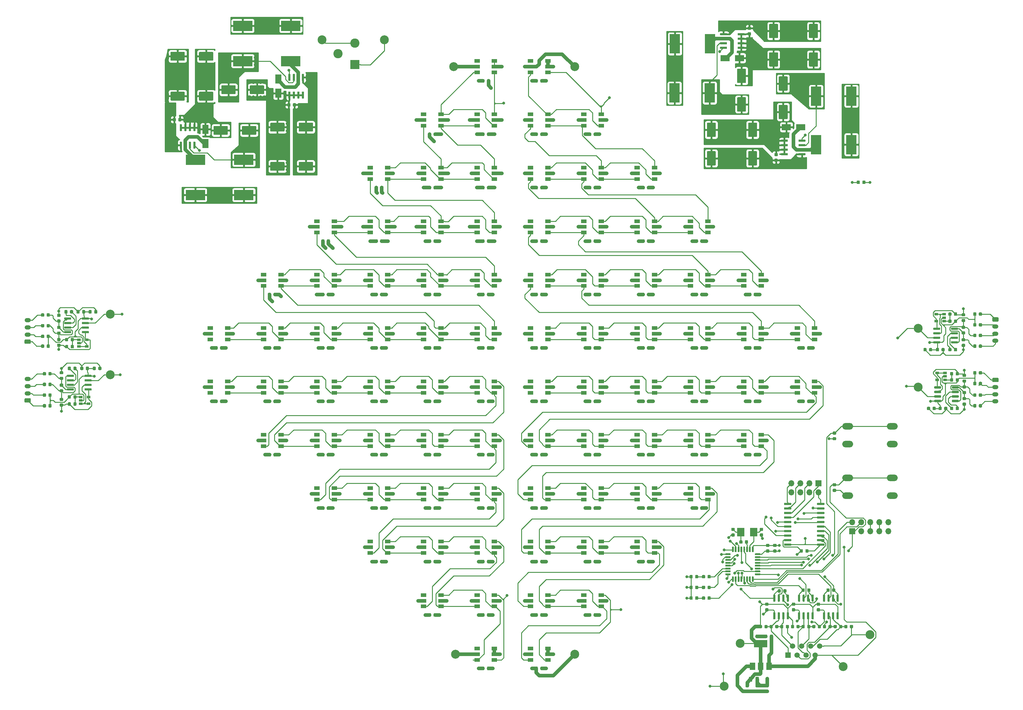
<source format=gbr>
G04 #@! TF.GenerationSoftware,KiCad,Pcbnew,(5.1.4)-1*
G04 #@! TF.CreationDate,2020-09-07T13:25:33+01:00*
G04 #@! TF.ProjectId,led-board,6c65642d-626f-4617-9264-2e6b69636164,rev?*
G04 #@! TF.SameCoordinates,Original*
G04 #@! TF.FileFunction,Copper,L1,Top*
G04 #@! TF.FilePolarity,Positive*
%FSLAX46Y46*%
G04 Gerber Fmt 4.6, Leading zero omitted, Abs format (unit mm)*
G04 Created by KiCad (PCBNEW (5.1.4)-1) date 2020-09-07 13:25:33*
%MOMM*%
%LPD*%
G04 APERTURE LIST*
%ADD10R,5.400000X2.900000*%
%ADD11C,0.100000*%
%ADD12C,2.500000*%
%ADD13C,0.600000*%
%ADD14C,0.875000*%
%ADD15R,1.500000X1.000000*%
%ADD16R,1.800000X2.500000*%
%ADD17R,2.500000X1.800000*%
%ADD18C,2.600000*%
%ADD19R,2.600000X2.600000*%
%ADD20R,1.500000X1.500000*%
%ADD21C,1.500000*%
%ADD22O,1.750000X1.200000*%
%ADD23C,1.200000*%
%ADD24C,0.975000*%
%ADD25R,2.900000X5.400000*%
%ADD26O,3.048000X1.850000*%
%ADD27C,0.500000*%
%ADD28R,1.500000X2.000000*%
%ADD29R,3.800000X2.000000*%
%ADD30R,1.060000X0.650000*%
%ADD31R,2.000000X2.400000*%
%ADD32R,1.700000X1.700000*%
%ADD33O,1.700000X1.700000*%
%ADD34C,0.800000*%
%ADD35C,0.250000*%
%ADD36C,1.000000*%
%ADD37C,0.254000*%
G04 APERTURE END LIST*
D10*
X150200000Y-60950000D03*
X150200000Y-51050000D03*
D11*
G36*
X156224504Y-89251204D02*
G01*
X156248773Y-89254804D01*
X156272571Y-89260765D01*
X156295671Y-89269030D01*
X156317849Y-89279520D01*
X156338893Y-89292133D01*
X156358598Y-89306747D01*
X156376777Y-89323223D01*
X156393253Y-89341402D01*
X156407867Y-89361107D01*
X156420480Y-89382151D01*
X156430970Y-89404329D01*
X156439235Y-89427429D01*
X156445196Y-89451227D01*
X156448796Y-89475496D01*
X156450000Y-89500000D01*
X156450000Y-91500000D01*
X156448796Y-91524504D01*
X156445196Y-91548773D01*
X156439235Y-91572571D01*
X156430970Y-91595671D01*
X156420480Y-91617849D01*
X156407867Y-91638893D01*
X156393253Y-91658598D01*
X156376777Y-91676777D01*
X156358598Y-91693253D01*
X156338893Y-91707867D01*
X156317849Y-91720480D01*
X156295671Y-91730970D01*
X156272571Y-91739235D01*
X156248773Y-91745196D01*
X156224504Y-91748796D01*
X156200000Y-91750000D01*
X152700000Y-91750000D01*
X152675496Y-91748796D01*
X152651227Y-91745196D01*
X152627429Y-91739235D01*
X152604329Y-91730970D01*
X152582151Y-91720480D01*
X152561107Y-91707867D01*
X152541402Y-91693253D01*
X152523223Y-91676777D01*
X152506747Y-91658598D01*
X152492133Y-91638893D01*
X152479520Y-91617849D01*
X152469030Y-91595671D01*
X152460765Y-91572571D01*
X152454804Y-91548773D01*
X152451204Y-91524504D01*
X152450000Y-91500000D01*
X152450000Y-89500000D01*
X152451204Y-89475496D01*
X152454804Y-89451227D01*
X152460765Y-89427429D01*
X152469030Y-89404329D01*
X152479520Y-89382151D01*
X152492133Y-89361107D01*
X152506747Y-89341402D01*
X152523223Y-89323223D01*
X152541402Y-89306747D01*
X152561107Y-89292133D01*
X152582151Y-89279520D01*
X152604329Y-89269030D01*
X152627429Y-89260765D01*
X152651227Y-89254804D01*
X152675496Y-89251204D01*
X152700000Y-89250000D01*
X156200000Y-89250000D01*
X156224504Y-89251204D01*
X156224504Y-89251204D01*
G37*
D12*
X154450000Y-90500000D03*
D11*
G36*
X148224504Y-89251204D02*
G01*
X148248773Y-89254804D01*
X148272571Y-89260765D01*
X148295671Y-89269030D01*
X148317849Y-89279520D01*
X148338893Y-89292133D01*
X148358598Y-89306747D01*
X148376777Y-89323223D01*
X148393253Y-89341402D01*
X148407867Y-89361107D01*
X148420480Y-89382151D01*
X148430970Y-89404329D01*
X148439235Y-89427429D01*
X148445196Y-89451227D01*
X148448796Y-89475496D01*
X148450000Y-89500000D01*
X148450000Y-91500000D01*
X148448796Y-91524504D01*
X148445196Y-91548773D01*
X148439235Y-91572571D01*
X148430970Y-91595671D01*
X148420480Y-91617849D01*
X148407867Y-91638893D01*
X148393253Y-91658598D01*
X148376777Y-91676777D01*
X148358598Y-91693253D01*
X148338893Y-91707867D01*
X148317849Y-91720480D01*
X148295671Y-91730970D01*
X148272571Y-91739235D01*
X148248773Y-91745196D01*
X148224504Y-91748796D01*
X148200000Y-91750000D01*
X144700000Y-91750000D01*
X144675496Y-91748796D01*
X144651227Y-91745196D01*
X144627429Y-91739235D01*
X144604329Y-91730970D01*
X144582151Y-91720480D01*
X144561107Y-91707867D01*
X144541402Y-91693253D01*
X144523223Y-91676777D01*
X144506747Y-91658598D01*
X144492133Y-91638893D01*
X144479520Y-91617849D01*
X144469030Y-91595671D01*
X144460765Y-91572571D01*
X144454804Y-91548773D01*
X144451204Y-91524504D01*
X144450000Y-91500000D01*
X144450000Y-89500000D01*
X144451204Y-89475496D01*
X144454804Y-89451227D01*
X144460765Y-89427429D01*
X144469030Y-89404329D01*
X144479520Y-89382151D01*
X144492133Y-89361107D01*
X144506747Y-89341402D01*
X144523223Y-89323223D01*
X144541402Y-89306747D01*
X144561107Y-89292133D01*
X144582151Y-89279520D01*
X144604329Y-89269030D01*
X144627429Y-89260765D01*
X144651227Y-89254804D01*
X144675496Y-89251204D01*
X144700000Y-89250000D01*
X148200000Y-89250000D01*
X148224504Y-89251204D01*
X148224504Y-89251204D01*
G37*
D12*
X146450000Y-90500000D03*
D11*
G36*
X337814703Y-156105722D02*
G01*
X337829264Y-156107882D01*
X337843543Y-156111459D01*
X337857403Y-156116418D01*
X337870710Y-156122712D01*
X337883336Y-156130280D01*
X337895159Y-156139048D01*
X337906066Y-156148934D01*
X337915952Y-156159841D01*
X337924720Y-156171664D01*
X337932288Y-156184290D01*
X337938582Y-156197597D01*
X337943541Y-156211457D01*
X337947118Y-156225736D01*
X337949278Y-156240297D01*
X337950000Y-156255000D01*
X337950000Y-156555000D01*
X337949278Y-156569703D01*
X337947118Y-156584264D01*
X337943541Y-156598543D01*
X337938582Y-156612403D01*
X337932288Y-156625710D01*
X337924720Y-156638336D01*
X337915952Y-156650159D01*
X337906066Y-156661066D01*
X337895159Y-156670952D01*
X337883336Y-156679720D01*
X337870710Y-156687288D01*
X337857403Y-156693582D01*
X337843543Y-156698541D01*
X337829264Y-156702118D01*
X337814703Y-156704278D01*
X337800000Y-156705000D01*
X336150000Y-156705000D01*
X336135297Y-156704278D01*
X336120736Y-156702118D01*
X336106457Y-156698541D01*
X336092597Y-156693582D01*
X336079290Y-156687288D01*
X336066664Y-156679720D01*
X336054841Y-156670952D01*
X336043934Y-156661066D01*
X336034048Y-156650159D01*
X336025280Y-156638336D01*
X336017712Y-156625710D01*
X336011418Y-156612403D01*
X336006459Y-156598543D01*
X336002882Y-156584264D01*
X336000722Y-156569703D01*
X336000000Y-156555000D01*
X336000000Y-156255000D01*
X336000722Y-156240297D01*
X336002882Y-156225736D01*
X336006459Y-156211457D01*
X336011418Y-156197597D01*
X336017712Y-156184290D01*
X336025280Y-156171664D01*
X336034048Y-156159841D01*
X336043934Y-156148934D01*
X336054841Y-156139048D01*
X336066664Y-156130280D01*
X336079290Y-156122712D01*
X336092597Y-156116418D01*
X336106457Y-156111459D01*
X336120736Y-156107882D01*
X336135297Y-156105722D01*
X336150000Y-156105000D01*
X337800000Y-156105000D01*
X337814703Y-156105722D01*
X337814703Y-156105722D01*
G37*
D13*
X336975000Y-156405000D03*
D11*
G36*
X337814703Y-154835722D02*
G01*
X337829264Y-154837882D01*
X337843543Y-154841459D01*
X337857403Y-154846418D01*
X337870710Y-154852712D01*
X337883336Y-154860280D01*
X337895159Y-154869048D01*
X337906066Y-154878934D01*
X337915952Y-154889841D01*
X337924720Y-154901664D01*
X337932288Y-154914290D01*
X337938582Y-154927597D01*
X337943541Y-154941457D01*
X337947118Y-154955736D01*
X337949278Y-154970297D01*
X337950000Y-154985000D01*
X337950000Y-155285000D01*
X337949278Y-155299703D01*
X337947118Y-155314264D01*
X337943541Y-155328543D01*
X337938582Y-155342403D01*
X337932288Y-155355710D01*
X337924720Y-155368336D01*
X337915952Y-155380159D01*
X337906066Y-155391066D01*
X337895159Y-155400952D01*
X337883336Y-155409720D01*
X337870710Y-155417288D01*
X337857403Y-155423582D01*
X337843543Y-155428541D01*
X337829264Y-155432118D01*
X337814703Y-155434278D01*
X337800000Y-155435000D01*
X336150000Y-155435000D01*
X336135297Y-155434278D01*
X336120736Y-155432118D01*
X336106457Y-155428541D01*
X336092597Y-155423582D01*
X336079290Y-155417288D01*
X336066664Y-155409720D01*
X336054841Y-155400952D01*
X336043934Y-155391066D01*
X336034048Y-155380159D01*
X336025280Y-155368336D01*
X336017712Y-155355710D01*
X336011418Y-155342403D01*
X336006459Y-155328543D01*
X336002882Y-155314264D01*
X336000722Y-155299703D01*
X336000000Y-155285000D01*
X336000000Y-154985000D01*
X336000722Y-154970297D01*
X336002882Y-154955736D01*
X336006459Y-154941457D01*
X336011418Y-154927597D01*
X336017712Y-154914290D01*
X336025280Y-154901664D01*
X336034048Y-154889841D01*
X336043934Y-154878934D01*
X336054841Y-154869048D01*
X336066664Y-154860280D01*
X336079290Y-154852712D01*
X336092597Y-154846418D01*
X336106457Y-154841459D01*
X336120736Y-154837882D01*
X336135297Y-154835722D01*
X336150000Y-154835000D01*
X337800000Y-154835000D01*
X337814703Y-154835722D01*
X337814703Y-154835722D01*
G37*
D13*
X336975000Y-155135000D03*
D11*
G36*
X337814703Y-153565722D02*
G01*
X337829264Y-153567882D01*
X337843543Y-153571459D01*
X337857403Y-153576418D01*
X337870710Y-153582712D01*
X337883336Y-153590280D01*
X337895159Y-153599048D01*
X337906066Y-153608934D01*
X337915952Y-153619841D01*
X337924720Y-153631664D01*
X337932288Y-153644290D01*
X337938582Y-153657597D01*
X337943541Y-153671457D01*
X337947118Y-153685736D01*
X337949278Y-153700297D01*
X337950000Y-153715000D01*
X337950000Y-154015000D01*
X337949278Y-154029703D01*
X337947118Y-154044264D01*
X337943541Y-154058543D01*
X337938582Y-154072403D01*
X337932288Y-154085710D01*
X337924720Y-154098336D01*
X337915952Y-154110159D01*
X337906066Y-154121066D01*
X337895159Y-154130952D01*
X337883336Y-154139720D01*
X337870710Y-154147288D01*
X337857403Y-154153582D01*
X337843543Y-154158541D01*
X337829264Y-154162118D01*
X337814703Y-154164278D01*
X337800000Y-154165000D01*
X336150000Y-154165000D01*
X336135297Y-154164278D01*
X336120736Y-154162118D01*
X336106457Y-154158541D01*
X336092597Y-154153582D01*
X336079290Y-154147288D01*
X336066664Y-154139720D01*
X336054841Y-154130952D01*
X336043934Y-154121066D01*
X336034048Y-154110159D01*
X336025280Y-154098336D01*
X336017712Y-154085710D01*
X336011418Y-154072403D01*
X336006459Y-154058543D01*
X336002882Y-154044264D01*
X336000722Y-154029703D01*
X336000000Y-154015000D01*
X336000000Y-153715000D01*
X336000722Y-153700297D01*
X336002882Y-153685736D01*
X336006459Y-153671457D01*
X336011418Y-153657597D01*
X336017712Y-153644290D01*
X336025280Y-153631664D01*
X336034048Y-153619841D01*
X336043934Y-153608934D01*
X336054841Y-153599048D01*
X336066664Y-153590280D01*
X336079290Y-153582712D01*
X336092597Y-153576418D01*
X336106457Y-153571459D01*
X336120736Y-153567882D01*
X336135297Y-153565722D01*
X336150000Y-153565000D01*
X337800000Y-153565000D01*
X337814703Y-153565722D01*
X337814703Y-153565722D01*
G37*
D13*
X336975000Y-153865000D03*
D11*
G36*
X337814703Y-152295722D02*
G01*
X337829264Y-152297882D01*
X337843543Y-152301459D01*
X337857403Y-152306418D01*
X337870710Y-152312712D01*
X337883336Y-152320280D01*
X337895159Y-152329048D01*
X337906066Y-152338934D01*
X337915952Y-152349841D01*
X337924720Y-152361664D01*
X337932288Y-152374290D01*
X337938582Y-152387597D01*
X337943541Y-152401457D01*
X337947118Y-152415736D01*
X337949278Y-152430297D01*
X337950000Y-152445000D01*
X337950000Y-152745000D01*
X337949278Y-152759703D01*
X337947118Y-152774264D01*
X337943541Y-152788543D01*
X337938582Y-152802403D01*
X337932288Y-152815710D01*
X337924720Y-152828336D01*
X337915952Y-152840159D01*
X337906066Y-152851066D01*
X337895159Y-152860952D01*
X337883336Y-152869720D01*
X337870710Y-152877288D01*
X337857403Y-152883582D01*
X337843543Y-152888541D01*
X337829264Y-152892118D01*
X337814703Y-152894278D01*
X337800000Y-152895000D01*
X336150000Y-152895000D01*
X336135297Y-152894278D01*
X336120736Y-152892118D01*
X336106457Y-152888541D01*
X336092597Y-152883582D01*
X336079290Y-152877288D01*
X336066664Y-152869720D01*
X336054841Y-152860952D01*
X336043934Y-152851066D01*
X336034048Y-152840159D01*
X336025280Y-152828336D01*
X336017712Y-152815710D01*
X336011418Y-152802403D01*
X336006459Y-152788543D01*
X336002882Y-152774264D01*
X336000722Y-152759703D01*
X336000000Y-152745000D01*
X336000000Y-152445000D01*
X336000722Y-152430297D01*
X336002882Y-152415736D01*
X336006459Y-152401457D01*
X336011418Y-152387597D01*
X336017712Y-152374290D01*
X336025280Y-152361664D01*
X336034048Y-152349841D01*
X336043934Y-152338934D01*
X336054841Y-152329048D01*
X336066664Y-152320280D01*
X336079290Y-152312712D01*
X336092597Y-152306418D01*
X336106457Y-152301459D01*
X336120736Y-152297882D01*
X336135297Y-152295722D01*
X336150000Y-152295000D01*
X337800000Y-152295000D01*
X337814703Y-152295722D01*
X337814703Y-152295722D01*
G37*
D13*
X336975000Y-152595000D03*
D11*
G36*
X332864703Y-152295722D02*
G01*
X332879264Y-152297882D01*
X332893543Y-152301459D01*
X332907403Y-152306418D01*
X332920710Y-152312712D01*
X332933336Y-152320280D01*
X332945159Y-152329048D01*
X332956066Y-152338934D01*
X332965952Y-152349841D01*
X332974720Y-152361664D01*
X332982288Y-152374290D01*
X332988582Y-152387597D01*
X332993541Y-152401457D01*
X332997118Y-152415736D01*
X332999278Y-152430297D01*
X333000000Y-152445000D01*
X333000000Y-152745000D01*
X332999278Y-152759703D01*
X332997118Y-152774264D01*
X332993541Y-152788543D01*
X332988582Y-152802403D01*
X332982288Y-152815710D01*
X332974720Y-152828336D01*
X332965952Y-152840159D01*
X332956066Y-152851066D01*
X332945159Y-152860952D01*
X332933336Y-152869720D01*
X332920710Y-152877288D01*
X332907403Y-152883582D01*
X332893543Y-152888541D01*
X332879264Y-152892118D01*
X332864703Y-152894278D01*
X332850000Y-152895000D01*
X331200000Y-152895000D01*
X331185297Y-152894278D01*
X331170736Y-152892118D01*
X331156457Y-152888541D01*
X331142597Y-152883582D01*
X331129290Y-152877288D01*
X331116664Y-152869720D01*
X331104841Y-152860952D01*
X331093934Y-152851066D01*
X331084048Y-152840159D01*
X331075280Y-152828336D01*
X331067712Y-152815710D01*
X331061418Y-152802403D01*
X331056459Y-152788543D01*
X331052882Y-152774264D01*
X331050722Y-152759703D01*
X331050000Y-152745000D01*
X331050000Y-152445000D01*
X331050722Y-152430297D01*
X331052882Y-152415736D01*
X331056459Y-152401457D01*
X331061418Y-152387597D01*
X331067712Y-152374290D01*
X331075280Y-152361664D01*
X331084048Y-152349841D01*
X331093934Y-152338934D01*
X331104841Y-152329048D01*
X331116664Y-152320280D01*
X331129290Y-152312712D01*
X331142597Y-152306418D01*
X331156457Y-152301459D01*
X331170736Y-152297882D01*
X331185297Y-152295722D01*
X331200000Y-152295000D01*
X332850000Y-152295000D01*
X332864703Y-152295722D01*
X332864703Y-152295722D01*
G37*
D13*
X332025000Y-152595000D03*
D11*
G36*
X332864703Y-153565722D02*
G01*
X332879264Y-153567882D01*
X332893543Y-153571459D01*
X332907403Y-153576418D01*
X332920710Y-153582712D01*
X332933336Y-153590280D01*
X332945159Y-153599048D01*
X332956066Y-153608934D01*
X332965952Y-153619841D01*
X332974720Y-153631664D01*
X332982288Y-153644290D01*
X332988582Y-153657597D01*
X332993541Y-153671457D01*
X332997118Y-153685736D01*
X332999278Y-153700297D01*
X333000000Y-153715000D01*
X333000000Y-154015000D01*
X332999278Y-154029703D01*
X332997118Y-154044264D01*
X332993541Y-154058543D01*
X332988582Y-154072403D01*
X332982288Y-154085710D01*
X332974720Y-154098336D01*
X332965952Y-154110159D01*
X332956066Y-154121066D01*
X332945159Y-154130952D01*
X332933336Y-154139720D01*
X332920710Y-154147288D01*
X332907403Y-154153582D01*
X332893543Y-154158541D01*
X332879264Y-154162118D01*
X332864703Y-154164278D01*
X332850000Y-154165000D01*
X331200000Y-154165000D01*
X331185297Y-154164278D01*
X331170736Y-154162118D01*
X331156457Y-154158541D01*
X331142597Y-154153582D01*
X331129290Y-154147288D01*
X331116664Y-154139720D01*
X331104841Y-154130952D01*
X331093934Y-154121066D01*
X331084048Y-154110159D01*
X331075280Y-154098336D01*
X331067712Y-154085710D01*
X331061418Y-154072403D01*
X331056459Y-154058543D01*
X331052882Y-154044264D01*
X331050722Y-154029703D01*
X331050000Y-154015000D01*
X331050000Y-153715000D01*
X331050722Y-153700297D01*
X331052882Y-153685736D01*
X331056459Y-153671457D01*
X331061418Y-153657597D01*
X331067712Y-153644290D01*
X331075280Y-153631664D01*
X331084048Y-153619841D01*
X331093934Y-153608934D01*
X331104841Y-153599048D01*
X331116664Y-153590280D01*
X331129290Y-153582712D01*
X331142597Y-153576418D01*
X331156457Y-153571459D01*
X331170736Y-153567882D01*
X331185297Y-153565722D01*
X331200000Y-153565000D01*
X332850000Y-153565000D01*
X332864703Y-153565722D01*
X332864703Y-153565722D01*
G37*
D13*
X332025000Y-153865000D03*
D11*
G36*
X332864703Y-154835722D02*
G01*
X332879264Y-154837882D01*
X332893543Y-154841459D01*
X332907403Y-154846418D01*
X332920710Y-154852712D01*
X332933336Y-154860280D01*
X332945159Y-154869048D01*
X332956066Y-154878934D01*
X332965952Y-154889841D01*
X332974720Y-154901664D01*
X332982288Y-154914290D01*
X332988582Y-154927597D01*
X332993541Y-154941457D01*
X332997118Y-154955736D01*
X332999278Y-154970297D01*
X333000000Y-154985000D01*
X333000000Y-155285000D01*
X332999278Y-155299703D01*
X332997118Y-155314264D01*
X332993541Y-155328543D01*
X332988582Y-155342403D01*
X332982288Y-155355710D01*
X332974720Y-155368336D01*
X332965952Y-155380159D01*
X332956066Y-155391066D01*
X332945159Y-155400952D01*
X332933336Y-155409720D01*
X332920710Y-155417288D01*
X332907403Y-155423582D01*
X332893543Y-155428541D01*
X332879264Y-155432118D01*
X332864703Y-155434278D01*
X332850000Y-155435000D01*
X331200000Y-155435000D01*
X331185297Y-155434278D01*
X331170736Y-155432118D01*
X331156457Y-155428541D01*
X331142597Y-155423582D01*
X331129290Y-155417288D01*
X331116664Y-155409720D01*
X331104841Y-155400952D01*
X331093934Y-155391066D01*
X331084048Y-155380159D01*
X331075280Y-155368336D01*
X331067712Y-155355710D01*
X331061418Y-155342403D01*
X331056459Y-155328543D01*
X331052882Y-155314264D01*
X331050722Y-155299703D01*
X331050000Y-155285000D01*
X331050000Y-154985000D01*
X331050722Y-154970297D01*
X331052882Y-154955736D01*
X331056459Y-154941457D01*
X331061418Y-154927597D01*
X331067712Y-154914290D01*
X331075280Y-154901664D01*
X331084048Y-154889841D01*
X331093934Y-154878934D01*
X331104841Y-154869048D01*
X331116664Y-154860280D01*
X331129290Y-154852712D01*
X331142597Y-154846418D01*
X331156457Y-154841459D01*
X331170736Y-154837882D01*
X331185297Y-154835722D01*
X331200000Y-154835000D01*
X332850000Y-154835000D01*
X332864703Y-154835722D01*
X332864703Y-154835722D01*
G37*
D13*
X332025000Y-155135000D03*
D11*
G36*
X332864703Y-156105722D02*
G01*
X332879264Y-156107882D01*
X332893543Y-156111459D01*
X332907403Y-156116418D01*
X332920710Y-156122712D01*
X332933336Y-156130280D01*
X332945159Y-156139048D01*
X332956066Y-156148934D01*
X332965952Y-156159841D01*
X332974720Y-156171664D01*
X332982288Y-156184290D01*
X332988582Y-156197597D01*
X332993541Y-156211457D01*
X332997118Y-156225736D01*
X332999278Y-156240297D01*
X333000000Y-156255000D01*
X333000000Y-156555000D01*
X332999278Y-156569703D01*
X332997118Y-156584264D01*
X332993541Y-156598543D01*
X332988582Y-156612403D01*
X332982288Y-156625710D01*
X332974720Y-156638336D01*
X332965952Y-156650159D01*
X332956066Y-156661066D01*
X332945159Y-156670952D01*
X332933336Y-156679720D01*
X332920710Y-156687288D01*
X332907403Y-156693582D01*
X332893543Y-156698541D01*
X332879264Y-156702118D01*
X332864703Y-156704278D01*
X332850000Y-156705000D01*
X331200000Y-156705000D01*
X331185297Y-156704278D01*
X331170736Y-156702118D01*
X331156457Y-156698541D01*
X331142597Y-156693582D01*
X331129290Y-156687288D01*
X331116664Y-156679720D01*
X331104841Y-156670952D01*
X331093934Y-156661066D01*
X331084048Y-156650159D01*
X331075280Y-156638336D01*
X331067712Y-156625710D01*
X331061418Y-156612403D01*
X331056459Y-156598543D01*
X331052882Y-156584264D01*
X331050722Y-156569703D01*
X331050000Y-156555000D01*
X331050000Y-156255000D01*
X331050722Y-156240297D01*
X331052882Y-156225736D01*
X331056459Y-156211457D01*
X331061418Y-156197597D01*
X331067712Y-156184290D01*
X331075280Y-156171664D01*
X331084048Y-156159841D01*
X331093934Y-156148934D01*
X331104841Y-156139048D01*
X331116664Y-156130280D01*
X331129290Y-156122712D01*
X331142597Y-156116418D01*
X331156457Y-156111459D01*
X331170736Y-156107882D01*
X331185297Y-156105722D01*
X331200000Y-156105000D01*
X332850000Y-156105000D01*
X332864703Y-156105722D01*
X332864703Y-156105722D01*
G37*
D13*
X332025000Y-156405000D03*
D11*
G36*
X342702691Y-151026053D02*
G01*
X342723926Y-151029203D01*
X342744750Y-151034419D01*
X342764962Y-151041651D01*
X342784368Y-151050830D01*
X342802781Y-151061866D01*
X342820024Y-151074654D01*
X342835930Y-151089070D01*
X342850346Y-151104976D01*
X342863134Y-151122219D01*
X342874170Y-151140632D01*
X342883349Y-151160038D01*
X342890581Y-151180250D01*
X342895797Y-151201074D01*
X342898947Y-151222309D01*
X342900000Y-151243750D01*
X342900000Y-151756250D01*
X342898947Y-151777691D01*
X342895797Y-151798926D01*
X342890581Y-151819750D01*
X342883349Y-151839962D01*
X342874170Y-151859368D01*
X342863134Y-151877781D01*
X342850346Y-151895024D01*
X342835930Y-151910930D01*
X342820024Y-151925346D01*
X342802781Y-151938134D01*
X342784368Y-151949170D01*
X342764962Y-151958349D01*
X342744750Y-151965581D01*
X342723926Y-151970797D01*
X342702691Y-151973947D01*
X342681250Y-151975000D01*
X342243750Y-151975000D01*
X342222309Y-151973947D01*
X342201074Y-151970797D01*
X342180250Y-151965581D01*
X342160038Y-151958349D01*
X342140632Y-151949170D01*
X342122219Y-151938134D01*
X342104976Y-151925346D01*
X342089070Y-151910930D01*
X342074654Y-151895024D01*
X342061866Y-151877781D01*
X342050830Y-151859368D01*
X342041651Y-151839962D01*
X342034419Y-151819750D01*
X342029203Y-151798926D01*
X342026053Y-151777691D01*
X342025000Y-151756250D01*
X342025000Y-151243750D01*
X342026053Y-151222309D01*
X342029203Y-151201074D01*
X342034419Y-151180250D01*
X342041651Y-151160038D01*
X342050830Y-151140632D01*
X342061866Y-151122219D01*
X342074654Y-151104976D01*
X342089070Y-151089070D01*
X342104976Y-151074654D01*
X342122219Y-151061866D01*
X342140632Y-151050830D01*
X342160038Y-151041651D01*
X342180250Y-151034419D01*
X342201074Y-151029203D01*
X342222309Y-151026053D01*
X342243750Y-151025000D01*
X342681250Y-151025000D01*
X342702691Y-151026053D01*
X342702691Y-151026053D01*
G37*
D14*
X342462500Y-151500000D03*
D11*
G36*
X344277691Y-151026053D02*
G01*
X344298926Y-151029203D01*
X344319750Y-151034419D01*
X344339962Y-151041651D01*
X344359368Y-151050830D01*
X344377781Y-151061866D01*
X344395024Y-151074654D01*
X344410930Y-151089070D01*
X344425346Y-151104976D01*
X344438134Y-151122219D01*
X344449170Y-151140632D01*
X344458349Y-151160038D01*
X344465581Y-151180250D01*
X344470797Y-151201074D01*
X344473947Y-151222309D01*
X344475000Y-151243750D01*
X344475000Y-151756250D01*
X344473947Y-151777691D01*
X344470797Y-151798926D01*
X344465581Y-151819750D01*
X344458349Y-151839962D01*
X344449170Y-151859368D01*
X344438134Y-151877781D01*
X344425346Y-151895024D01*
X344410930Y-151910930D01*
X344395024Y-151925346D01*
X344377781Y-151938134D01*
X344359368Y-151949170D01*
X344339962Y-151958349D01*
X344319750Y-151965581D01*
X344298926Y-151970797D01*
X344277691Y-151973947D01*
X344256250Y-151975000D01*
X343818750Y-151975000D01*
X343797309Y-151973947D01*
X343776074Y-151970797D01*
X343755250Y-151965581D01*
X343735038Y-151958349D01*
X343715632Y-151949170D01*
X343697219Y-151938134D01*
X343679976Y-151925346D01*
X343664070Y-151910930D01*
X343649654Y-151895024D01*
X343636866Y-151877781D01*
X343625830Y-151859368D01*
X343616651Y-151839962D01*
X343609419Y-151819750D01*
X343604203Y-151798926D01*
X343601053Y-151777691D01*
X343600000Y-151756250D01*
X343600000Y-151243750D01*
X343601053Y-151222309D01*
X343604203Y-151201074D01*
X343609419Y-151180250D01*
X343616651Y-151160038D01*
X343625830Y-151140632D01*
X343636866Y-151122219D01*
X343649654Y-151104976D01*
X343664070Y-151089070D01*
X343679976Y-151074654D01*
X343697219Y-151061866D01*
X343715632Y-151050830D01*
X343735038Y-151041651D01*
X343755250Y-151034419D01*
X343776074Y-151029203D01*
X343797309Y-151026053D01*
X343818750Y-151025000D01*
X344256250Y-151025000D01*
X344277691Y-151026053D01*
X344277691Y-151026053D01*
G37*
D14*
X344037500Y-151500000D03*
D15*
X192450000Y-154100000D03*
X192450000Y-152500000D03*
X192450000Y-150900000D03*
X187550000Y-154100000D03*
X187550000Y-152500000D03*
X187550000Y-150900000D03*
X187550000Y-165900000D03*
X187550000Y-167500000D03*
X187550000Y-169100000D03*
X192450000Y-165900000D03*
X192450000Y-167500000D03*
X192450000Y-169100000D03*
X147450000Y-169100000D03*
X147450000Y-167500000D03*
X147450000Y-165900000D03*
X142550000Y-169100000D03*
X142550000Y-167500000D03*
X142550000Y-165900000D03*
X207450000Y-169100000D03*
X207450000Y-167500000D03*
X207450000Y-165900000D03*
X202550000Y-169100000D03*
X202550000Y-167500000D03*
X202550000Y-165900000D03*
X157550000Y-165900000D03*
X157550000Y-167500000D03*
X157550000Y-169100000D03*
X162450000Y-165900000D03*
X162450000Y-167500000D03*
X162450000Y-169100000D03*
X157550000Y-180900000D03*
X157550000Y-182500000D03*
X157550000Y-184100000D03*
X162450000Y-180900000D03*
X162450000Y-182500000D03*
X162450000Y-184100000D03*
X177450000Y-169100000D03*
X177450000Y-167500000D03*
X177450000Y-165900000D03*
X172550000Y-169100000D03*
X172550000Y-167500000D03*
X172550000Y-165900000D03*
X202550000Y-150900000D03*
X202550000Y-152500000D03*
X202550000Y-154100000D03*
X207450000Y-150900000D03*
X207450000Y-152500000D03*
X207450000Y-154100000D03*
X172550000Y-195900000D03*
X172550000Y-197500000D03*
X172550000Y-199100000D03*
X177450000Y-195900000D03*
X177450000Y-197500000D03*
X177450000Y-199100000D03*
X202550000Y-225900000D03*
X202550000Y-227500000D03*
X202550000Y-229100000D03*
X207450000Y-225900000D03*
X207450000Y-227500000D03*
X207450000Y-229100000D03*
X187550000Y-210900000D03*
X187550000Y-212500000D03*
X187550000Y-214100000D03*
X192450000Y-210900000D03*
X192450000Y-212500000D03*
X192450000Y-214100000D03*
X192450000Y-199100000D03*
X192450000Y-197500000D03*
X192450000Y-195900000D03*
X187550000Y-199100000D03*
X187550000Y-197500000D03*
X187550000Y-195900000D03*
X177450000Y-184100000D03*
X177450000Y-182500000D03*
X177450000Y-180900000D03*
X172550000Y-184100000D03*
X172550000Y-182500000D03*
X172550000Y-180900000D03*
X202550000Y-210900000D03*
X202550000Y-212500000D03*
X202550000Y-214100000D03*
X207450000Y-210900000D03*
X207450000Y-212500000D03*
X207450000Y-214100000D03*
X207450000Y-199100000D03*
X207450000Y-197500000D03*
X207450000Y-195900000D03*
X202550000Y-199100000D03*
X202550000Y-197500000D03*
X202550000Y-195900000D03*
X207450000Y-184100000D03*
X207450000Y-182500000D03*
X207450000Y-180900000D03*
X202550000Y-184100000D03*
X202550000Y-182500000D03*
X202550000Y-180900000D03*
X187550000Y-180900000D03*
X187550000Y-182500000D03*
X187550000Y-184100000D03*
X192450000Y-180900000D03*
X192450000Y-182500000D03*
X192450000Y-184100000D03*
X172550000Y-150900000D03*
X172550000Y-152500000D03*
X172550000Y-154100000D03*
X177450000Y-150900000D03*
X177450000Y-152500000D03*
X177450000Y-154100000D03*
D11*
G36*
X293952691Y-198026053D02*
G01*
X293973926Y-198029203D01*
X293994750Y-198034419D01*
X294014962Y-198041651D01*
X294034368Y-198050830D01*
X294052781Y-198061866D01*
X294070024Y-198074654D01*
X294085930Y-198089070D01*
X294100346Y-198104976D01*
X294113134Y-198122219D01*
X294124170Y-198140632D01*
X294133349Y-198160038D01*
X294140581Y-198180250D01*
X294145797Y-198201074D01*
X294148947Y-198222309D01*
X294150000Y-198243750D01*
X294150000Y-198756250D01*
X294148947Y-198777691D01*
X294145797Y-198798926D01*
X294140581Y-198819750D01*
X294133349Y-198839962D01*
X294124170Y-198859368D01*
X294113134Y-198877781D01*
X294100346Y-198895024D01*
X294085930Y-198910930D01*
X294070024Y-198925346D01*
X294052781Y-198938134D01*
X294034368Y-198949170D01*
X294014962Y-198958349D01*
X293994750Y-198965581D01*
X293973926Y-198970797D01*
X293952691Y-198973947D01*
X293931250Y-198975000D01*
X293493750Y-198975000D01*
X293472309Y-198973947D01*
X293451074Y-198970797D01*
X293430250Y-198965581D01*
X293410038Y-198958349D01*
X293390632Y-198949170D01*
X293372219Y-198938134D01*
X293354976Y-198925346D01*
X293339070Y-198910930D01*
X293324654Y-198895024D01*
X293311866Y-198877781D01*
X293300830Y-198859368D01*
X293291651Y-198839962D01*
X293284419Y-198819750D01*
X293279203Y-198798926D01*
X293276053Y-198777691D01*
X293275000Y-198756250D01*
X293275000Y-198243750D01*
X293276053Y-198222309D01*
X293279203Y-198201074D01*
X293284419Y-198180250D01*
X293291651Y-198160038D01*
X293300830Y-198140632D01*
X293311866Y-198122219D01*
X293324654Y-198104976D01*
X293339070Y-198089070D01*
X293354976Y-198074654D01*
X293372219Y-198061866D01*
X293390632Y-198050830D01*
X293410038Y-198041651D01*
X293430250Y-198034419D01*
X293451074Y-198029203D01*
X293472309Y-198026053D01*
X293493750Y-198025000D01*
X293931250Y-198025000D01*
X293952691Y-198026053D01*
X293952691Y-198026053D01*
G37*
D14*
X293712500Y-198500000D03*
D11*
G36*
X295527691Y-198026053D02*
G01*
X295548926Y-198029203D01*
X295569750Y-198034419D01*
X295589962Y-198041651D01*
X295609368Y-198050830D01*
X295627781Y-198061866D01*
X295645024Y-198074654D01*
X295660930Y-198089070D01*
X295675346Y-198104976D01*
X295688134Y-198122219D01*
X295699170Y-198140632D01*
X295708349Y-198160038D01*
X295715581Y-198180250D01*
X295720797Y-198201074D01*
X295723947Y-198222309D01*
X295725000Y-198243750D01*
X295725000Y-198756250D01*
X295723947Y-198777691D01*
X295720797Y-198798926D01*
X295715581Y-198819750D01*
X295708349Y-198839962D01*
X295699170Y-198859368D01*
X295688134Y-198877781D01*
X295675346Y-198895024D01*
X295660930Y-198910930D01*
X295645024Y-198925346D01*
X295627781Y-198938134D01*
X295609368Y-198949170D01*
X295589962Y-198958349D01*
X295569750Y-198965581D01*
X295548926Y-198970797D01*
X295527691Y-198973947D01*
X295506250Y-198975000D01*
X295068750Y-198975000D01*
X295047309Y-198973947D01*
X295026074Y-198970797D01*
X295005250Y-198965581D01*
X294985038Y-198958349D01*
X294965632Y-198949170D01*
X294947219Y-198938134D01*
X294929976Y-198925346D01*
X294914070Y-198910930D01*
X294899654Y-198895024D01*
X294886866Y-198877781D01*
X294875830Y-198859368D01*
X294866651Y-198839962D01*
X294859419Y-198819750D01*
X294854203Y-198798926D01*
X294851053Y-198777691D01*
X294850000Y-198756250D01*
X294850000Y-198243750D01*
X294851053Y-198222309D01*
X294854203Y-198201074D01*
X294859419Y-198180250D01*
X294866651Y-198160038D01*
X294875830Y-198140632D01*
X294886866Y-198122219D01*
X294899654Y-198104976D01*
X294914070Y-198089070D01*
X294929976Y-198074654D01*
X294947219Y-198061866D01*
X294965632Y-198050830D01*
X294985038Y-198041651D01*
X295005250Y-198034419D01*
X295026074Y-198029203D01*
X295047309Y-198026053D01*
X295068750Y-198025000D01*
X295506250Y-198025000D01*
X295527691Y-198026053D01*
X295527691Y-198026053D01*
G37*
D14*
X295287500Y-198500000D03*
D11*
G36*
X303277691Y-179488553D02*
G01*
X303298926Y-179491703D01*
X303319750Y-179496919D01*
X303339962Y-179504151D01*
X303359368Y-179513330D01*
X303377781Y-179524366D01*
X303395024Y-179537154D01*
X303410930Y-179551570D01*
X303425346Y-179567476D01*
X303438134Y-179584719D01*
X303449170Y-179603132D01*
X303458349Y-179622538D01*
X303465581Y-179642750D01*
X303470797Y-179663574D01*
X303473947Y-179684809D01*
X303475000Y-179706250D01*
X303475000Y-180143750D01*
X303473947Y-180165191D01*
X303470797Y-180186426D01*
X303465581Y-180207250D01*
X303458349Y-180227462D01*
X303449170Y-180246868D01*
X303438134Y-180265281D01*
X303425346Y-180282524D01*
X303410930Y-180298430D01*
X303395024Y-180312846D01*
X303377781Y-180325634D01*
X303359368Y-180336670D01*
X303339962Y-180345849D01*
X303319750Y-180353081D01*
X303298926Y-180358297D01*
X303277691Y-180361447D01*
X303256250Y-180362500D01*
X302743750Y-180362500D01*
X302722309Y-180361447D01*
X302701074Y-180358297D01*
X302680250Y-180353081D01*
X302660038Y-180345849D01*
X302640632Y-180336670D01*
X302622219Y-180325634D01*
X302604976Y-180312846D01*
X302589070Y-180298430D01*
X302574654Y-180282524D01*
X302561866Y-180265281D01*
X302550830Y-180246868D01*
X302541651Y-180227462D01*
X302534419Y-180207250D01*
X302529203Y-180186426D01*
X302526053Y-180165191D01*
X302525000Y-180143750D01*
X302525000Y-179706250D01*
X302526053Y-179684809D01*
X302529203Y-179663574D01*
X302534419Y-179642750D01*
X302541651Y-179622538D01*
X302550830Y-179603132D01*
X302561866Y-179584719D01*
X302574654Y-179567476D01*
X302589070Y-179551570D01*
X302604976Y-179537154D01*
X302622219Y-179524366D01*
X302640632Y-179513330D01*
X302660038Y-179504151D01*
X302680250Y-179496919D01*
X302701074Y-179491703D01*
X302722309Y-179488553D01*
X302743750Y-179487500D01*
X303256250Y-179487500D01*
X303277691Y-179488553D01*
X303277691Y-179488553D01*
G37*
D14*
X303000000Y-179925000D03*
D11*
G36*
X303277691Y-181063553D02*
G01*
X303298926Y-181066703D01*
X303319750Y-181071919D01*
X303339962Y-181079151D01*
X303359368Y-181088330D01*
X303377781Y-181099366D01*
X303395024Y-181112154D01*
X303410930Y-181126570D01*
X303425346Y-181142476D01*
X303438134Y-181159719D01*
X303449170Y-181178132D01*
X303458349Y-181197538D01*
X303465581Y-181217750D01*
X303470797Y-181238574D01*
X303473947Y-181259809D01*
X303475000Y-181281250D01*
X303475000Y-181718750D01*
X303473947Y-181740191D01*
X303470797Y-181761426D01*
X303465581Y-181782250D01*
X303458349Y-181802462D01*
X303449170Y-181821868D01*
X303438134Y-181840281D01*
X303425346Y-181857524D01*
X303410930Y-181873430D01*
X303395024Y-181887846D01*
X303377781Y-181900634D01*
X303359368Y-181911670D01*
X303339962Y-181920849D01*
X303319750Y-181928081D01*
X303298926Y-181933297D01*
X303277691Y-181936447D01*
X303256250Y-181937500D01*
X302743750Y-181937500D01*
X302722309Y-181936447D01*
X302701074Y-181933297D01*
X302680250Y-181928081D01*
X302660038Y-181920849D01*
X302640632Y-181911670D01*
X302622219Y-181900634D01*
X302604976Y-181887846D01*
X302589070Y-181873430D01*
X302574654Y-181857524D01*
X302561866Y-181840281D01*
X302550830Y-181821868D01*
X302541651Y-181802462D01*
X302534419Y-181782250D01*
X302529203Y-181761426D01*
X302526053Y-181740191D01*
X302525000Y-181718750D01*
X302525000Y-181281250D01*
X302526053Y-181259809D01*
X302529203Y-181238574D01*
X302534419Y-181217750D01*
X302541651Y-181197538D01*
X302550830Y-181178132D01*
X302561866Y-181159719D01*
X302574654Y-181142476D01*
X302589070Y-181126570D01*
X302604976Y-181112154D01*
X302622219Y-181099366D01*
X302640632Y-181088330D01*
X302660038Y-181079151D01*
X302680250Y-181071919D01*
X302701074Y-181066703D01*
X302722309Y-181063553D01*
X302743750Y-181062500D01*
X303256250Y-181062500D01*
X303277691Y-181063553D01*
X303277691Y-181063553D01*
G37*
D14*
X303000000Y-181500000D03*
D11*
G36*
X282777691Y-193601053D02*
G01*
X282798926Y-193604203D01*
X282819750Y-193609419D01*
X282839962Y-193616651D01*
X282859368Y-193625830D01*
X282877781Y-193636866D01*
X282895024Y-193649654D01*
X282910930Y-193664070D01*
X282925346Y-193679976D01*
X282938134Y-193697219D01*
X282949170Y-193715632D01*
X282958349Y-193735038D01*
X282965581Y-193755250D01*
X282970797Y-193776074D01*
X282973947Y-193797309D01*
X282975000Y-193818750D01*
X282975000Y-194256250D01*
X282973947Y-194277691D01*
X282970797Y-194298926D01*
X282965581Y-194319750D01*
X282958349Y-194339962D01*
X282949170Y-194359368D01*
X282938134Y-194377781D01*
X282925346Y-194395024D01*
X282910930Y-194410930D01*
X282895024Y-194425346D01*
X282877781Y-194438134D01*
X282859368Y-194449170D01*
X282839962Y-194458349D01*
X282819750Y-194465581D01*
X282798926Y-194470797D01*
X282777691Y-194473947D01*
X282756250Y-194475000D01*
X282243750Y-194475000D01*
X282222309Y-194473947D01*
X282201074Y-194470797D01*
X282180250Y-194465581D01*
X282160038Y-194458349D01*
X282140632Y-194449170D01*
X282122219Y-194438134D01*
X282104976Y-194425346D01*
X282089070Y-194410930D01*
X282074654Y-194395024D01*
X282061866Y-194377781D01*
X282050830Y-194359368D01*
X282041651Y-194339962D01*
X282034419Y-194319750D01*
X282029203Y-194298926D01*
X282026053Y-194277691D01*
X282025000Y-194256250D01*
X282025000Y-193818750D01*
X282026053Y-193797309D01*
X282029203Y-193776074D01*
X282034419Y-193755250D01*
X282041651Y-193735038D01*
X282050830Y-193715632D01*
X282061866Y-193697219D01*
X282074654Y-193679976D01*
X282089070Y-193664070D01*
X282104976Y-193649654D01*
X282122219Y-193636866D01*
X282140632Y-193625830D01*
X282160038Y-193616651D01*
X282180250Y-193609419D01*
X282201074Y-193604203D01*
X282222309Y-193601053D01*
X282243750Y-193600000D01*
X282756250Y-193600000D01*
X282777691Y-193601053D01*
X282777691Y-193601053D01*
G37*
D14*
X282500000Y-194037500D03*
D11*
G36*
X282777691Y-192026053D02*
G01*
X282798926Y-192029203D01*
X282819750Y-192034419D01*
X282839962Y-192041651D01*
X282859368Y-192050830D01*
X282877781Y-192061866D01*
X282895024Y-192074654D01*
X282910930Y-192089070D01*
X282925346Y-192104976D01*
X282938134Y-192122219D01*
X282949170Y-192140632D01*
X282958349Y-192160038D01*
X282965581Y-192180250D01*
X282970797Y-192201074D01*
X282973947Y-192222309D01*
X282975000Y-192243750D01*
X282975000Y-192681250D01*
X282973947Y-192702691D01*
X282970797Y-192723926D01*
X282965581Y-192744750D01*
X282958349Y-192764962D01*
X282949170Y-192784368D01*
X282938134Y-192802781D01*
X282925346Y-192820024D01*
X282910930Y-192835930D01*
X282895024Y-192850346D01*
X282877781Y-192863134D01*
X282859368Y-192874170D01*
X282839962Y-192883349D01*
X282819750Y-192890581D01*
X282798926Y-192895797D01*
X282777691Y-192898947D01*
X282756250Y-192900000D01*
X282243750Y-192900000D01*
X282222309Y-192898947D01*
X282201074Y-192895797D01*
X282180250Y-192890581D01*
X282160038Y-192883349D01*
X282140632Y-192874170D01*
X282122219Y-192863134D01*
X282104976Y-192850346D01*
X282089070Y-192835930D01*
X282074654Y-192820024D01*
X282061866Y-192802781D01*
X282050830Y-192784368D01*
X282041651Y-192764962D01*
X282034419Y-192744750D01*
X282029203Y-192723926D01*
X282026053Y-192702691D01*
X282025000Y-192681250D01*
X282025000Y-192243750D01*
X282026053Y-192222309D01*
X282029203Y-192201074D01*
X282034419Y-192180250D01*
X282041651Y-192160038D01*
X282050830Y-192140632D01*
X282061866Y-192122219D01*
X282074654Y-192104976D01*
X282089070Y-192089070D01*
X282104976Y-192074654D01*
X282122219Y-192061866D01*
X282140632Y-192050830D01*
X282160038Y-192041651D01*
X282180250Y-192034419D01*
X282201074Y-192029203D01*
X282222309Y-192026053D01*
X282243750Y-192025000D01*
X282756250Y-192025000D01*
X282777691Y-192026053D01*
X282777691Y-192026053D01*
G37*
D14*
X282500000Y-192462500D03*
D11*
G36*
X274777691Y-192026053D02*
G01*
X274798926Y-192029203D01*
X274819750Y-192034419D01*
X274839962Y-192041651D01*
X274859368Y-192050830D01*
X274877781Y-192061866D01*
X274895024Y-192074654D01*
X274910930Y-192089070D01*
X274925346Y-192104976D01*
X274938134Y-192122219D01*
X274949170Y-192140632D01*
X274958349Y-192160038D01*
X274965581Y-192180250D01*
X274970797Y-192201074D01*
X274973947Y-192222309D01*
X274975000Y-192243750D01*
X274975000Y-192681250D01*
X274973947Y-192702691D01*
X274970797Y-192723926D01*
X274965581Y-192744750D01*
X274958349Y-192764962D01*
X274949170Y-192784368D01*
X274938134Y-192802781D01*
X274925346Y-192820024D01*
X274910930Y-192835930D01*
X274895024Y-192850346D01*
X274877781Y-192863134D01*
X274859368Y-192874170D01*
X274839962Y-192883349D01*
X274819750Y-192890581D01*
X274798926Y-192895797D01*
X274777691Y-192898947D01*
X274756250Y-192900000D01*
X274243750Y-192900000D01*
X274222309Y-192898947D01*
X274201074Y-192895797D01*
X274180250Y-192890581D01*
X274160038Y-192883349D01*
X274140632Y-192874170D01*
X274122219Y-192863134D01*
X274104976Y-192850346D01*
X274089070Y-192835930D01*
X274074654Y-192820024D01*
X274061866Y-192802781D01*
X274050830Y-192784368D01*
X274041651Y-192764962D01*
X274034419Y-192744750D01*
X274029203Y-192723926D01*
X274026053Y-192702691D01*
X274025000Y-192681250D01*
X274025000Y-192243750D01*
X274026053Y-192222309D01*
X274029203Y-192201074D01*
X274034419Y-192180250D01*
X274041651Y-192160038D01*
X274050830Y-192140632D01*
X274061866Y-192122219D01*
X274074654Y-192104976D01*
X274089070Y-192089070D01*
X274104976Y-192074654D01*
X274122219Y-192061866D01*
X274140632Y-192050830D01*
X274160038Y-192041651D01*
X274180250Y-192034419D01*
X274201074Y-192029203D01*
X274222309Y-192026053D01*
X274243750Y-192025000D01*
X274756250Y-192025000D01*
X274777691Y-192026053D01*
X274777691Y-192026053D01*
G37*
D14*
X274500000Y-192462500D03*
D11*
G36*
X274777691Y-193601053D02*
G01*
X274798926Y-193604203D01*
X274819750Y-193609419D01*
X274839962Y-193616651D01*
X274859368Y-193625830D01*
X274877781Y-193636866D01*
X274895024Y-193649654D01*
X274910930Y-193664070D01*
X274925346Y-193679976D01*
X274938134Y-193697219D01*
X274949170Y-193715632D01*
X274958349Y-193735038D01*
X274965581Y-193755250D01*
X274970797Y-193776074D01*
X274973947Y-193797309D01*
X274975000Y-193818750D01*
X274975000Y-194256250D01*
X274973947Y-194277691D01*
X274970797Y-194298926D01*
X274965581Y-194319750D01*
X274958349Y-194339962D01*
X274949170Y-194359368D01*
X274938134Y-194377781D01*
X274925346Y-194395024D01*
X274910930Y-194410930D01*
X274895024Y-194425346D01*
X274877781Y-194438134D01*
X274859368Y-194449170D01*
X274839962Y-194458349D01*
X274819750Y-194465581D01*
X274798926Y-194470797D01*
X274777691Y-194473947D01*
X274756250Y-194475000D01*
X274243750Y-194475000D01*
X274222309Y-194473947D01*
X274201074Y-194470797D01*
X274180250Y-194465581D01*
X274160038Y-194458349D01*
X274140632Y-194449170D01*
X274122219Y-194438134D01*
X274104976Y-194425346D01*
X274089070Y-194410930D01*
X274074654Y-194395024D01*
X274061866Y-194377781D01*
X274050830Y-194359368D01*
X274041651Y-194339962D01*
X274034419Y-194319750D01*
X274029203Y-194298926D01*
X274026053Y-194277691D01*
X274025000Y-194256250D01*
X274025000Y-193818750D01*
X274026053Y-193797309D01*
X274029203Y-193776074D01*
X274034419Y-193755250D01*
X274041651Y-193735038D01*
X274050830Y-193715632D01*
X274061866Y-193697219D01*
X274074654Y-193679976D01*
X274089070Y-193664070D01*
X274104976Y-193649654D01*
X274122219Y-193636866D01*
X274140632Y-193625830D01*
X274160038Y-193616651D01*
X274180250Y-193609419D01*
X274201074Y-193604203D01*
X274222309Y-193601053D01*
X274243750Y-193600000D01*
X274756250Y-193600000D01*
X274777691Y-193601053D01*
X274777691Y-193601053D01*
G37*
D14*
X274500000Y-194037500D03*
D11*
G36*
X286527691Y-196526053D02*
G01*
X286548926Y-196529203D01*
X286569750Y-196534419D01*
X286589962Y-196541651D01*
X286609368Y-196550830D01*
X286627781Y-196561866D01*
X286645024Y-196574654D01*
X286660930Y-196589070D01*
X286675346Y-196604976D01*
X286688134Y-196622219D01*
X286699170Y-196640632D01*
X286708349Y-196660038D01*
X286715581Y-196680250D01*
X286720797Y-196701074D01*
X286723947Y-196722309D01*
X286725000Y-196743750D01*
X286725000Y-197181250D01*
X286723947Y-197202691D01*
X286720797Y-197223926D01*
X286715581Y-197244750D01*
X286708349Y-197264962D01*
X286699170Y-197284368D01*
X286688134Y-197302781D01*
X286675346Y-197320024D01*
X286660930Y-197335930D01*
X286645024Y-197350346D01*
X286627781Y-197363134D01*
X286609368Y-197374170D01*
X286589962Y-197383349D01*
X286569750Y-197390581D01*
X286548926Y-197395797D01*
X286527691Y-197398947D01*
X286506250Y-197400000D01*
X285993750Y-197400000D01*
X285972309Y-197398947D01*
X285951074Y-197395797D01*
X285930250Y-197390581D01*
X285910038Y-197383349D01*
X285890632Y-197374170D01*
X285872219Y-197363134D01*
X285854976Y-197350346D01*
X285839070Y-197335930D01*
X285824654Y-197320024D01*
X285811866Y-197302781D01*
X285800830Y-197284368D01*
X285791651Y-197264962D01*
X285784419Y-197244750D01*
X285779203Y-197223926D01*
X285776053Y-197202691D01*
X285775000Y-197181250D01*
X285775000Y-196743750D01*
X285776053Y-196722309D01*
X285779203Y-196701074D01*
X285784419Y-196680250D01*
X285791651Y-196660038D01*
X285800830Y-196640632D01*
X285811866Y-196622219D01*
X285824654Y-196604976D01*
X285839070Y-196589070D01*
X285854976Y-196574654D01*
X285872219Y-196561866D01*
X285890632Y-196550830D01*
X285910038Y-196541651D01*
X285930250Y-196534419D01*
X285951074Y-196529203D01*
X285972309Y-196526053D01*
X285993750Y-196525000D01*
X286506250Y-196525000D01*
X286527691Y-196526053D01*
X286527691Y-196526053D01*
G37*
D14*
X286250000Y-196962500D03*
D11*
G36*
X286527691Y-198101053D02*
G01*
X286548926Y-198104203D01*
X286569750Y-198109419D01*
X286589962Y-198116651D01*
X286609368Y-198125830D01*
X286627781Y-198136866D01*
X286645024Y-198149654D01*
X286660930Y-198164070D01*
X286675346Y-198179976D01*
X286688134Y-198197219D01*
X286699170Y-198215632D01*
X286708349Y-198235038D01*
X286715581Y-198255250D01*
X286720797Y-198276074D01*
X286723947Y-198297309D01*
X286725000Y-198318750D01*
X286725000Y-198756250D01*
X286723947Y-198777691D01*
X286720797Y-198798926D01*
X286715581Y-198819750D01*
X286708349Y-198839962D01*
X286699170Y-198859368D01*
X286688134Y-198877781D01*
X286675346Y-198895024D01*
X286660930Y-198910930D01*
X286645024Y-198925346D01*
X286627781Y-198938134D01*
X286609368Y-198949170D01*
X286589962Y-198958349D01*
X286569750Y-198965581D01*
X286548926Y-198970797D01*
X286527691Y-198973947D01*
X286506250Y-198975000D01*
X285993750Y-198975000D01*
X285972309Y-198973947D01*
X285951074Y-198970797D01*
X285930250Y-198965581D01*
X285910038Y-198958349D01*
X285890632Y-198949170D01*
X285872219Y-198938134D01*
X285854976Y-198925346D01*
X285839070Y-198910930D01*
X285824654Y-198895024D01*
X285811866Y-198877781D01*
X285800830Y-198859368D01*
X285791651Y-198839962D01*
X285784419Y-198819750D01*
X285779203Y-198798926D01*
X285776053Y-198777691D01*
X285775000Y-198756250D01*
X285775000Y-198318750D01*
X285776053Y-198297309D01*
X285779203Y-198276074D01*
X285784419Y-198255250D01*
X285791651Y-198235038D01*
X285800830Y-198215632D01*
X285811866Y-198197219D01*
X285824654Y-198179976D01*
X285839070Y-198164070D01*
X285854976Y-198149654D01*
X285872219Y-198136866D01*
X285890632Y-198125830D01*
X285910038Y-198116651D01*
X285930250Y-198109419D01*
X285951074Y-198104203D01*
X285972309Y-198101053D01*
X285993750Y-198100000D01*
X286506250Y-198100000D01*
X286527691Y-198101053D01*
X286527691Y-198101053D01*
G37*
D14*
X286250000Y-198537500D03*
D11*
G36*
X284527691Y-198101053D02*
G01*
X284548926Y-198104203D01*
X284569750Y-198109419D01*
X284589962Y-198116651D01*
X284609368Y-198125830D01*
X284627781Y-198136866D01*
X284645024Y-198149654D01*
X284660930Y-198164070D01*
X284675346Y-198179976D01*
X284688134Y-198197219D01*
X284699170Y-198215632D01*
X284708349Y-198235038D01*
X284715581Y-198255250D01*
X284720797Y-198276074D01*
X284723947Y-198297309D01*
X284725000Y-198318750D01*
X284725000Y-198756250D01*
X284723947Y-198777691D01*
X284720797Y-198798926D01*
X284715581Y-198819750D01*
X284708349Y-198839962D01*
X284699170Y-198859368D01*
X284688134Y-198877781D01*
X284675346Y-198895024D01*
X284660930Y-198910930D01*
X284645024Y-198925346D01*
X284627781Y-198938134D01*
X284609368Y-198949170D01*
X284589962Y-198958349D01*
X284569750Y-198965581D01*
X284548926Y-198970797D01*
X284527691Y-198973947D01*
X284506250Y-198975000D01*
X283993750Y-198975000D01*
X283972309Y-198973947D01*
X283951074Y-198970797D01*
X283930250Y-198965581D01*
X283910038Y-198958349D01*
X283890632Y-198949170D01*
X283872219Y-198938134D01*
X283854976Y-198925346D01*
X283839070Y-198910930D01*
X283824654Y-198895024D01*
X283811866Y-198877781D01*
X283800830Y-198859368D01*
X283791651Y-198839962D01*
X283784419Y-198819750D01*
X283779203Y-198798926D01*
X283776053Y-198777691D01*
X283775000Y-198756250D01*
X283775000Y-198318750D01*
X283776053Y-198297309D01*
X283779203Y-198276074D01*
X283784419Y-198255250D01*
X283791651Y-198235038D01*
X283800830Y-198215632D01*
X283811866Y-198197219D01*
X283824654Y-198179976D01*
X283839070Y-198164070D01*
X283854976Y-198149654D01*
X283872219Y-198136866D01*
X283890632Y-198125830D01*
X283910038Y-198116651D01*
X283930250Y-198109419D01*
X283951074Y-198104203D01*
X283972309Y-198101053D01*
X283993750Y-198100000D01*
X284506250Y-198100000D01*
X284527691Y-198101053D01*
X284527691Y-198101053D01*
G37*
D14*
X284250000Y-198537500D03*
D11*
G36*
X284527691Y-196526053D02*
G01*
X284548926Y-196529203D01*
X284569750Y-196534419D01*
X284589962Y-196541651D01*
X284609368Y-196550830D01*
X284627781Y-196561866D01*
X284645024Y-196574654D01*
X284660930Y-196589070D01*
X284675346Y-196604976D01*
X284688134Y-196622219D01*
X284699170Y-196640632D01*
X284708349Y-196660038D01*
X284715581Y-196680250D01*
X284720797Y-196701074D01*
X284723947Y-196722309D01*
X284725000Y-196743750D01*
X284725000Y-197181250D01*
X284723947Y-197202691D01*
X284720797Y-197223926D01*
X284715581Y-197244750D01*
X284708349Y-197264962D01*
X284699170Y-197284368D01*
X284688134Y-197302781D01*
X284675346Y-197320024D01*
X284660930Y-197335930D01*
X284645024Y-197350346D01*
X284627781Y-197363134D01*
X284609368Y-197374170D01*
X284589962Y-197383349D01*
X284569750Y-197390581D01*
X284548926Y-197395797D01*
X284527691Y-197398947D01*
X284506250Y-197400000D01*
X283993750Y-197400000D01*
X283972309Y-197398947D01*
X283951074Y-197395797D01*
X283930250Y-197390581D01*
X283910038Y-197383349D01*
X283890632Y-197374170D01*
X283872219Y-197363134D01*
X283854976Y-197350346D01*
X283839070Y-197335930D01*
X283824654Y-197320024D01*
X283811866Y-197302781D01*
X283800830Y-197284368D01*
X283791651Y-197264962D01*
X283784419Y-197244750D01*
X283779203Y-197223926D01*
X283776053Y-197202691D01*
X283775000Y-197181250D01*
X283775000Y-196743750D01*
X283776053Y-196722309D01*
X283779203Y-196701074D01*
X283784419Y-196680250D01*
X283791651Y-196660038D01*
X283800830Y-196640632D01*
X283811866Y-196622219D01*
X283824654Y-196604976D01*
X283839070Y-196589070D01*
X283854976Y-196574654D01*
X283872219Y-196561866D01*
X283890632Y-196550830D01*
X283910038Y-196541651D01*
X283930250Y-196534419D01*
X283951074Y-196529203D01*
X283972309Y-196526053D01*
X283993750Y-196525000D01*
X284506250Y-196525000D01*
X284527691Y-196526053D01*
X284527691Y-196526053D01*
G37*
D14*
X284250000Y-196962500D03*
D11*
G36*
X204452691Y-66026053D02*
G01*
X204473926Y-66029203D01*
X204494750Y-66034419D01*
X204514962Y-66041651D01*
X204534368Y-66050830D01*
X204552781Y-66061866D01*
X204570024Y-66074654D01*
X204585930Y-66089070D01*
X204600346Y-66104976D01*
X204613134Y-66122219D01*
X204624170Y-66140632D01*
X204633349Y-66160038D01*
X204640581Y-66180250D01*
X204645797Y-66201074D01*
X204648947Y-66222309D01*
X204650000Y-66243750D01*
X204650000Y-66756250D01*
X204648947Y-66777691D01*
X204645797Y-66798926D01*
X204640581Y-66819750D01*
X204633349Y-66839962D01*
X204624170Y-66859368D01*
X204613134Y-66877781D01*
X204600346Y-66895024D01*
X204585930Y-66910930D01*
X204570024Y-66925346D01*
X204552781Y-66938134D01*
X204534368Y-66949170D01*
X204514962Y-66958349D01*
X204494750Y-66965581D01*
X204473926Y-66970797D01*
X204452691Y-66973947D01*
X204431250Y-66975000D01*
X203993750Y-66975000D01*
X203972309Y-66973947D01*
X203951074Y-66970797D01*
X203930250Y-66965581D01*
X203910038Y-66958349D01*
X203890632Y-66949170D01*
X203872219Y-66938134D01*
X203854976Y-66925346D01*
X203839070Y-66910930D01*
X203824654Y-66895024D01*
X203811866Y-66877781D01*
X203800830Y-66859368D01*
X203791651Y-66839962D01*
X203784419Y-66819750D01*
X203779203Y-66798926D01*
X203776053Y-66777691D01*
X203775000Y-66756250D01*
X203775000Y-66243750D01*
X203776053Y-66222309D01*
X203779203Y-66201074D01*
X203784419Y-66180250D01*
X203791651Y-66160038D01*
X203800830Y-66140632D01*
X203811866Y-66122219D01*
X203824654Y-66104976D01*
X203839070Y-66089070D01*
X203854976Y-66074654D01*
X203872219Y-66061866D01*
X203890632Y-66050830D01*
X203910038Y-66041651D01*
X203930250Y-66034419D01*
X203951074Y-66029203D01*
X203972309Y-66026053D01*
X203993750Y-66025000D01*
X204431250Y-66025000D01*
X204452691Y-66026053D01*
X204452691Y-66026053D01*
G37*
D14*
X204212500Y-66500000D03*
D11*
G36*
X206027691Y-66026053D02*
G01*
X206048926Y-66029203D01*
X206069750Y-66034419D01*
X206089962Y-66041651D01*
X206109368Y-66050830D01*
X206127781Y-66061866D01*
X206145024Y-66074654D01*
X206160930Y-66089070D01*
X206175346Y-66104976D01*
X206188134Y-66122219D01*
X206199170Y-66140632D01*
X206208349Y-66160038D01*
X206215581Y-66180250D01*
X206220797Y-66201074D01*
X206223947Y-66222309D01*
X206225000Y-66243750D01*
X206225000Y-66756250D01*
X206223947Y-66777691D01*
X206220797Y-66798926D01*
X206215581Y-66819750D01*
X206208349Y-66839962D01*
X206199170Y-66859368D01*
X206188134Y-66877781D01*
X206175346Y-66895024D01*
X206160930Y-66910930D01*
X206145024Y-66925346D01*
X206127781Y-66938134D01*
X206109368Y-66949170D01*
X206089962Y-66958349D01*
X206069750Y-66965581D01*
X206048926Y-66970797D01*
X206027691Y-66973947D01*
X206006250Y-66975000D01*
X205568750Y-66975000D01*
X205547309Y-66973947D01*
X205526074Y-66970797D01*
X205505250Y-66965581D01*
X205485038Y-66958349D01*
X205465632Y-66949170D01*
X205447219Y-66938134D01*
X205429976Y-66925346D01*
X205414070Y-66910930D01*
X205399654Y-66895024D01*
X205386866Y-66877781D01*
X205375830Y-66859368D01*
X205366651Y-66839962D01*
X205359419Y-66819750D01*
X205354203Y-66798926D01*
X205351053Y-66777691D01*
X205350000Y-66756250D01*
X205350000Y-66243750D01*
X205351053Y-66222309D01*
X205354203Y-66201074D01*
X205359419Y-66180250D01*
X205366651Y-66160038D01*
X205375830Y-66140632D01*
X205386866Y-66122219D01*
X205399654Y-66104976D01*
X205414070Y-66089070D01*
X205429976Y-66074654D01*
X205447219Y-66061866D01*
X205465632Y-66050830D01*
X205485038Y-66041651D01*
X205505250Y-66034419D01*
X205526074Y-66029203D01*
X205547309Y-66026053D01*
X205568750Y-66025000D01*
X206006250Y-66025000D01*
X206027691Y-66026053D01*
X206027691Y-66026053D01*
G37*
D14*
X205787500Y-66500000D03*
D11*
G36*
X204452691Y-231026053D02*
G01*
X204473926Y-231029203D01*
X204494750Y-231034419D01*
X204514962Y-231041651D01*
X204534368Y-231050830D01*
X204552781Y-231061866D01*
X204570024Y-231074654D01*
X204585930Y-231089070D01*
X204600346Y-231104976D01*
X204613134Y-231122219D01*
X204624170Y-231140632D01*
X204633349Y-231160038D01*
X204640581Y-231180250D01*
X204645797Y-231201074D01*
X204648947Y-231222309D01*
X204650000Y-231243750D01*
X204650000Y-231756250D01*
X204648947Y-231777691D01*
X204645797Y-231798926D01*
X204640581Y-231819750D01*
X204633349Y-231839962D01*
X204624170Y-231859368D01*
X204613134Y-231877781D01*
X204600346Y-231895024D01*
X204585930Y-231910930D01*
X204570024Y-231925346D01*
X204552781Y-231938134D01*
X204534368Y-231949170D01*
X204514962Y-231958349D01*
X204494750Y-231965581D01*
X204473926Y-231970797D01*
X204452691Y-231973947D01*
X204431250Y-231975000D01*
X203993750Y-231975000D01*
X203972309Y-231973947D01*
X203951074Y-231970797D01*
X203930250Y-231965581D01*
X203910038Y-231958349D01*
X203890632Y-231949170D01*
X203872219Y-231938134D01*
X203854976Y-231925346D01*
X203839070Y-231910930D01*
X203824654Y-231895024D01*
X203811866Y-231877781D01*
X203800830Y-231859368D01*
X203791651Y-231839962D01*
X203784419Y-231819750D01*
X203779203Y-231798926D01*
X203776053Y-231777691D01*
X203775000Y-231756250D01*
X203775000Y-231243750D01*
X203776053Y-231222309D01*
X203779203Y-231201074D01*
X203784419Y-231180250D01*
X203791651Y-231160038D01*
X203800830Y-231140632D01*
X203811866Y-231122219D01*
X203824654Y-231104976D01*
X203839070Y-231089070D01*
X203854976Y-231074654D01*
X203872219Y-231061866D01*
X203890632Y-231050830D01*
X203910038Y-231041651D01*
X203930250Y-231034419D01*
X203951074Y-231029203D01*
X203972309Y-231026053D01*
X203993750Y-231025000D01*
X204431250Y-231025000D01*
X204452691Y-231026053D01*
X204452691Y-231026053D01*
G37*
D14*
X204212500Y-231500000D03*
D11*
G36*
X206027691Y-231026053D02*
G01*
X206048926Y-231029203D01*
X206069750Y-231034419D01*
X206089962Y-231041651D01*
X206109368Y-231050830D01*
X206127781Y-231061866D01*
X206145024Y-231074654D01*
X206160930Y-231089070D01*
X206175346Y-231104976D01*
X206188134Y-231122219D01*
X206199170Y-231140632D01*
X206208349Y-231160038D01*
X206215581Y-231180250D01*
X206220797Y-231201074D01*
X206223947Y-231222309D01*
X206225000Y-231243750D01*
X206225000Y-231756250D01*
X206223947Y-231777691D01*
X206220797Y-231798926D01*
X206215581Y-231819750D01*
X206208349Y-231839962D01*
X206199170Y-231859368D01*
X206188134Y-231877781D01*
X206175346Y-231895024D01*
X206160930Y-231910930D01*
X206145024Y-231925346D01*
X206127781Y-231938134D01*
X206109368Y-231949170D01*
X206089962Y-231958349D01*
X206069750Y-231965581D01*
X206048926Y-231970797D01*
X206027691Y-231973947D01*
X206006250Y-231975000D01*
X205568750Y-231975000D01*
X205547309Y-231973947D01*
X205526074Y-231970797D01*
X205505250Y-231965581D01*
X205485038Y-231958349D01*
X205465632Y-231949170D01*
X205447219Y-231938134D01*
X205429976Y-231925346D01*
X205414070Y-231910930D01*
X205399654Y-231895024D01*
X205386866Y-231877781D01*
X205375830Y-231859368D01*
X205366651Y-231839962D01*
X205359419Y-231819750D01*
X205354203Y-231798926D01*
X205351053Y-231777691D01*
X205350000Y-231756250D01*
X205350000Y-231243750D01*
X205351053Y-231222309D01*
X205354203Y-231201074D01*
X205359419Y-231180250D01*
X205366651Y-231160038D01*
X205375830Y-231140632D01*
X205386866Y-231122219D01*
X205399654Y-231104976D01*
X205414070Y-231089070D01*
X205429976Y-231074654D01*
X205447219Y-231061866D01*
X205465632Y-231050830D01*
X205485038Y-231041651D01*
X205505250Y-231034419D01*
X205526074Y-231029203D01*
X205547309Y-231026053D01*
X205568750Y-231025000D01*
X206006250Y-231025000D01*
X206027691Y-231026053D01*
X206027691Y-231026053D01*
G37*
D14*
X205787500Y-231500000D03*
D11*
G36*
X219452691Y-66026053D02*
G01*
X219473926Y-66029203D01*
X219494750Y-66034419D01*
X219514962Y-66041651D01*
X219534368Y-66050830D01*
X219552781Y-66061866D01*
X219570024Y-66074654D01*
X219585930Y-66089070D01*
X219600346Y-66104976D01*
X219613134Y-66122219D01*
X219624170Y-66140632D01*
X219633349Y-66160038D01*
X219640581Y-66180250D01*
X219645797Y-66201074D01*
X219648947Y-66222309D01*
X219650000Y-66243750D01*
X219650000Y-66756250D01*
X219648947Y-66777691D01*
X219645797Y-66798926D01*
X219640581Y-66819750D01*
X219633349Y-66839962D01*
X219624170Y-66859368D01*
X219613134Y-66877781D01*
X219600346Y-66895024D01*
X219585930Y-66910930D01*
X219570024Y-66925346D01*
X219552781Y-66938134D01*
X219534368Y-66949170D01*
X219514962Y-66958349D01*
X219494750Y-66965581D01*
X219473926Y-66970797D01*
X219452691Y-66973947D01*
X219431250Y-66975000D01*
X218993750Y-66975000D01*
X218972309Y-66973947D01*
X218951074Y-66970797D01*
X218930250Y-66965581D01*
X218910038Y-66958349D01*
X218890632Y-66949170D01*
X218872219Y-66938134D01*
X218854976Y-66925346D01*
X218839070Y-66910930D01*
X218824654Y-66895024D01*
X218811866Y-66877781D01*
X218800830Y-66859368D01*
X218791651Y-66839962D01*
X218784419Y-66819750D01*
X218779203Y-66798926D01*
X218776053Y-66777691D01*
X218775000Y-66756250D01*
X218775000Y-66243750D01*
X218776053Y-66222309D01*
X218779203Y-66201074D01*
X218784419Y-66180250D01*
X218791651Y-66160038D01*
X218800830Y-66140632D01*
X218811866Y-66122219D01*
X218824654Y-66104976D01*
X218839070Y-66089070D01*
X218854976Y-66074654D01*
X218872219Y-66061866D01*
X218890632Y-66050830D01*
X218910038Y-66041651D01*
X218930250Y-66034419D01*
X218951074Y-66029203D01*
X218972309Y-66026053D01*
X218993750Y-66025000D01*
X219431250Y-66025000D01*
X219452691Y-66026053D01*
X219452691Y-66026053D01*
G37*
D14*
X219212500Y-66500000D03*
D11*
G36*
X221027691Y-66026053D02*
G01*
X221048926Y-66029203D01*
X221069750Y-66034419D01*
X221089962Y-66041651D01*
X221109368Y-66050830D01*
X221127781Y-66061866D01*
X221145024Y-66074654D01*
X221160930Y-66089070D01*
X221175346Y-66104976D01*
X221188134Y-66122219D01*
X221199170Y-66140632D01*
X221208349Y-66160038D01*
X221215581Y-66180250D01*
X221220797Y-66201074D01*
X221223947Y-66222309D01*
X221225000Y-66243750D01*
X221225000Y-66756250D01*
X221223947Y-66777691D01*
X221220797Y-66798926D01*
X221215581Y-66819750D01*
X221208349Y-66839962D01*
X221199170Y-66859368D01*
X221188134Y-66877781D01*
X221175346Y-66895024D01*
X221160930Y-66910930D01*
X221145024Y-66925346D01*
X221127781Y-66938134D01*
X221109368Y-66949170D01*
X221089962Y-66958349D01*
X221069750Y-66965581D01*
X221048926Y-66970797D01*
X221027691Y-66973947D01*
X221006250Y-66975000D01*
X220568750Y-66975000D01*
X220547309Y-66973947D01*
X220526074Y-66970797D01*
X220505250Y-66965581D01*
X220485038Y-66958349D01*
X220465632Y-66949170D01*
X220447219Y-66938134D01*
X220429976Y-66925346D01*
X220414070Y-66910930D01*
X220399654Y-66895024D01*
X220386866Y-66877781D01*
X220375830Y-66859368D01*
X220366651Y-66839962D01*
X220359419Y-66819750D01*
X220354203Y-66798926D01*
X220351053Y-66777691D01*
X220350000Y-66756250D01*
X220350000Y-66243750D01*
X220351053Y-66222309D01*
X220354203Y-66201074D01*
X220359419Y-66180250D01*
X220366651Y-66160038D01*
X220375830Y-66140632D01*
X220386866Y-66122219D01*
X220399654Y-66104976D01*
X220414070Y-66089070D01*
X220429976Y-66074654D01*
X220447219Y-66061866D01*
X220465632Y-66050830D01*
X220485038Y-66041651D01*
X220505250Y-66034419D01*
X220526074Y-66029203D01*
X220547309Y-66026053D01*
X220568750Y-66025000D01*
X221006250Y-66025000D01*
X221027691Y-66026053D01*
X221027691Y-66026053D01*
G37*
D14*
X220787500Y-66500000D03*
D11*
G36*
X221027691Y-231026053D02*
G01*
X221048926Y-231029203D01*
X221069750Y-231034419D01*
X221089962Y-231041651D01*
X221109368Y-231050830D01*
X221127781Y-231061866D01*
X221145024Y-231074654D01*
X221160930Y-231089070D01*
X221175346Y-231104976D01*
X221188134Y-231122219D01*
X221199170Y-231140632D01*
X221208349Y-231160038D01*
X221215581Y-231180250D01*
X221220797Y-231201074D01*
X221223947Y-231222309D01*
X221225000Y-231243750D01*
X221225000Y-231756250D01*
X221223947Y-231777691D01*
X221220797Y-231798926D01*
X221215581Y-231819750D01*
X221208349Y-231839962D01*
X221199170Y-231859368D01*
X221188134Y-231877781D01*
X221175346Y-231895024D01*
X221160930Y-231910930D01*
X221145024Y-231925346D01*
X221127781Y-231938134D01*
X221109368Y-231949170D01*
X221089962Y-231958349D01*
X221069750Y-231965581D01*
X221048926Y-231970797D01*
X221027691Y-231973947D01*
X221006250Y-231975000D01*
X220568750Y-231975000D01*
X220547309Y-231973947D01*
X220526074Y-231970797D01*
X220505250Y-231965581D01*
X220485038Y-231958349D01*
X220465632Y-231949170D01*
X220447219Y-231938134D01*
X220429976Y-231925346D01*
X220414070Y-231910930D01*
X220399654Y-231895024D01*
X220386866Y-231877781D01*
X220375830Y-231859368D01*
X220366651Y-231839962D01*
X220359419Y-231819750D01*
X220354203Y-231798926D01*
X220351053Y-231777691D01*
X220350000Y-231756250D01*
X220350000Y-231243750D01*
X220351053Y-231222309D01*
X220354203Y-231201074D01*
X220359419Y-231180250D01*
X220366651Y-231160038D01*
X220375830Y-231140632D01*
X220386866Y-231122219D01*
X220399654Y-231104976D01*
X220414070Y-231089070D01*
X220429976Y-231074654D01*
X220447219Y-231061866D01*
X220465632Y-231050830D01*
X220485038Y-231041651D01*
X220505250Y-231034419D01*
X220526074Y-231029203D01*
X220547309Y-231026053D01*
X220568750Y-231025000D01*
X221006250Y-231025000D01*
X221027691Y-231026053D01*
X221027691Y-231026053D01*
G37*
D14*
X220787500Y-231500000D03*
D11*
G36*
X219452691Y-231026053D02*
G01*
X219473926Y-231029203D01*
X219494750Y-231034419D01*
X219514962Y-231041651D01*
X219534368Y-231050830D01*
X219552781Y-231061866D01*
X219570024Y-231074654D01*
X219585930Y-231089070D01*
X219600346Y-231104976D01*
X219613134Y-231122219D01*
X219624170Y-231140632D01*
X219633349Y-231160038D01*
X219640581Y-231180250D01*
X219645797Y-231201074D01*
X219648947Y-231222309D01*
X219650000Y-231243750D01*
X219650000Y-231756250D01*
X219648947Y-231777691D01*
X219645797Y-231798926D01*
X219640581Y-231819750D01*
X219633349Y-231839962D01*
X219624170Y-231859368D01*
X219613134Y-231877781D01*
X219600346Y-231895024D01*
X219585930Y-231910930D01*
X219570024Y-231925346D01*
X219552781Y-231938134D01*
X219534368Y-231949170D01*
X219514962Y-231958349D01*
X219494750Y-231965581D01*
X219473926Y-231970797D01*
X219452691Y-231973947D01*
X219431250Y-231975000D01*
X218993750Y-231975000D01*
X218972309Y-231973947D01*
X218951074Y-231970797D01*
X218930250Y-231965581D01*
X218910038Y-231958349D01*
X218890632Y-231949170D01*
X218872219Y-231938134D01*
X218854976Y-231925346D01*
X218839070Y-231910930D01*
X218824654Y-231895024D01*
X218811866Y-231877781D01*
X218800830Y-231859368D01*
X218791651Y-231839962D01*
X218784419Y-231819750D01*
X218779203Y-231798926D01*
X218776053Y-231777691D01*
X218775000Y-231756250D01*
X218775000Y-231243750D01*
X218776053Y-231222309D01*
X218779203Y-231201074D01*
X218784419Y-231180250D01*
X218791651Y-231160038D01*
X218800830Y-231140632D01*
X218811866Y-231122219D01*
X218824654Y-231104976D01*
X218839070Y-231089070D01*
X218854976Y-231074654D01*
X218872219Y-231061866D01*
X218890632Y-231050830D01*
X218910038Y-231041651D01*
X218930250Y-231034419D01*
X218951074Y-231029203D01*
X218972309Y-231026053D01*
X218993750Y-231025000D01*
X219431250Y-231025000D01*
X219452691Y-231026053D01*
X219452691Y-231026053D01*
G37*
D14*
X219212500Y-231500000D03*
D11*
G36*
X283952691Y-222026053D02*
G01*
X283973926Y-222029203D01*
X283994750Y-222034419D01*
X284014962Y-222041651D01*
X284034368Y-222050830D01*
X284052781Y-222061866D01*
X284070024Y-222074654D01*
X284085930Y-222089070D01*
X284100346Y-222104976D01*
X284113134Y-222122219D01*
X284124170Y-222140632D01*
X284133349Y-222160038D01*
X284140581Y-222180250D01*
X284145797Y-222201074D01*
X284148947Y-222222309D01*
X284150000Y-222243750D01*
X284150000Y-222756250D01*
X284148947Y-222777691D01*
X284145797Y-222798926D01*
X284140581Y-222819750D01*
X284133349Y-222839962D01*
X284124170Y-222859368D01*
X284113134Y-222877781D01*
X284100346Y-222895024D01*
X284085930Y-222910930D01*
X284070024Y-222925346D01*
X284052781Y-222938134D01*
X284034368Y-222949170D01*
X284014962Y-222958349D01*
X283994750Y-222965581D01*
X283973926Y-222970797D01*
X283952691Y-222973947D01*
X283931250Y-222975000D01*
X283493750Y-222975000D01*
X283472309Y-222973947D01*
X283451074Y-222970797D01*
X283430250Y-222965581D01*
X283410038Y-222958349D01*
X283390632Y-222949170D01*
X283372219Y-222938134D01*
X283354976Y-222925346D01*
X283339070Y-222910930D01*
X283324654Y-222895024D01*
X283311866Y-222877781D01*
X283300830Y-222859368D01*
X283291651Y-222839962D01*
X283284419Y-222819750D01*
X283279203Y-222798926D01*
X283276053Y-222777691D01*
X283275000Y-222756250D01*
X283275000Y-222243750D01*
X283276053Y-222222309D01*
X283279203Y-222201074D01*
X283284419Y-222180250D01*
X283291651Y-222160038D01*
X283300830Y-222140632D01*
X283311866Y-222122219D01*
X283324654Y-222104976D01*
X283339070Y-222089070D01*
X283354976Y-222074654D01*
X283372219Y-222061866D01*
X283390632Y-222050830D01*
X283410038Y-222041651D01*
X283430250Y-222034419D01*
X283451074Y-222029203D01*
X283472309Y-222026053D01*
X283493750Y-222025000D01*
X283931250Y-222025000D01*
X283952691Y-222026053D01*
X283952691Y-222026053D01*
G37*
D14*
X283712500Y-222500000D03*
D11*
G36*
X285527691Y-222026053D02*
G01*
X285548926Y-222029203D01*
X285569750Y-222034419D01*
X285589962Y-222041651D01*
X285609368Y-222050830D01*
X285627781Y-222061866D01*
X285645024Y-222074654D01*
X285660930Y-222089070D01*
X285675346Y-222104976D01*
X285688134Y-222122219D01*
X285699170Y-222140632D01*
X285708349Y-222160038D01*
X285715581Y-222180250D01*
X285720797Y-222201074D01*
X285723947Y-222222309D01*
X285725000Y-222243750D01*
X285725000Y-222756250D01*
X285723947Y-222777691D01*
X285720797Y-222798926D01*
X285715581Y-222819750D01*
X285708349Y-222839962D01*
X285699170Y-222859368D01*
X285688134Y-222877781D01*
X285675346Y-222895024D01*
X285660930Y-222910930D01*
X285645024Y-222925346D01*
X285627781Y-222938134D01*
X285609368Y-222949170D01*
X285589962Y-222958349D01*
X285569750Y-222965581D01*
X285548926Y-222970797D01*
X285527691Y-222973947D01*
X285506250Y-222975000D01*
X285068750Y-222975000D01*
X285047309Y-222973947D01*
X285026074Y-222970797D01*
X285005250Y-222965581D01*
X284985038Y-222958349D01*
X284965632Y-222949170D01*
X284947219Y-222938134D01*
X284929976Y-222925346D01*
X284914070Y-222910930D01*
X284899654Y-222895024D01*
X284886866Y-222877781D01*
X284875830Y-222859368D01*
X284866651Y-222839962D01*
X284859419Y-222819750D01*
X284854203Y-222798926D01*
X284851053Y-222777691D01*
X284850000Y-222756250D01*
X284850000Y-222243750D01*
X284851053Y-222222309D01*
X284854203Y-222201074D01*
X284859419Y-222180250D01*
X284866651Y-222160038D01*
X284875830Y-222140632D01*
X284886866Y-222122219D01*
X284899654Y-222104976D01*
X284914070Y-222089070D01*
X284929976Y-222074654D01*
X284947219Y-222061866D01*
X284965632Y-222050830D01*
X284985038Y-222041651D01*
X285005250Y-222034419D01*
X285026074Y-222029203D01*
X285047309Y-222026053D01*
X285068750Y-222025000D01*
X285506250Y-222025000D01*
X285527691Y-222026053D01*
X285527691Y-222026053D01*
G37*
D14*
X285287500Y-222500000D03*
D11*
G36*
X278777691Y-237501053D02*
G01*
X278798926Y-237504203D01*
X278819750Y-237509419D01*
X278839962Y-237516651D01*
X278859368Y-237525830D01*
X278877781Y-237536866D01*
X278895024Y-237549654D01*
X278910930Y-237564070D01*
X278925346Y-237579976D01*
X278938134Y-237597219D01*
X278949170Y-237615632D01*
X278958349Y-237635038D01*
X278965581Y-237655250D01*
X278970797Y-237676074D01*
X278973947Y-237697309D01*
X278975000Y-237718750D01*
X278975000Y-238156250D01*
X278973947Y-238177691D01*
X278970797Y-238198926D01*
X278965581Y-238219750D01*
X278958349Y-238239962D01*
X278949170Y-238259368D01*
X278938134Y-238277781D01*
X278925346Y-238295024D01*
X278910930Y-238310930D01*
X278895024Y-238325346D01*
X278877781Y-238338134D01*
X278859368Y-238349170D01*
X278839962Y-238358349D01*
X278819750Y-238365581D01*
X278798926Y-238370797D01*
X278777691Y-238373947D01*
X278756250Y-238375000D01*
X278243750Y-238375000D01*
X278222309Y-238373947D01*
X278201074Y-238370797D01*
X278180250Y-238365581D01*
X278160038Y-238358349D01*
X278140632Y-238349170D01*
X278122219Y-238338134D01*
X278104976Y-238325346D01*
X278089070Y-238310930D01*
X278074654Y-238295024D01*
X278061866Y-238277781D01*
X278050830Y-238259368D01*
X278041651Y-238239962D01*
X278034419Y-238219750D01*
X278029203Y-238198926D01*
X278026053Y-238177691D01*
X278025000Y-238156250D01*
X278025000Y-237718750D01*
X278026053Y-237697309D01*
X278029203Y-237676074D01*
X278034419Y-237655250D01*
X278041651Y-237635038D01*
X278050830Y-237615632D01*
X278061866Y-237597219D01*
X278074654Y-237579976D01*
X278089070Y-237564070D01*
X278104976Y-237549654D01*
X278122219Y-237536866D01*
X278140632Y-237525830D01*
X278160038Y-237516651D01*
X278180250Y-237509419D01*
X278201074Y-237504203D01*
X278222309Y-237501053D01*
X278243750Y-237500000D01*
X278756250Y-237500000D01*
X278777691Y-237501053D01*
X278777691Y-237501053D01*
G37*
D14*
X278500000Y-237937500D03*
D11*
G36*
X278777691Y-235926053D02*
G01*
X278798926Y-235929203D01*
X278819750Y-235934419D01*
X278839962Y-235941651D01*
X278859368Y-235950830D01*
X278877781Y-235961866D01*
X278895024Y-235974654D01*
X278910930Y-235989070D01*
X278925346Y-236004976D01*
X278938134Y-236022219D01*
X278949170Y-236040632D01*
X278958349Y-236060038D01*
X278965581Y-236080250D01*
X278970797Y-236101074D01*
X278973947Y-236122309D01*
X278975000Y-236143750D01*
X278975000Y-236581250D01*
X278973947Y-236602691D01*
X278970797Y-236623926D01*
X278965581Y-236644750D01*
X278958349Y-236664962D01*
X278949170Y-236684368D01*
X278938134Y-236702781D01*
X278925346Y-236720024D01*
X278910930Y-236735930D01*
X278895024Y-236750346D01*
X278877781Y-236763134D01*
X278859368Y-236774170D01*
X278839962Y-236783349D01*
X278819750Y-236790581D01*
X278798926Y-236795797D01*
X278777691Y-236798947D01*
X278756250Y-236800000D01*
X278243750Y-236800000D01*
X278222309Y-236798947D01*
X278201074Y-236795797D01*
X278180250Y-236790581D01*
X278160038Y-236783349D01*
X278140632Y-236774170D01*
X278122219Y-236763134D01*
X278104976Y-236750346D01*
X278089070Y-236735930D01*
X278074654Y-236720024D01*
X278061866Y-236702781D01*
X278050830Y-236684368D01*
X278041651Y-236664962D01*
X278034419Y-236644750D01*
X278029203Y-236623926D01*
X278026053Y-236602691D01*
X278025000Y-236581250D01*
X278025000Y-236143750D01*
X278026053Y-236122309D01*
X278029203Y-236101074D01*
X278034419Y-236080250D01*
X278041651Y-236060038D01*
X278050830Y-236040632D01*
X278061866Y-236022219D01*
X278074654Y-236004976D01*
X278089070Y-235989070D01*
X278104976Y-235974654D01*
X278122219Y-235961866D01*
X278140632Y-235950830D01*
X278160038Y-235941651D01*
X278180250Y-235934419D01*
X278201074Y-235929203D01*
X278222309Y-235926053D01*
X278243750Y-235925000D01*
X278756250Y-235925000D01*
X278777691Y-235926053D01*
X278777691Y-235926053D01*
G37*
D14*
X278500000Y-236362500D03*
D11*
G36*
X281577691Y-237501053D02*
G01*
X281598926Y-237504203D01*
X281619750Y-237509419D01*
X281639962Y-237516651D01*
X281659368Y-237525830D01*
X281677781Y-237536866D01*
X281695024Y-237549654D01*
X281710930Y-237564070D01*
X281725346Y-237579976D01*
X281738134Y-237597219D01*
X281749170Y-237615632D01*
X281758349Y-237635038D01*
X281765581Y-237655250D01*
X281770797Y-237676074D01*
X281773947Y-237697309D01*
X281775000Y-237718750D01*
X281775000Y-238156250D01*
X281773947Y-238177691D01*
X281770797Y-238198926D01*
X281765581Y-238219750D01*
X281758349Y-238239962D01*
X281749170Y-238259368D01*
X281738134Y-238277781D01*
X281725346Y-238295024D01*
X281710930Y-238310930D01*
X281695024Y-238325346D01*
X281677781Y-238338134D01*
X281659368Y-238349170D01*
X281639962Y-238358349D01*
X281619750Y-238365581D01*
X281598926Y-238370797D01*
X281577691Y-238373947D01*
X281556250Y-238375000D01*
X281043750Y-238375000D01*
X281022309Y-238373947D01*
X281001074Y-238370797D01*
X280980250Y-238365581D01*
X280960038Y-238358349D01*
X280940632Y-238349170D01*
X280922219Y-238338134D01*
X280904976Y-238325346D01*
X280889070Y-238310930D01*
X280874654Y-238295024D01*
X280861866Y-238277781D01*
X280850830Y-238259368D01*
X280841651Y-238239962D01*
X280834419Y-238219750D01*
X280829203Y-238198926D01*
X280826053Y-238177691D01*
X280825000Y-238156250D01*
X280825000Y-237718750D01*
X280826053Y-237697309D01*
X280829203Y-237676074D01*
X280834419Y-237655250D01*
X280841651Y-237635038D01*
X280850830Y-237615632D01*
X280861866Y-237597219D01*
X280874654Y-237579976D01*
X280889070Y-237564070D01*
X280904976Y-237549654D01*
X280922219Y-237536866D01*
X280940632Y-237525830D01*
X280960038Y-237516651D01*
X280980250Y-237509419D01*
X281001074Y-237504203D01*
X281022309Y-237501053D01*
X281043750Y-237500000D01*
X281556250Y-237500000D01*
X281577691Y-237501053D01*
X281577691Y-237501053D01*
G37*
D14*
X281300000Y-237937500D03*
D11*
G36*
X281577691Y-235926053D02*
G01*
X281598926Y-235929203D01*
X281619750Y-235934419D01*
X281639962Y-235941651D01*
X281659368Y-235950830D01*
X281677781Y-235961866D01*
X281695024Y-235974654D01*
X281710930Y-235989070D01*
X281725346Y-236004976D01*
X281738134Y-236022219D01*
X281749170Y-236040632D01*
X281758349Y-236060038D01*
X281765581Y-236080250D01*
X281770797Y-236101074D01*
X281773947Y-236122309D01*
X281775000Y-236143750D01*
X281775000Y-236581250D01*
X281773947Y-236602691D01*
X281770797Y-236623926D01*
X281765581Y-236644750D01*
X281758349Y-236664962D01*
X281749170Y-236684368D01*
X281738134Y-236702781D01*
X281725346Y-236720024D01*
X281710930Y-236735930D01*
X281695024Y-236750346D01*
X281677781Y-236763134D01*
X281659368Y-236774170D01*
X281639962Y-236783349D01*
X281619750Y-236790581D01*
X281598926Y-236795797D01*
X281577691Y-236798947D01*
X281556250Y-236800000D01*
X281043750Y-236800000D01*
X281022309Y-236798947D01*
X281001074Y-236795797D01*
X280980250Y-236790581D01*
X280960038Y-236783349D01*
X280940632Y-236774170D01*
X280922219Y-236763134D01*
X280904976Y-236750346D01*
X280889070Y-236735930D01*
X280874654Y-236720024D01*
X280861866Y-236702781D01*
X280850830Y-236684368D01*
X280841651Y-236664962D01*
X280834419Y-236644750D01*
X280829203Y-236623926D01*
X280826053Y-236602691D01*
X280825000Y-236581250D01*
X280825000Y-236143750D01*
X280826053Y-236122309D01*
X280829203Y-236101074D01*
X280834419Y-236080250D01*
X280841651Y-236060038D01*
X280850830Y-236040632D01*
X280861866Y-236022219D01*
X280874654Y-236004976D01*
X280889070Y-235989070D01*
X280904976Y-235974654D01*
X280922219Y-235961866D01*
X280940632Y-235950830D01*
X280960038Y-235941651D01*
X280980250Y-235934419D01*
X281001074Y-235929203D01*
X281022309Y-235926053D01*
X281043750Y-235925000D01*
X281556250Y-235925000D01*
X281577691Y-235926053D01*
X281577691Y-235926053D01*
G37*
D14*
X281300000Y-236362500D03*
D11*
G36*
X189452691Y-81026053D02*
G01*
X189473926Y-81029203D01*
X189494750Y-81034419D01*
X189514962Y-81041651D01*
X189534368Y-81050830D01*
X189552781Y-81061866D01*
X189570024Y-81074654D01*
X189585930Y-81089070D01*
X189600346Y-81104976D01*
X189613134Y-81122219D01*
X189624170Y-81140632D01*
X189633349Y-81160038D01*
X189640581Y-81180250D01*
X189645797Y-81201074D01*
X189648947Y-81222309D01*
X189650000Y-81243750D01*
X189650000Y-81756250D01*
X189648947Y-81777691D01*
X189645797Y-81798926D01*
X189640581Y-81819750D01*
X189633349Y-81839962D01*
X189624170Y-81859368D01*
X189613134Y-81877781D01*
X189600346Y-81895024D01*
X189585930Y-81910930D01*
X189570024Y-81925346D01*
X189552781Y-81938134D01*
X189534368Y-81949170D01*
X189514962Y-81958349D01*
X189494750Y-81965581D01*
X189473926Y-81970797D01*
X189452691Y-81973947D01*
X189431250Y-81975000D01*
X188993750Y-81975000D01*
X188972309Y-81973947D01*
X188951074Y-81970797D01*
X188930250Y-81965581D01*
X188910038Y-81958349D01*
X188890632Y-81949170D01*
X188872219Y-81938134D01*
X188854976Y-81925346D01*
X188839070Y-81910930D01*
X188824654Y-81895024D01*
X188811866Y-81877781D01*
X188800830Y-81859368D01*
X188791651Y-81839962D01*
X188784419Y-81819750D01*
X188779203Y-81798926D01*
X188776053Y-81777691D01*
X188775000Y-81756250D01*
X188775000Y-81243750D01*
X188776053Y-81222309D01*
X188779203Y-81201074D01*
X188784419Y-81180250D01*
X188791651Y-81160038D01*
X188800830Y-81140632D01*
X188811866Y-81122219D01*
X188824654Y-81104976D01*
X188839070Y-81089070D01*
X188854976Y-81074654D01*
X188872219Y-81061866D01*
X188890632Y-81050830D01*
X188910038Y-81041651D01*
X188930250Y-81034419D01*
X188951074Y-81029203D01*
X188972309Y-81026053D01*
X188993750Y-81025000D01*
X189431250Y-81025000D01*
X189452691Y-81026053D01*
X189452691Y-81026053D01*
G37*
D14*
X189212500Y-81500000D03*
D11*
G36*
X191027691Y-81026053D02*
G01*
X191048926Y-81029203D01*
X191069750Y-81034419D01*
X191089962Y-81041651D01*
X191109368Y-81050830D01*
X191127781Y-81061866D01*
X191145024Y-81074654D01*
X191160930Y-81089070D01*
X191175346Y-81104976D01*
X191188134Y-81122219D01*
X191199170Y-81140632D01*
X191208349Y-81160038D01*
X191215581Y-81180250D01*
X191220797Y-81201074D01*
X191223947Y-81222309D01*
X191225000Y-81243750D01*
X191225000Y-81756250D01*
X191223947Y-81777691D01*
X191220797Y-81798926D01*
X191215581Y-81819750D01*
X191208349Y-81839962D01*
X191199170Y-81859368D01*
X191188134Y-81877781D01*
X191175346Y-81895024D01*
X191160930Y-81910930D01*
X191145024Y-81925346D01*
X191127781Y-81938134D01*
X191109368Y-81949170D01*
X191089962Y-81958349D01*
X191069750Y-81965581D01*
X191048926Y-81970797D01*
X191027691Y-81973947D01*
X191006250Y-81975000D01*
X190568750Y-81975000D01*
X190547309Y-81973947D01*
X190526074Y-81970797D01*
X190505250Y-81965581D01*
X190485038Y-81958349D01*
X190465632Y-81949170D01*
X190447219Y-81938134D01*
X190429976Y-81925346D01*
X190414070Y-81910930D01*
X190399654Y-81895024D01*
X190386866Y-81877781D01*
X190375830Y-81859368D01*
X190366651Y-81839962D01*
X190359419Y-81819750D01*
X190354203Y-81798926D01*
X190351053Y-81777691D01*
X190350000Y-81756250D01*
X190350000Y-81243750D01*
X190351053Y-81222309D01*
X190354203Y-81201074D01*
X190359419Y-81180250D01*
X190366651Y-81160038D01*
X190375830Y-81140632D01*
X190386866Y-81122219D01*
X190399654Y-81104976D01*
X190414070Y-81089070D01*
X190429976Y-81074654D01*
X190447219Y-81061866D01*
X190465632Y-81050830D01*
X190485038Y-81041651D01*
X190505250Y-81034419D01*
X190526074Y-81029203D01*
X190547309Y-81026053D01*
X190568750Y-81025000D01*
X191006250Y-81025000D01*
X191027691Y-81026053D01*
X191027691Y-81026053D01*
G37*
D14*
X190787500Y-81500000D03*
D11*
G36*
X206027691Y-216026053D02*
G01*
X206048926Y-216029203D01*
X206069750Y-216034419D01*
X206089962Y-216041651D01*
X206109368Y-216050830D01*
X206127781Y-216061866D01*
X206145024Y-216074654D01*
X206160930Y-216089070D01*
X206175346Y-216104976D01*
X206188134Y-216122219D01*
X206199170Y-216140632D01*
X206208349Y-216160038D01*
X206215581Y-216180250D01*
X206220797Y-216201074D01*
X206223947Y-216222309D01*
X206225000Y-216243750D01*
X206225000Y-216756250D01*
X206223947Y-216777691D01*
X206220797Y-216798926D01*
X206215581Y-216819750D01*
X206208349Y-216839962D01*
X206199170Y-216859368D01*
X206188134Y-216877781D01*
X206175346Y-216895024D01*
X206160930Y-216910930D01*
X206145024Y-216925346D01*
X206127781Y-216938134D01*
X206109368Y-216949170D01*
X206089962Y-216958349D01*
X206069750Y-216965581D01*
X206048926Y-216970797D01*
X206027691Y-216973947D01*
X206006250Y-216975000D01*
X205568750Y-216975000D01*
X205547309Y-216973947D01*
X205526074Y-216970797D01*
X205505250Y-216965581D01*
X205485038Y-216958349D01*
X205465632Y-216949170D01*
X205447219Y-216938134D01*
X205429976Y-216925346D01*
X205414070Y-216910930D01*
X205399654Y-216895024D01*
X205386866Y-216877781D01*
X205375830Y-216859368D01*
X205366651Y-216839962D01*
X205359419Y-216819750D01*
X205354203Y-216798926D01*
X205351053Y-216777691D01*
X205350000Y-216756250D01*
X205350000Y-216243750D01*
X205351053Y-216222309D01*
X205354203Y-216201074D01*
X205359419Y-216180250D01*
X205366651Y-216160038D01*
X205375830Y-216140632D01*
X205386866Y-216122219D01*
X205399654Y-216104976D01*
X205414070Y-216089070D01*
X205429976Y-216074654D01*
X205447219Y-216061866D01*
X205465632Y-216050830D01*
X205485038Y-216041651D01*
X205505250Y-216034419D01*
X205526074Y-216029203D01*
X205547309Y-216026053D01*
X205568750Y-216025000D01*
X206006250Y-216025000D01*
X206027691Y-216026053D01*
X206027691Y-216026053D01*
G37*
D14*
X205787500Y-216500000D03*
D11*
G36*
X204452691Y-216026053D02*
G01*
X204473926Y-216029203D01*
X204494750Y-216034419D01*
X204514962Y-216041651D01*
X204534368Y-216050830D01*
X204552781Y-216061866D01*
X204570024Y-216074654D01*
X204585930Y-216089070D01*
X204600346Y-216104976D01*
X204613134Y-216122219D01*
X204624170Y-216140632D01*
X204633349Y-216160038D01*
X204640581Y-216180250D01*
X204645797Y-216201074D01*
X204648947Y-216222309D01*
X204650000Y-216243750D01*
X204650000Y-216756250D01*
X204648947Y-216777691D01*
X204645797Y-216798926D01*
X204640581Y-216819750D01*
X204633349Y-216839962D01*
X204624170Y-216859368D01*
X204613134Y-216877781D01*
X204600346Y-216895024D01*
X204585930Y-216910930D01*
X204570024Y-216925346D01*
X204552781Y-216938134D01*
X204534368Y-216949170D01*
X204514962Y-216958349D01*
X204494750Y-216965581D01*
X204473926Y-216970797D01*
X204452691Y-216973947D01*
X204431250Y-216975000D01*
X203993750Y-216975000D01*
X203972309Y-216973947D01*
X203951074Y-216970797D01*
X203930250Y-216965581D01*
X203910038Y-216958349D01*
X203890632Y-216949170D01*
X203872219Y-216938134D01*
X203854976Y-216925346D01*
X203839070Y-216910930D01*
X203824654Y-216895024D01*
X203811866Y-216877781D01*
X203800830Y-216859368D01*
X203791651Y-216839962D01*
X203784419Y-216819750D01*
X203779203Y-216798926D01*
X203776053Y-216777691D01*
X203775000Y-216756250D01*
X203775000Y-216243750D01*
X203776053Y-216222309D01*
X203779203Y-216201074D01*
X203784419Y-216180250D01*
X203791651Y-216160038D01*
X203800830Y-216140632D01*
X203811866Y-216122219D01*
X203824654Y-216104976D01*
X203839070Y-216089070D01*
X203854976Y-216074654D01*
X203872219Y-216061866D01*
X203890632Y-216050830D01*
X203910038Y-216041651D01*
X203930250Y-216034419D01*
X203951074Y-216029203D01*
X203972309Y-216026053D01*
X203993750Y-216025000D01*
X204431250Y-216025000D01*
X204452691Y-216026053D01*
X204452691Y-216026053D01*
G37*
D14*
X204212500Y-216500000D03*
D11*
G36*
X236027691Y-81026053D02*
G01*
X236048926Y-81029203D01*
X236069750Y-81034419D01*
X236089962Y-81041651D01*
X236109368Y-81050830D01*
X236127781Y-81061866D01*
X236145024Y-81074654D01*
X236160930Y-81089070D01*
X236175346Y-81104976D01*
X236188134Y-81122219D01*
X236199170Y-81140632D01*
X236208349Y-81160038D01*
X236215581Y-81180250D01*
X236220797Y-81201074D01*
X236223947Y-81222309D01*
X236225000Y-81243750D01*
X236225000Y-81756250D01*
X236223947Y-81777691D01*
X236220797Y-81798926D01*
X236215581Y-81819750D01*
X236208349Y-81839962D01*
X236199170Y-81859368D01*
X236188134Y-81877781D01*
X236175346Y-81895024D01*
X236160930Y-81910930D01*
X236145024Y-81925346D01*
X236127781Y-81938134D01*
X236109368Y-81949170D01*
X236089962Y-81958349D01*
X236069750Y-81965581D01*
X236048926Y-81970797D01*
X236027691Y-81973947D01*
X236006250Y-81975000D01*
X235568750Y-81975000D01*
X235547309Y-81973947D01*
X235526074Y-81970797D01*
X235505250Y-81965581D01*
X235485038Y-81958349D01*
X235465632Y-81949170D01*
X235447219Y-81938134D01*
X235429976Y-81925346D01*
X235414070Y-81910930D01*
X235399654Y-81895024D01*
X235386866Y-81877781D01*
X235375830Y-81859368D01*
X235366651Y-81839962D01*
X235359419Y-81819750D01*
X235354203Y-81798926D01*
X235351053Y-81777691D01*
X235350000Y-81756250D01*
X235350000Y-81243750D01*
X235351053Y-81222309D01*
X235354203Y-81201074D01*
X235359419Y-81180250D01*
X235366651Y-81160038D01*
X235375830Y-81140632D01*
X235386866Y-81122219D01*
X235399654Y-81104976D01*
X235414070Y-81089070D01*
X235429976Y-81074654D01*
X235447219Y-81061866D01*
X235465632Y-81050830D01*
X235485038Y-81041651D01*
X235505250Y-81034419D01*
X235526074Y-81029203D01*
X235547309Y-81026053D01*
X235568750Y-81025000D01*
X236006250Y-81025000D01*
X236027691Y-81026053D01*
X236027691Y-81026053D01*
G37*
D14*
X235787500Y-81500000D03*
D11*
G36*
X234452691Y-81026053D02*
G01*
X234473926Y-81029203D01*
X234494750Y-81034419D01*
X234514962Y-81041651D01*
X234534368Y-81050830D01*
X234552781Y-81061866D01*
X234570024Y-81074654D01*
X234585930Y-81089070D01*
X234600346Y-81104976D01*
X234613134Y-81122219D01*
X234624170Y-81140632D01*
X234633349Y-81160038D01*
X234640581Y-81180250D01*
X234645797Y-81201074D01*
X234648947Y-81222309D01*
X234650000Y-81243750D01*
X234650000Y-81756250D01*
X234648947Y-81777691D01*
X234645797Y-81798926D01*
X234640581Y-81819750D01*
X234633349Y-81839962D01*
X234624170Y-81859368D01*
X234613134Y-81877781D01*
X234600346Y-81895024D01*
X234585930Y-81910930D01*
X234570024Y-81925346D01*
X234552781Y-81938134D01*
X234534368Y-81949170D01*
X234514962Y-81958349D01*
X234494750Y-81965581D01*
X234473926Y-81970797D01*
X234452691Y-81973947D01*
X234431250Y-81975000D01*
X233993750Y-81975000D01*
X233972309Y-81973947D01*
X233951074Y-81970797D01*
X233930250Y-81965581D01*
X233910038Y-81958349D01*
X233890632Y-81949170D01*
X233872219Y-81938134D01*
X233854976Y-81925346D01*
X233839070Y-81910930D01*
X233824654Y-81895024D01*
X233811866Y-81877781D01*
X233800830Y-81859368D01*
X233791651Y-81839962D01*
X233784419Y-81819750D01*
X233779203Y-81798926D01*
X233776053Y-81777691D01*
X233775000Y-81756250D01*
X233775000Y-81243750D01*
X233776053Y-81222309D01*
X233779203Y-81201074D01*
X233784419Y-81180250D01*
X233791651Y-81160038D01*
X233800830Y-81140632D01*
X233811866Y-81122219D01*
X233824654Y-81104976D01*
X233839070Y-81089070D01*
X233854976Y-81074654D01*
X233872219Y-81061866D01*
X233890632Y-81050830D01*
X233910038Y-81041651D01*
X233930250Y-81034419D01*
X233951074Y-81029203D01*
X233972309Y-81026053D01*
X233993750Y-81025000D01*
X234431250Y-81025000D01*
X234452691Y-81026053D01*
X234452691Y-81026053D01*
G37*
D14*
X234212500Y-81500000D03*
D11*
G36*
X236027691Y-216026053D02*
G01*
X236048926Y-216029203D01*
X236069750Y-216034419D01*
X236089962Y-216041651D01*
X236109368Y-216050830D01*
X236127781Y-216061866D01*
X236145024Y-216074654D01*
X236160930Y-216089070D01*
X236175346Y-216104976D01*
X236188134Y-216122219D01*
X236199170Y-216140632D01*
X236208349Y-216160038D01*
X236215581Y-216180250D01*
X236220797Y-216201074D01*
X236223947Y-216222309D01*
X236225000Y-216243750D01*
X236225000Y-216756250D01*
X236223947Y-216777691D01*
X236220797Y-216798926D01*
X236215581Y-216819750D01*
X236208349Y-216839962D01*
X236199170Y-216859368D01*
X236188134Y-216877781D01*
X236175346Y-216895024D01*
X236160930Y-216910930D01*
X236145024Y-216925346D01*
X236127781Y-216938134D01*
X236109368Y-216949170D01*
X236089962Y-216958349D01*
X236069750Y-216965581D01*
X236048926Y-216970797D01*
X236027691Y-216973947D01*
X236006250Y-216975000D01*
X235568750Y-216975000D01*
X235547309Y-216973947D01*
X235526074Y-216970797D01*
X235505250Y-216965581D01*
X235485038Y-216958349D01*
X235465632Y-216949170D01*
X235447219Y-216938134D01*
X235429976Y-216925346D01*
X235414070Y-216910930D01*
X235399654Y-216895024D01*
X235386866Y-216877781D01*
X235375830Y-216859368D01*
X235366651Y-216839962D01*
X235359419Y-216819750D01*
X235354203Y-216798926D01*
X235351053Y-216777691D01*
X235350000Y-216756250D01*
X235350000Y-216243750D01*
X235351053Y-216222309D01*
X235354203Y-216201074D01*
X235359419Y-216180250D01*
X235366651Y-216160038D01*
X235375830Y-216140632D01*
X235386866Y-216122219D01*
X235399654Y-216104976D01*
X235414070Y-216089070D01*
X235429976Y-216074654D01*
X235447219Y-216061866D01*
X235465632Y-216050830D01*
X235485038Y-216041651D01*
X235505250Y-216034419D01*
X235526074Y-216029203D01*
X235547309Y-216026053D01*
X235568750Y-216025000D01*
X236006250Y-216025000D01*
X236027691Y-216026053D01*
X236027691Y-216026053D01*
G37*
D14*
X235787500Y-216500000D03*
D11*
G36*
X234452691Y-216026053D02*
G01*
X234473926Y-216029203D01*
X234494750Y-216034419D01*
X234514962Y-216041651D01*
X234534368Y-216050830D01*
X234552781Y-216061866D01*
X234570024Y-216074654D01*
X234585930Y-216089070D01*
X234600346Y-216104976D01*
X234613134Y-216122219D01*
X234624170Y-216140632D01*
X234633349Y-216160038D01*
X234640581Y-216180250D01*
X234645797Y-216201074D01*
X234648947Y-216222309D01*
X234650000Y-216243750D01*
X234650000Y-216756250D01*
X234648947Y-216777691D01*
X234645797Y-216798926D01*
X234640581Y-216819750D01*
X234633349Y-216839962D01*
X234624170Y-216859368D01*
X234613134Y-216877781D01*
X234600346Y-216895024D01*
X234585930Y-216910930D01*
X234570024Y-216925346D01*
X234552781Y-216938134D01*
X234534368Y-216949170D01*
X234514962Y-216958349D01*
X234494750Y-216965581D01*
X234473926Y-216970797D01*
X234452691Y-216973947D01*
X234431250Y-216975000D01*
X233993750Y-216975000D01*
X233972309Y-216973947D01*
X233951074Y-216970797D01*
X233930250Y-216965581D01*
X233910038Y-216958349D01*
X233890632Y-216949170D01*
X233872219Y-216938134D01*
X233854976Y-216925346D01*
X233839070Y-216910930D01*
X233824654Y-216895024D01*
X233811866Y-216877781D01*
X233800830Y-216859368D01*
X233791651Y-216839962D01*
X233784419Y-216819750D01*
X233779203Y-216798926D01*
X233776053Y-216777691D01*
X233775000Y-216756250D01*
X233775000Y-216243750D01*
X233776053Y-216222309D01*
X233779203Y-216201074D01*
X233784419Y-216180250D01*
X233791651Y-216160038D01*
X233800830Y-216140632D01*
X233811866Y-216122219D01*
X233824654Y-216104976D01*
X233839070Y-216089070D01*
X233854976Y-216074654D01*
X233872219Y-216061866D01*
X233890632Y-216050830D01*
X233910038Y-216041651D01*
X233930250Y-216034419D01*
X233951074Y-216029203D01*
X233972309Y-216026053D01*
X233993750Y-216025000D01*
X234431250Y-216025000D01*
X234452691Y-216026053D01*
X234452691Y-216026053D01*
G37*
D14*
X234212500Y-216500000D03*
D11*
G36*
X284377691Y-237501053D02*
G01*
X284398926Y-237504203D01*
X284419750Y-237509419D01*
X284439962Y-237516651D01*
X284459368Y-237525830D01*
X284477781Y-237536866D01*
X284495024Y-237549654D01*
X284510930Y-237564070D01*
X284525346Y-237579976D01*
X284538134Y-237597219D01*
X284549170Y-237615632D01*
X284558349Y-237635038D01*
X284565581Y-237655250D01*
X284570797Y-237676074D01*
X284573947Y-237697309D01*
X284575000Y-237718750D01*
X284575000Y-238156250D01*
X284573947Y-238177691D01*
X284570797Y-238198926D01*
X284565581Y-238219750D01*
X284558349Y-238239962D01*
X284549170Y-238259368D01*
X284538134Y-238277781D01*
X284525346Y-238295024D01*
X284510930Y-238310930D01*
X284495024Y-238325346D01*
X284477781Y-238338134D01*
X284459368Y-238349170D01*
X284439962Y-238358349D01*
X284419750Y-238365581D01*
X284398926Y-238370797D01*
X284377691Y-238373947D01*
X284356250Y-238375000D01*
X283843750Y-238375000D01*
X283822309Y-238373947D01*
X283801074Y-238370797D01*
X283780250Y-238365581D01*
X283760038Y-238358349D01*
X283740632Y-238349170D01*
X283722219Y-238338134D01*
X283704976Y-238325346D01*
X283689070Y-238310930D01*
X283674654Y-238295024D01*
X283661866Y-238277781D01*
X283650830Y-238259368D01*
X283641651Y-238239962D01*
X283634419Y-238219750D01*
X283629203Y-238198926D01*
X283626053Y-238177691D01*
X283625000Y-238156250D01*
X283625000Y-237718750D01*
X283626053Y-237697309D01*
X283629203Y-237676074D01*
X283634419Y-237655250D01*
X283641651Y-237635038D01*
X283650830Y-237615632D01*
X283661866Y-237597219D01*
X283674654Y-237579976D01*
X283689070Y-237564070D01*
X283704976Y-237549654D01*
X283722219Y-237536866D01*
X283740632Y-237525830D01*
X283760038Y-237516651D01*
X283780250Y-237509419D01*
X283801074Y-237504203D01*
X283822309Y-237501053D01*
X283843750Y-237500000D01*
X284356250Y-237500000D01*
X284377691Y-237501053D01*
X284377691Y-237501053D01*
G37*
D14*
X284100000Y-237937500D03*
D11*
G36*
X284377691Y-235926053D02*
G01*
X284398926Y-235929203D01*
X284419750Y-235934419D01*
X284439962Y-235941651D01*
X284459368Y-235950830D01*
X284477781Y-235961866D01*
X284495024Y-235974654D01*
X284510930Y-235989070D01*
X284525346Y-236004976D01*
X284538134Y-236022219D01*
X284549170Y-236040632D01*
X284558349Y-236060038D01*
X284565581Y-236080250D01*
X284570797Y-236101074D01*
X284573947Y-236122309D01*
X284575000Y-236143750D01*
X284575000Y-236581250D01*
X284573947Y-236602691D01*
X284570797Y-236623926D01*
X284565581Y-236644750D01*
X284558349Y-236664962D01*
X284549170Y-236684368D01*
X284538134Y-236702781D01*
X284525346Y-236720024D01*
X284510930Y-236735930D01*
X284495024Y-236750346D01*
X284477781Y-236763134D01*
X284459368Y-236774170D01*
X284439962Y-236783349D01*
X284419750Y-236790581D01*
X284398926Y-236795797D01*
X284377691Y-236798947D01*
X284356250Y-236800000D01*
X283843750Y-236800000D01*
X283822309Y-236798947D01*
X283801074Y-236795797D01*
X283780250Y-236790581D01*
X283760038Y-236783349D01*
X283740632Y-236774170D01*
X283722219Y-236763134D01*
X283704976Y-236750346D01*
X283689070Y-236735930D01*
X283674654Y-236720024D01*
X283661866Y-236702781D01*
X283650830Y-236684368D01*
X283641651Y-236664962D01*
X283634419Y-236644750D01*
X283629203Y-236623926D01*
X283626053Y-236602691D01*
X283625000Y-236581250D01*
X283625000Y-236143750D01*
X283626053Y-236122309D01*
X283629203Y-236101074D01*
X283634419Y-236080250D01*
X283641651Y-236060038D01*
X283650830Y-236040632D01*
X283661866Y-236022219D01*
X283674654Y-236004976D01*
X283689070Y-235989070D01*
X283704976Y-235974654D01*
X283722219Y-235961866D01*
X283740632Y-235950830D01*
X283760038Y-235941651D01*
X283780250Y-235934419D01*
X283801074Y-235929203D01*
X283822309Y-235926053D01*
X283843750Y-235925000D01*
X284356250Y-235925000D01*
X284377691Y-235926053D01*
X284377691Y-235926053D01*
G37*
D14*
X284100000Y-236362500D03*
D11*
G36*
X279952691Y-222026053D02*
G01*
X279973926Y-222029203D01*
X279994750Y-222034419D01*
X280014962Y-222041651D01*
X280034368Y-222050830D01*
X280052781Y-222061866D01*
X280070024Y-222074654D01*
X280085930Y-222089070D01*
X280100346Y-222104976D01*
X280113134Y-222122219D01*
X280124170Y-222140632D01*
X280133349Y-222160038D01*
X280140581Y-222180250D01*
X280145797Y-222201074D01*
X280148947Y-222222309D01*
X280150000Y-222243750D01*
X280150000Y-222756250D01*
X280148947Y-222777691D01*
X280145797Y-222798926D01*
X280140581Y-222819750D01*
X280133349Y-222839962D01*
X280124170Y-222859368D01*
X280113134Y-222877781D01*
X280100346Y-222895024D01*
X280085930Y-222910930D01*
X280070024Y-222925346D01*
X280052781Y-222938134D01*
X280034368Y-222949170D01*
X280014962Y-222958349D01*
X279994750Y-222965581D01*
X279973926Y-222970797D01*
X279952691Y-222973947D01*
X279931250Y-222975000D01*
X279493750Y-222975000D01*
X279472309Y-222973947D01*
X279451074Y-222970797D01*
X279430250Y-222965581D01*
X279410038Y-222958349D01*
X279390632Y-222949170D01*
X279372219Y-222938134D01*
X279354976Y-222925346D01*
X279339070Y-222910930D01*
X279324654Y-222895024D01*
X279311866Y-222877781D01*
X279300830Y-222859368D01*
X279291651Y-222839962D01*
X279284419Y-222819750D01*
X279279203Y-222798926D01*
X279276053Y-222777691D01*
X279275000Y-222756250D01*
X279275000Y-222243750D01*
X279276053Y-222222309D01*
X279279203Y-222201074D01*
X279284419Y-222180250D01*
X279291651Y-222160038D01*
X279300830Y-222140632D01*
X279311866Y-222122219D01*
X279324654Y-222104976D01*
X279339070Y-222089070D01*
X279354976Y-222074654D01*
X279372219Y-222061866D01*
X279390632Y-222050830D01*
X279410038Y-222041651D01*
X279430250Y-222034419D01*
X279451074Y-222029203D01*
X279472309Y-222026053D01*
X279493750Y-222025000D01*
X279931250Y-222025000D01*
X279952691Y-222026053D01*
X279952691Y-222026053D01*
G37*
D14*
X279712500Y-222500000D03*
D11*
G36*
X281527691Y-222026053D02*
G01*
X281548926Y-222029203D01*
X281569750Y-222034419D01*
X281589962Y-222041651D01*
X281609368Y-222050830D01*
X281627781Y-222061866D01*
X281645024Y-222074654D01*
X281660930Y-222089070D01*
X281675346Y-222104976D01*
X281688134Y-222122219D01*
X281699170Y-222140632D01*
X281708349Y-222160038D01*
X281715581Y-222180250D01*
X281720797Y-222201074D01*
X281723947Y-222222309D01*
X281725000Y-222243750D01*
X281725000Y-222756250D01*
X281723947Y-222777691D01*
X281720797Y-222798926D01*
X281715581Y-222819750D01*
X281708349Y-222839962D01*
X281699170Y-222859368D01*
X281688134Y-222877781D01*
X281675346Y-222895024D01*
X281660930Y-222910930D01*
X281645024Y-222925346D01*
X281627781Y-222938134D01*
X281609368Y-222949170D01*
X281589962Y-222958349D01*
X281569750Y-222965581D01*
X281548926Y-222970797D01*
X281527691Y-222973947D01*
X281506250Y-222975000D01*
X281068750Y-222975000D01*
X281047309Y-222973947D01*
X281026074Y-222970797D01*
X281005250Y-222965581D01*
X280985038Y-222958349D01*
X280965632Y-222949170D01*
X280947219Y-222938134D01*
X280929976Y-222925346D01*
X280914070Y-222910930D01*
X280899654Y-222895024D01*
X280886866Y-222877781D01*
X280875830Y-222859368D01*
X280866651Y-222839962D01*
X280859419Y-222819750D01*
X280854203Y-222798926D01*
X280851053Y-222777691D01*
X280850000Y-222756250D01*
X280850000Y-222243750D01*
X280851053Y-222222309D01*
X280854203Y-222201074D01*
X280859419Y-222180250D01*
X280866651Y-222160038D01*
X280875830Y-222140632D01*
X280886866Y-222122219D01*
X280899654Y-222104976D01*
X280914070Y-222089070D01*
X280929976Y-222074654D01*
X280947219Y-222061866D01*
X280965632Y-222050830D01*
X280985038Y-222041651D01*
X281005250Y-222034419D01*
X281026074Y-222029203D01*
X281047309Y-222026053D01*
X281068750Y-222025000D01*
X281506250Y-222025000D01*
X281527691Y-222026053D01*
X281527691Y-222026053D01*
G37*
D14*
X281287500Y-222500000D03*
D11*
G36*
X206027691Y-81026053D02*
G01*
X206048926Y-81029203D01*
X206069750Y-81034419D01*
X206089962Y-81041651D01*
X206109368Y-81050830D01*
X206127781Y-81061866D01*
X206145024Y-81074654D01*
X206160930Y-81089070D01*
X206175346Y-81104976D01*
X206188134Y-81122219D01*
X206199170Y-81140632D01*
X206208349Y-81160038D01*
X206215581Y-81180250D01*
X206220797Y-81201074D01*
X206223947Y-81222309D01*
X206225000Y-81243750D01*
X206225000Y-81756250D01*
X206223947Y-81777691D01*
X206220797Y-81798926D01*
X206215581Y-81819750D01*
X206208349Y-81839962D01*
X206199170Y-81859368D01*
X206188134Y-81877781D01*
X206175346Y-81895024D01*
X206160930Y-81910930D01*
X206145024Y-81925346D01*
X206127781Y-81938134D01*
X206109368Y-81949170D01*
X206089962Y-81958349D01*
X206069750Y-81965581D01*
X206048926Y-81970797D01*
X206027691Y-81973947D01*
X206006250Y-81975000D01*
X205568750Y-81975000D01*
X205547309Y-81973947D01*
X205526074Y-81970797D01*
X205505250Y-81965581D01*
X205485038Y-81958349D01*
X205465632Y-81949170D01*
X205447219Y-81938134D01*
X205429976Y-81925346D01*
X205414070Y-81910930D01*
X205399654Y-81895024D01*
X205386866Y-81877781D01*
X205375830Y-81859368D01*
X205366651Y-81839962D01*
X205359419Y-81819750D01*
X205354203Y-81798926D01*
X205351053Y-81777691D01*
X205350000Y-81756250D01*
X205350000Y-81243750D01*
X205351053Y-81222309D01*
X205354203Y-81201074D01*
X205359419Y-81180250D01*
X205366651Y-81160038D01*
X205375830Y-81140632D01*
X205386866Y-81122219D01*
X205399654Y-81104976D01*
X205414070Y-81089070D01*
X205429976Y-81074654D01*
X205447219Y-81061866D01*
X205465632Y-81050830D01*
X205485038Y-81041651D01*
X205505250Y-81034419D01*
X205526074Y-81029203D01*
X205547309Y-81026053D01*
X205568750Y-81025000D01*
X206006250Y-81025000D01*
X206027691Y-81026053D01*
X206027691Y-81026053D01*
G37*
D14*
X205787500Y-81500000D03*
D11*
G36*
X204452691Y-81026053D02*
G01*
X204473926Y-81029203D01*
X204494750Y-81034419D01*
X204514962Y-81041651D01*
X204534368Y-81050830D01*
X204552781Y-81061866D01*
X204570024Y-81074654D01*
X204585930Y-81089070D01*
X204600346Y-81104976D01*
X204613134Y-81122219D01*
X204624170Y-81140632D01*
X204633349Y-81160038D01*
X204640581Y-81180250D01*
X204645797Y-81201074D01*
X204648947Y-81222309D01*
X204650000Y-81243750D01*
X204650000Y-81756250D01*
X204648947Y-81777691D01*
X204645797Y-81798926D01*
X204640581Y-81819750D01*
X204633349Y-81839962D01*
X204624170Y-81859368D01*
X204613134Y-81877781D01*
X204600346Y-81895024D01*
X204585930Y-81910930D01*
X204570024Y-81925346D01*
X204552781Y-81938134D01*
X204534368Y-81949170D01*
X204514962Y-81958349D01*
X204494750Y-81965581D01*
X204473926Y-81970797D01*
X204452691Y-81973947D01*
X204431250Y-81975000D01*
X203993750Y-81975000D01*
X203972309Y-81973947D01*
X203951074Y-81970797D01*
X203930250Y-81965581D01*
X203910038Y-81958349D01*
X203890632Y-81949170D01*
X203872219Y-81938134D01*
X203854976Y-81925346D01*
X203839070Y-81910930D01*
X203824654Y-81895024D01*
X203811866Y-81877781D01*
X203800830Y-81859368D01*
X203791651Y-81839962D01*
X203784419Y-81819750D01*
X203779203Y-81798926D01*
X203776053Y-81777691D01*
X203775000Y-81756250D01*
X203775000Y-81243750D01*
X203776053Y-81222309D01*
X203779203Y-81201074D01*
X203784419Y-81180250D01*
X203791651Y-81160038D01*
X203800830Y-81140632D01*
X203811866Y-81122219D01*
X203824654Y-81104976D01*
X203839070Y-81089070D01*
X203854976Y-81074654D01*
X203872219Y-81061866D01*
X203890632Y-81050830D01*
X203910038Y-81041651D01*
X203930250Y-81034419D01*
X203951074Y-81029203D01*
X203972309Y-81026053D01*
X203993750Y-81025000D01*
X204431250Y-81025000D01*
X204452691Y-81026053D01*
X204452691Y-81026053D01*
G37*
D14*
X204212500Y-81500000D03*
D11*
G36*
X189452691Y-216026053D02*
G01*
X189473926Y-216029203D01*
X189494750Y-216034419D01*
X189514962Y-216041651D01*
X189534368Y-216050830D01*
X189552781Y-216061866D01*
X189570024Y-216074654D01*
X189585930Y-216089070D01*
X189600346Y-216104976D01*
X189613134Y-216122219D01*
X189624170Y-216140632D01*
X189633349Y-216160038D01*
X189640581Y-216180250D01*
X189645797Y-216201074D01*
X189648947Y-216222309D01*
X189650000Y-216243750D01*
X189650000Y-216756250D01*
X189648947Y-216777691D01*
X189645797Y-216798926D01*
X189640581Y-216819750D01*
X189633349Y-216839962D01*
X189624170Y-216859368D01*
X189613134Y-216877781D01*
X189600346Y-216895024D01*
X189585930Y-216910930D01*
X189570024Y-216925346D01*
X189552781Y-216938134D01*
X189534368Y-216949170D01*
X189514962Y-216958349D01*
X189494750Y-216965581D01*
X189473926Y-216970797D01*
X189452691Y-216973947D01*
X189431250Y-216975000D01*
X188993750Y-216975000D01*
X188972309Y-216973947D01*
X188951074Y-216970797D01*
X188930250Y-216965581D01*
X188910038Y-216958349D01*
X188890632Y-216949170D01*
X188872219Y-216938134D01*
X188854976Y-216925346D01*
X188839070Y-216910930D01*
X188824654Y-216895024D01*
X188811866Y-216877781D01*
X188800830Y-216859368D01*
X188791651Y-216839962D01*
X188784419Y-216819750D01*
X188779203Y-216798926D01*
X188776053Y-216777691D01*
X188775000Y-216756250D01*
X188775000Y-216243750D01*
X188776053Y-216222309D01*
X188779203Y-216201074D01*
X188784419Y-216180250D01*
X188791651Y-216160038D01*
X188800830Y-216140632D01*
X188811866Y-216122219D01*
X188824654Y-216104976D01*
X188839070Y-216089070D01*
X188854976Y-216074654D01*
X188872219Y-216061866D01*
X188890632Y-216050830D01*
X188910038Y-216041651D01*
X188930250Y-216034419D01*
X188951074Y-216029203D01*
X188972309Y-216026053D01*
X188993750Y-216025000D01*
X189431250Y-216025000D01*
X189452691Y-216026053D01*
X189452691Y-216026053D01*
G37*
D14*
X189212500Y-216500000D03*
D11*
G36*
X191027691Y-216026053D02*
G01*
X191048926Y-216029203D01*
X191069750Y-216034419D01*
X191089962Y-216041651D01*
X191109368Y-216050830D01*
X191127781Y-216061866D01*
X191145024Y-216074654D01*
X191160930Y-216089070D01*
X191175346Y-216104976D01*
X191188134Y-216122219D01*
X191199170Y-216140632D01*
X191208349Y-216160038D01*
X191215581Y-216180250D01*
X191220797Y-216201074D01*
X191223947Y-216222309D01*
X191225000Y-216243750D01*
X191225000Y-216756250D01*
X191223947Y-216777691D01*
X191220797Y-216798926D01*
X191215581Y-216819750D01*
X191208349Y-216839962D01*
X191199170Y-216859368D01*
X191188134Y-216877781D01*
X191175346Y-216895024D01*
X191160930Y-216910930D01*
X191145024Y-216925346D01*
X191127781Y-216938134D01*
X191109368Y-216949170D01*
X191089962Y-216958349D01*
X191069750Y-216965581D01*
X191048926Y-216970797D01*
X191027691Y-216973947D01*
X191006250Y-216975000D01*
X190568750Y-216975000D01*
X190547309Y-216973947D01*
X190526074Y-216970797D01*
X190505250Y-216965581D01*
X190485038Y-216958349D01*
X190465632Y-216949170D01*
X190447219Y-216938134D01*
X190429976Y-216925346D01*
X190414070Y-216910930D01*
X190399654Y-216895024D01*
X190386866Y-216877781D01*
X190375830Y-216859368D01*
X190366651Y-216839962D01*
X190359419Y-216819750D01*
X190354203Y-216798926D01*
X190351053Y-216777691D01*
X190350000Y-216756250D01*
X190350000Y-216243750D01*
X190351053Y-216222309D01*
X190354203Y-216201074D01*
X190359419Y-216180250D01*
X190366651Y-216160038D01*
X190375830Y-216140632D01*
X190386866Y-216122219D01*
X190399654Y-216104976D01*
X190414070Y-216089070D01*
X190429976Y-216074654D01*
X190447219Y-216061866D01*
X190465632Y-216050830D01*
X190485038Y-216041651D01*
X190505250Y-216034419D01*
X190526074Y-216029203D01*
X190547309Y-216026053D01*
X190568750Y-216025000D01*
X191006250Y-216025000D01*
X191027691Y-216026053D01*
X191027691Y-216026053D01*
G37*
D14*
X190787500Y-216500000D03*
D11*
G36*
X221027691Y-81026053D02*
G01*
X221048926Y-81029203D01*
X221069750Y-81034419D01*
X221089962Y-81041651D01*
X221109368Y-81050830D01*
X221127781Y-81061866D01*
X221145024Y-81074654D01*
X221160930Y-81089070D01*
X221175346Y-81104976D01*
X221188134Y-81122219D01*
X221199170Y-81140632D01*
X221208349Y-81160038D01*
X221215581Y-81180250D01*
X221220797Y-81201074D01*
X221223947Y-81222309D01*
X221225000Y-81243750D01*
X221225000Y-81756250D01*
X221223947Y-81777691D01*
X221220797Y-81798926D01*
X221215581Y-81819750D01*
X221208349Y-81839962D01*
X221199170Y-81859368D01*
X221188134Y-81877781D01*
X221175346Y-81895024D01*
X221160930Y-81910930D01*
X221145024Y-81925346D01*
X221127781Y-81938134D01*
X221109368Y-81949170D01*
X221089962Y-81958349D01*
X221069750Y-81965581D01*
X221048926Y-81970797D01*
X221027691Y-81973947D01*
X221006250Y-81975000D01*
X220568750Y-81975000D01*
X220547309Y-81973947D01*
X220526074Y-81970797D01*
X220505250Y-81965581D01*
X220485038Y-81958349D01*
X220465632Y-81949170D01*
X220447219Y-81938134D01*
X220429976Y-81925346D01*
X220414070Y-81910930D01*
X220399654Y-81895024D01*
X220386866Y-81877781D01*
X220375830Y-81859368D01*
X220366651Y-81839962D01*
X220359419Y-81819750D01*
X220354203Y-81798926D01*
X220351053Y-81777691D01*
X220350000Y-81756250D01*
X220350000Y-81243750D01*
X220351053Y-81222309D01*
X220354203Y-81201074D01*
X220359419Y-81180250D01*
X220366651Y-81160038D01*
X220375830Y-81140632D01*
X220386866Y-81122219D01*
X220399654Y-81104976D01*
X220414070Y-81089070D01*
X220429976Y-81074654D01*
X220447219Y-81061866D01*
X220465632Y-81050830D01*
X220485038Y-81041651D01*
X220505250Y-81034419D01*
X220526074Y-81029203D01*
X220547309Y-81026053D01*
X220568750Y-81025000D01*
X221006250Y-81025000D01*
X221027691Y-81026053D01*
X221027691Y-81026053D01*
G37*
D14*
X220787500Y-81500000D03*
D11*
G36*
X219452691Y-81026053D02*
G01*
X219473926Y-81029203D01*
X219494750Y-81034419D01*
X219514962Y-81041651D01*
X219534368Y-81050830D01*
X219552781Y-81061866D01*
X219570024Y-81074654D01*
X219585930Y-81089070D01*
X219600346Y-81104976D01*
X219613134Y-81122219D01*
X219624170Y-81140632D01*
X219633349Y-81160038D01*
X219640581Y-81180250D01*
X219645797Y-81201074D01*
X219648947Y-81222309D01*
X219650000Y-81243750D01*
X219650000Y-81756250D01*
X219648947Y-81777691D01*
X219645797Y-81798926D01*
X219640581Y-81819750D01*
X219633349Y-81839962D01*
X219624170Y-81859368D01*
X219613134Y-81877781D01*
X219600346Y-81895024D01*
X219585930Y-81910930D01*
X219570024Y-81925346D01*
X219552781Y-81938134D01*
X219534368Y-81949170D01*
X219514962Y-81958349D01*
X219494750Y-81965581D01*
X219473926Y-81970797D01*
X219452691Y-81973947D01*
X219431250Y-81975000D01*
X218993750Y-81975000D01*
X218972309Y-81973947D01*
X218951074Y-81970797D01*
X218930250Y-81965581D01*
X218910038Y-81958349D01*
X218890632Y-81949170D01*
X218872219Y-81938134D01*
X218854976Y-81925346D01*
X218839070Y-81910930D01*
X218824654Y-81895024D01*
X218811866Y-81877781D01*
X218800830Y-81859368D01*
X218791651Y-81839962D01*
X218784419Y-81819750D01*
X218779203Y-81798926D01*
X218776053Y-81777691D01*
X218775000Y-81756250D01*
X218775000Y-81243750D01*
X218776053Y-81222309D01*
X218779203Y-81201074D01*
X218784419Y-81180250D01*
X218791651Y-81160038D01*
X218800830Y-81140632D01*
X218811866Y-81122219D01*
X218824654Y-81104976D01*
X218839070Y-81089070D01*
X218854976Y-81074654D01*
X218872219Y-81061866D01*
X218890632Y-81050830D01*
X218910038Y-81041651D01*
X218930250Y-81034419D01*
X218951074Y-81029203D01*
X218972309Y-81026053D01*
X218993750Y-81025000D01*
X219431250Y-81025000D01*
X219452691Y-81026053D01*
X219452691Y-81026053D01*
G37*
D14*
X219212500Y-81500000D03*
D11*
G36*
X219452691Y-216026053D02*
G01*
X219473926Y-216029203D01*
X219494750Y-216034419D01*
X219514962Y-216041651D01*
X219534368Y-216050830D01*
X219552781Y-216061866D01*
X219570024Y-216074654D01*
X219585930Y-216089070D01*
X219600346Y-216104976D01*
X219613134Y-216122219D01*
X219624170Y-216140632D01*
X219633349Y-216160038D01*
X219640581Y-216180250D01*
X219645797Y-216201074D01*
X219648947Y-216222309D01*
X219650000Y-216243750D01*
X219650000Y-216756250D01*
X219648947Y-216777691D01*
X219645797Y-216798926D01*
X219640581Y-216819750D01*
X219633349Y-216839962D01*
X219624170Y-216859368D01*
X219613134Y-216877781D01*
X219600346Y-216895024D01*
X219585930Y-216910930D01*
X219570024Y-216925346D01*
X219552781Y-216938134D01*
X219534368Y-216949170D01*
X219514962Y-216958349D01*
X219494750Y-216965581D01*
X219473926Y-216970797D01*
X219452691Y-216973947D01*
X219431250Y-216975000D01*
X218993750Y-216975000D01*
X218972309Y-216973947D01*
X218951074Y-216970797D01*
X218930250Y-216965581D01*
X218910038Y-216958349D01*
X218890632Y-216949170D01*
X218872219Y-216938134D01*
X218854976Y-216925346D01*
X218839070Y-216910930D01*
X218824654Y-216895024D01*
X218811866Y-216877781D01*
X218800830Y-216859368D01*
X218791651Y-216839962D01*
X218784419Y-216819750D01*
X218779203Y-216798926D01*
X218776053Y-216777691D01*
X218775000Y-216756250D01*
X218775000Y-216243750D01*
X218776053Y-216222309D01*
X218779203Y-216201074D01*
X218784419Y-216180250D01*
X218791651Y-216160038D01*
X218800830Y-216140632D01*
X218811866Y-216122219D01*
X218824654Y-216104976D01*
X218839070Y-216089070D01*
X218854976Y-216074654D01*
X218872219Y-216061866D01*
X218890632Y-216050830D01*
X218910038Y-216041651D01*
X218930250Y-216034419D01*
X218951074Y-216029203D01*
X218972309Y-216026053D01*
X218993750Y-216025000D01*
X219431250Y-216025000D01*
X219452691Y-216026053D01*
X219452691Y-216026053D01*
G37*
D14*
X219212500Y-216500000D03*
D11*
G36*
X221027691Y-216026053D02*
G01*
X221048926Y-216029203D01*
X221069750Y-216034419D01*
X221089962Y-216041651D01*
X221109368Y-216050830D01*
X221127781Y-216061866D01*
X221145024Y-216074654D01*
X221160930Y-216089070D01*
X221175346Y-216104976D01*
X221188134Y-216122219D01*
X221199170Y-216140632D01*
X221208349Y-216160038D01*
X221215581Y-216180250D01*
X221220797Y-216201074D01*
X221223947Y-216222309D01*
X221225000Y-216243750D01*
X221225000Y-216756250D01*
X221223947Y-216777691D01*
X221220797Y-216798926D01*
X221215581Y-216819750D01*
X221208349Y-216839962D01*
X221199170Y-216859368D01*
X221188134Y-216877781D01*
X221175346Y-216895024D01*
X221160930Y-216910930D01*
X221145024Y-216925346D01*
X221127781Y-216938134D01*
X221109368Y-216949170D01*
X221089962Y-216958349D01*
X221069750Y-216965581D01*
X221048926Y-216970797D01*
X221027691Y-216973947D01*
X221006250Y-216975000D01*
X220568750Y-216975000D01*
X220547309Y-216973947D01*
X220526074Y-216970797D01*
X220505250Y-216965581D01*
X220485038Y-216958349D01*
X220465632Y-216949170D01*
X220447219Y-216938134D01*
X220429976Y-216925346D01*
X220414070Y-216910930D01*
X220399654Y-216895024D01*
X220386866Y-216877781D01*
X220375830Y-216859368D01*
X220366651Y-216839962D01*
X220359419Y-216819750D01*
X220354203Y-216798926D01*
X220351053Y-216777691D01*
X220350000Y-216756250D01*
X220350000Y-216243750D01*
X220351053Y-216222309D01*
X220354203Y-216201074D01*
X220359419Y-216180250D01*
X220366651Y-216160038D01*
X220375830Y-216140632D01*
X220386866Y-216122219D01*
X220399654Y-216104976D01*
X220414070Y-216089070D01*
X220429976Y-216074654D01*
X220447219Y-216061866D01*
X220465632Y-216050830D01*
X220485038Y-216041651D01*
X220505250Y-216034419D01*
X220526074Y-216029203D01*
X220547309Y-216026053D01*
X220568750Y-216025000D01*
X221006250Y-216025000D01*
X221027691Y-216026053D01*
X221027691Y-216026053D01*
G37*
D14*
X220787500Y-216500000D03*
D11*
G36*
X204452691Y-96026053D02*
G01*
X204473926Y-96029203D01*
X204494750Y-96034419D01*
X204514962Y-96041651D01*
X204534368Y-96050830D01*
X204552781Y-96061866D01*
X204570024Y-96074654D01*
X204585930Y-96089070D01*
X204600346Y-96104976D01*
X204613134Y-96122219D01*
X204624170Y-96140632D01*
X204633349Y-96160038D01*
X204640581Y-96180250D01*
X204645797Y-96201074D01*
X204648947Y-96222309D01*
X204650000Y-96243750D01*
X204650000Y-96756250D01*
X204648947Y-96777691D01*
X204645797Y-96798926D01*
X204640581Y-96819750D01*
X204633349Y-96839962D01*
X204624170Y-96859368D01*
X204613134Y-96877781D01*
X204600346Y-96895024D01*
X204585930Y-96910930D01*
X204570024Y-96925346D01*
X204552781Y-96938134D01*
X204534368Y-96949170D01*
X204514962Y-96958349D01*
X204494750Y-96965581D01*
X204473926Y-96970797D01*
X204452691Y-96973947D01*
X204431250Y-96975000D01*
X203993750Y-96975000D01*
X203972309Y-96973947D01*
X203951074Y-96970797D01*
X203930250Y-96965581D01*
X203910038Y-96958349D01*
X203890632Y-96949170D01*
X203872219Y-96938134D01*
X203854976Y-96925346D01*
X203839070Y-96910930D01*
X203824654Y-96895024D01*
X203811866Y-96877781D01*
X203800830Y-96859368D01*
X203791651Y-96839962D01*
X203784419Y-96819750D01*
X203779203Y-96798926D01*
X203776053Y-96777691D01*
X203775000Y-96756250D01*
X203775000Y-96243750D01*
X203776053Y-96222309D01*
X203779203Y-96201074D01*
X203784419Y-96180250D01*
X203791651Y-96160038D01*
X203800830Y-96140632D01*
X203811866Y-96122219D01*
X203824654Y-96104976D01*
X203839070Y-96089070D01*
X203854976Y-96074654D01*
X203872219Y-96061866D01*
X203890632Y-96050830D01*
X203910038Y-96041651D01*
X203930250Y-96034419D01*
X203951074Y-96029203D01*
X203972309Y-96026053D01*
X203993750Y-96025000D01*
X204431250Y-96025000D01*
X204452691Y-96026053D01*
X204452691Y-96026053D01*
G37*
D14*
X204212500Y-96500000D03*
D11*
G36*
X206027691Y-96026053D02*
G01*
X206048926Y-96029203D01*
X206069750Y-96034419D01*
X206089962Y-96041651D01*
X206109368Y-96050830D01*
X206127781Y-96061866D01*
X206145024Y-96074654D01*
X206160930Y-96089070D01*
X206175346Y-96104976D01*
X206188134Y-96122219D01*
X206199170Y-96140632D01*
X206208349Y-96160038D01*
X206215581Y-96180250D01*
X206220797Y-96201074D01*
X206223947Y-96222309D01*
X206225000Y-96243750D01*
X206225000Y-96756250D01*
X206223947Y-96777691D01*
X206220797Y-96798926D01*
X206215581Y-96819750D01*
X206208349Y-96839962D01*
X206199170Y-96859368D01*
X206188134Y-96877781D01*
X206175346Y-96895024D01*
X206160930Y-96910930D01*
X206145024Y-96925346D01*
X206127781Y-96938134D01*
X206109368Y-96949170D01*
X206089962Y-96958349D01*
X206069750Y-96965581D01*
X206048926Y-96970797D01*
X206027691Y-96973947D01*
X206006250Y-96975000D01*
X205568750Y-96975000D01*
X205547309Y-96973947D01*
X205526074Y-96970797D01*
X205505250Y-96965581D01*
X205485038Y-96958349D01*
X205465632Y-96949170D01*
X205447219Y-96938134D01*
X205429976Y-96925346D01*
X205414070Y-96910930D01*
X205399654Y-96895024D01*
X205386866Y-96877781D01*
X205375830Y-96859368D01*
X205366651Y-96839962D01*
X205359419Y-96819750D01*
X205354203Y-96798926D01*
X205351053Y-96777691D01*
X205350000Y-96756250D01*
X205350000Y-96243750D01*
X205351053Y-96222309D01*
X205354203Y-96201074D01*
X205359419Y-96180250D01*
X205366651Y-96160038D01*
X205375830Y-96140632D01*
X205386866Y-96122219D01*
X205399654Y-96104976D01*
X205414070Y-96089070D01*
X205429976Y-96074654D01*
X205447219Y-96061866D01*
X205465632Y-96050830D01*
X205485038Y-96041651D01*
X205505250Y-96034419D01*
X205526074Y-96029203D01*
X205547309Y-96026053D01*
X205568750Y-96025000D01*
X206006250Y-96025000D01*
X206027691Y-96026053D01*
X206027691Y-96026053D01*
G37*
D14*
X205787500Y-96500000D03*
D11*
G36*
X206027691Y-201026053D02*
G01*
X206048926Y-201029203D01*
X206069750Y-201034419D01*
X206089962Y-201041651D01*
X206109368Y-201050830D01*
X206127781Y-201061866D01*
X206145024Y-201074654D01*
X206160930Y-201089070D01*
X206175346Y-201104976D01*
X206188134Y-201122219D01*
X206199170Y-201140632D01*
X206208349Y-201160038D01*
X206215581Y-201180250D01*
X206220797Y-201201074D01*
X206223947Y-201222309D01*
X206225000Y-201243750D01*
X206225000Y-201756250D01*
X206223947Y-201777691D01*
X206220797Y-201798926D01*
X206215581Y-201819750D01*
X206208349Y-201839962D01*
X206199170Y-201859368D01*
X206188134Y-201877781D01*
X206175346Y-201895024D01*
X206160930Y-201910930D01*
X206145024Y-201925346D01*
X206127781Y-201938134D01*
X206109368Y-201949170D01*
X206089962Y-201958349D01*
X206069750Y-201965581D01*
X206048926Y-201970797D01*
X206027691Y-201973947D01*
X206006250Y-201975000D01*
X205568750Y-201975000D01*
X205547309Y-201973947D01*
X205526074Y-201970797D01*
X205505250Y-201965581D01*
X205485038Y-201958349D01*
X205465632Y-201949170D01*
X205447219Y-201938134D01*
X205429976Y-201925346D01*
X205414070Y-201910930D01*
X205399654Y-201895024D01*
X205386866Y-201877781D01*
X205375830Y-201859368D01*
X205366651Y-201839962D01*
X205359419Y-201819750D01*
X205354203Y-201798926D01*
X205351053Y-201777691D01*
X205350000Y-201756250D01*
X205350000Y-201243750D01*
X205351053Y-201222309D01*
X205354203Y-201201074D01*
X205359419Y-201180250D01*
X205366651Y-201160038D01*
X205375830Y-201140632D01*
X205386866Y-201122219D01*
X205399654Y-201104976D01*
X205414070Y-201089070D01*
X205429976Y-201074654D01*
X205447219Y-201061866D01*
X205465632Y-201050830D01*
X205485038Y-201041651D01*
X205505250Y-201034419D01*
X205526074Y-201029203D01*
X205547309Y-201026053D01*
X205568750Y-201025000D01*
X206006250Y-201025000D01*
X206027691Y-201026053D01*
X206027691Y-201026053D01*
G37*
D14*
X205787500Y-201500000D03*
D11*
G36*
X204452691Y-201026053D02*
G01*
X204473926Y-201029203D01*
X204494750Y-201034419D01*
X204514962Y-201041651D01*
X204534368Y-201050830D01*
X204552781Y-201061866D01*
X204570024Y-201074654D01*
X204585930Y-201089070D01*
X204600346Y-201104976D01*
X204613134Y-201122219D01*
X204624170Y-201140632D01*
X204633349Y-201160038D01*
X204640581Y-201180250D01*
X204645797Y-201201074D01*
X204648947Y-201222309D01*
X204650000Y-201243750D01*
X204650000Y-201756250D01*
X204648947Y-201777691D01*
X204645797Y-201798926D01*
X204640581Y-201819750D01*
X204633349Y-201839962D01*
X204624170Y-201859368D01*
X204613134Y-201877781D01*
X204600346Y-201895024D01*
X204585930Y-201910930D01*
X204570024Y-201925346D01*
X204552781Y-201938134D01*
X204534368Y-201949170D01*
X204514962Y-201958349D01*
X204494750Y-201965581D01*
X204473926Y-201970797D01*
X204452691Y-201973947D01*
X204431250Y-201975000D01*
X203993750Y-201975000D01*
X203972309Y-201973947D01*
X203951074Y-201970797D01*
X203930250Y-201965581D01*
X203910038Y-201958349D01*
X203890632Y-201949170D01*
X203872219Y-201938134D01*
X203854976Y-201925346D01*
X203839070Y-201910930D01*
X203824654Y-201895024D01*
X203811866Y-201877781D01*
X203800830Y-201859368D01*
X203791651Y-201839962D01*
X203784419Y-201819750D01*
X203779203Y-201798926D01*
X203776053Y-201777691D01*
X203775000Y-201756250D01*
X203775000Y-201243750D01*
X203776053Y-201222309D01*
X203779203Y-201201074D01*
X203784419Y-201180250D01*
X203791651Y-201160038D01*
X203800830Y-201140632D01*
X203811866Y-201122219D01*
X203824654Y-201104976D01*
X203839070Y-201089070D01*
X203854976Y-201074654D01*
X203872219Y-201061866D01*
X203890632Y-201050830D01*
X203910038Y-201041651D01*
X203930250Y-201034419D01*
X203951074Y-201029203D01*
X203972309Y-201026053D01*
X203993750Y-201025000D01*
X204431250Y-201025000D01*
X204452691Y-201026053D01*
X204452691Y-201026053D01*
G37*
D14*
X204212500Y-201500000D03*
D11*
G36*
X249452691Y-96026053D02*
G01*
X249473926Y-96029203D01*
X249494750Y-96034419D01*
X249514962Y-96041651D01*
X249534368Y-96050830D01*
X249552781Y-96061866D01*
X249570024Y-96074654D01*
X249585930Y-96089070D01*
X249600346Y-96104976D01*
X249613134Y-96122219D01*
X249624170Y-96140632D01*
X249633349Y-96160038D01*
X249640581Y-96180250D01*
X249645797Y-96201074D01*
X249648947Y-96222309D01*
X249650000Y-96243750D01*
X249650000Y-96756250D01*
X249648947Y-96777691D01*
X249645797Y-96798926D01*
X249640581Y-96819750D01*
X249633349Y-96839962D01*
X249624170Y-96859368D01*
X249613134Y-96877781D01*
X249600346Y-96895024D01*
X249585930Y-96910930D01*
X249570024Y-96925346D01*
X249552781Y-96938134D01*
X249534368Y-96949170D01*
X249514962Y-96958349D01*
X249494750Y-96965581D01*
X249473926Y-96970797D01*
X249452691Y-96973947D01*
X249431250Y-96975000D01*
X248993750Y-96975000D01*
X248972309Y-96973947D01*
X248951074Y-96970797D01*
X248930250Y-96965581D01*
X248910038Y-96958349D01*
X248890632Y-96949170D01*
X248872219Y-96938134D01*
X248854976Y-96925346D01*
X248839070Y-96910930D01*
X248824654Y-96895024D01*
X248811866Y-96877781D01*
X248800830Y-96859368D01*
X248791651Y-96839962D01*
X248784419Y-96819750D01*
X248779203Y-96798926D01*
X248776053Y-96777691D01*
X248775000Y-96756250D01*
X248775000Y-96243750D01*
X248776053Y-96222309D01*
X248779203Y-96201074D01*
X248784419Y-96180250D01*
X248791651Y-96160038D01*
X248800830Y-96140632D01*
X248811866Y-96122219D01*
X248824654Y-96104976D01*
X248839070Y-96089070D01*
X248854976Y-96074654D01*
X248872219Y-96061866D01*
X248890632Y-96050830D01*
X248910038Y-96041651D01*
X248930250Y-96034419D01*
X248951074Y-96029203D01*
X248972309Y-96026053D01*
X248993750Y-96025000D01*
X249431250Y-96025000D01*
X249452691Y-96026053D01*
X249452691Y-96026053D01*
G37*
D14*
X249212500Y-96500000D03*
D11*
G36*
X251027691Y-96026053D02*
G01*
X251048926Y-96029203D01*
X251069750Y-96034419D01*
X251089962Y-96041651D01*
X251109368Y-96050830D01*
X251127781Y-96061866D01*
X251145024Y-96074654D01*
X251160930Y-96089070D01*
X251175346Y-96104976D01*
X251188134Y-96122219D01*
X251199170Y-96140632D01*
X251208349Y-96160038D01*
X251215581Y-96180250D01*
X251220797Y-96201074D01*
X251223947Y-96222309D01*
X251225000Y-96243750D01*
X251225000Y-96756250D01*
X251223947Y-96777691D01*
X251220797Y-96798926D01*
X251215581Y-96819750D01*
X251208349Y-96839962D01*
X251199170Y-96859368D01*
X251188134Y-96877781D01*
X251175346Y-96895024D01*
X251160930Y-96910930D01*
X251145024Y-96925346D01*
X251127781Y-96938134D01*
X251109368Y-96949170D01*
X251089962Y-96958349D01*
X251069750Y-96965581D01*
X251048926Y-96970797D01*
X251027691Y-96973947D01*
X251006250Y-96975000D01*
X250568750Y-96975000D01*
X250547309Y-96973947D01*
X250526074Y-96970797D01*
X250505250Y-96965581D01*
X250485038Y-96958349D01*
X250465632Y-96949170D01*
X250447219Y-96938134D01*
X250429976Y-96925346D01*
X250414070Y-96910930D01*
X250399654Y-96895024D01*
X250386866Y-96877781D01*
X250375830Y-96859368D01*
X250366651Y-96839962D01*
X250359419Y-96819750D01*
X250354203Y-96798926D01*
X250351053Y-96777691D01*
X250350000Y-96756250D01*
X250350000Y-96243750D01*
X250351053Y-96222309D01*
X250354203Y-96201074D01*
X250359419Y-96180250D01*
X250366651Y-96160038D01*
X250375830Y-96140632D01*
X250386866Y-96122219D01*
X250399654Y-96104976D01*
X250414070Y-96089070D01*
X250429976Y-96074654D01*
X250447219Y-96061866D01*
X250465632Y-96050830D01*
X250485038Y-96041651D01*
X250505250Y-96034419D01*
X250526074Y-96029203D01*
X250547309Y-96026053D01*
X250568750Y-96025000D01*
X251006250Y-96025000D01*
X251027691Y-96026053D01*
X251027691Y-96026053D01*
G37*
D14*
X250787500Y-96500000D03*
D11*
G36*
X249452691Y-201026053D02*
G01*
X249473926Y-201029203D01*
X249494750Y-201034419D01*
X249514962Y-201041651D01*
X249534368Y-201050830D01*
X249552781Y-201061866D01*
X249570024Y-201074654D01*
X249585930Y-201089070D01*
X249600346Y-201104976D01*
X249613134Y-201122219D01*
X249624170Y-201140632D01*
X249633349Y-201160038D01*
X249640581Y-201180250D01*
X249645797Y-201201074D01*
X249648947Y-201222309D01*
X249650000Y-201243750D01*
X249650000Y-201756250D01*
X249648947Y-201777691D01*
X249645797Y-201798926D01*
X249640581Y-201819750D01*
X249633349Y-201839962D01*
X249624170Y-201859368D01*
X249613134Y-201877781D01*
X249600346Y-201895024D01*
X249585930Y-201910930D01*
X249570024Y-201925346D01*
X249552781Y-201938134D01*
X249534368Y-201949170D01*
X249514962Y-201958349D01*
X249494750Y-201965581D01*
X249473926Y-201970797D01*
X249452691Y-201973947D01*
X249431250Y-201975000D01*
X248993750Y-201975000D01*
X248972309Y-201973947D01*
X248951074Y-201970797D01*
X248930250Y-201965581D01*
X248910038Y-201958349D01*
X248890632Y-201949170D01*
X248872219Y-201938134D01*
X248854976Y-201925346D01*
X248839070Y-201910930D01*
X248824654Y-201895024D01*
X248811866Y-201877781D01*
X248800830Y-201859368D01*
X248791651Y-201839962D01*
X248784419Y-201819750D01*
X248779203Y-201798926D01*
X248776053Y-201777691D01*
X248775000Y-201756250D01*
X248775000Y-201243750D01*
X248776053Y-201222309D01*
X248779203Y-201201074D01*
X248784419Y-201180250D01*
X248791651Y-201160038D01*
X248800830Y-201140632D01*
X248811866Y-201122219D01*
X248824654Y-201104976D01*
X248839070Y-201089070D01*
X248854976Y-201074654D01*
X248872219Y-201061866D01*
X248890632Y-201050830D01*
X248910038Y-201041651D01*
X248930250Y-201034419D01*
X248951074Y-201029203D01*
X248972309Y-201026053D01*
X248993750Y-201025000D01*
X249431250Y-201025000D01*
X249452691Y-201026053D01*
X249452691Y-201026053D01*
G37*
D14*
X249212500Y-201500000D03*
D11*
G36*
X251027691Y-201026053D02*
G01*
X251048926Y-201029203D01*
X251069750Y-201034419D01*
X251089962Y-201041651D01*
X251109368Y-201050830D01*
X251127781Y-201061866D01*
X251145024Y-201074654D01*
X251160930Y-201089070D01*
X251175346Y-201104976D01*
X251188134Y-201122219D01*
X251199170Y-201140632D01*
X251208349Y-201160038D01*
X251215581Y-201180250D01*
X251220797Y-201201074D01*
X251223947Y-201222309D01*
X251225000Y-201243750D01*
X251225000Y-201756250D01*
X251223947Y-201777691D01*
X251220797Y-201798926D01*
X251215581Y-201819750D01*
X251208349Y-201839962D01*
X251199170Y-201859368D01*
X251188134Y-201877781D01*
X251175346Y-201895024D01*
X251160930Y-201910930D01*
X251145024Y-201925346D01*
X251127781Y-201938134D01*
X251109368Y-201949170D01*
X251089962Y-201958349D01*
X251069750Y-201965581D01*
X251048926Y-201970797D01*
X251027691Y-201973947D01*
X251006250Y-201975000D01*
X250568750Y-201975000D01*
X250547309Y-201973947D01*
X250526074Y-201970797D01*
X250505250Y-201965581D01*
X250485038Y-201958349D01*
X250465632Y-201949170D01*
X250447219Y-201938134D01*
X250429976Y-201925346D01*
X250414070Y-201910930D01*
X250399654Y-201895024D01*
X250386866Y-201877781D01*
X250375830Y-201859368D01*
X250366651Y-201839962D01*
X250359419Y-201819750D01*
X250354203Y-201798926D01*
X250351053Y-201777691D01*
X250350000Y-201756250D01*
X250350000Y-201243750D01*
X250351053Y-201222309D01*
X250354203Y-201201074D01*
X250359419Y-201180250D01*
X250366651Y-201160038D01*
X250375830Y-201140632D01*
X250386866Y-201122219D01*
X250399654Y-201104976D01*
X250414070Y-201089070D01*
X250429976Y-201074654D01*
X250447219Y-201061866D01*
X250465632Y-201050830D01*
X250485038Y-201041651D01*
X250505250Y-201034419D01*
X250526074Y-201029203D01*
X250547309Y-201026053D01*
X250568750Y-201025000D01*
X251006250Y-201025000D01*
X251027691Y-201026053D01*
X251027691Y-201026053D01*
G37*
D14*
X250787500Y-201500000D03*
D11*
G36*
X191027691Y-96026053D02*
G01*
X191048926Y-96029203D01*
X191069750Y-96034419D01*
X191089962Y-96041651D01*
X191109368Y-96050830D01*
X191127781Y-96061866D01*
X191145024Y-96074654D01*
X191160930Y-96089070D01*
X191175346Y-96104976D01*
X191188134Y-96122219D01*
X191199170Y-96140632D01*
X191208349Y-96160038D01*
X191215581Y-96180250D01*
X191220797Y-96201074D01*
X191223947Y-96222309D01*
X191225000Y-96243750D01*
X191225000Y-96756250D01*
X191223947Y-96777691D01*
X191220797Y-96798926D01*
X191215581Y-96819750D01*
X191208349Y-96839962D01*
X191199170Y-96859368D01*
X191188134Y-96877781D01*
X191175346Y-96895024D01*
X191160930Y-96910930D01*
X191145024Y-96925346D01*
X191127781Y-96938134D01*
X191109368Y-96949170D01*
X191089962Y-96958349D01*
X191069750Y-96965581D01*
X191048926Y-96970797D01*
X191027691Y-96973947D01*
X191006250Y-96975000D01*
X190568750Y-96975000D01*
X190547309Y-96973947D01*
X190526074Y-96970797D01*
X190505250Y-96965581D01*
X190485038Y-96958349D01*
X190465632Y-96949170D01*
X190447219Y-96938134D01*
X190429976Y-96925346D01*
X190414070Y-96910930D01*
X190399654Y-96895024D01*
X190386866Y-96877781D01*
X190375830Y-96859368D01*
X190366651Y-96839962D01*
X190359419Y-96819750D01*
X190354203Y-96798926D01*
X190351053Y-96777691D01*
X190350000Y-96756250D01*
X190350000Y-96243750D01*
X190351053Y-96222309D01*
X190354203Y-96201074D01*
X190359419Y-96180250D01*
X190366651Y-96160038D01*
X190375830Y-96140632D01*
X190386866Y-96122219D01*
X190399654Y-96104976D01*
X190414070Y-96089070D01*
X190429976Y-96074654D01*
X190447219Y-96061866D01*
X190465632Y-96050830D01*
X190485038Y-96041651D01*
X190505250Y-96034419D01*
X190526074Y-96029203D01*
X190547309Y-96026053D01*
X190568750Y-96025000D01*
X191006250Y-96025000D01*
X191027691Y-96026053D01*
X191027691Y-96026053D01*
G37*
D14*
X190787500Y-96500000D03*
D11*
G36*
X189452691Y-96026053D02*
G01*
X189473926Y-96029203D01*
X189494750Y-96034419D01*
X189514962Y-96041651D01*
X189534368Y-96050830D01*
X189552781Y-96061866D01*
X189570024Y-96074654D01*
X189585930Y-96089070D01*
X189600346Y-96104976D01*
X189613134Y-96122219D01*
X189624170Y-96140632D01*
X189633349Y-96160038D01*
X189640581Y-96180250D01*
X189645797Y-96201074D01*
X189648947Y-96222309D01*
X189650000Y-96243750D01*
X189650000Y-96756250D01*
X189648947Y-96777691D01*
X189645797Y-96798926D01*
X189640581Y-96819750D01*
X189633349Y-96839962D01*
X189624170Y-96859368D01*
X189613134Y-96877781D01*
X189600346Y-96895024D01*
X189585930Y-96910930D01*
X189570024Y-96925346D01*
X189552781Y-96938134D01*
X189534368Y-96949170D01*
X189514962Y-96958349D01*
X189494750Y-96965581D01*
X189473926Y-96970797D01*
X189452691Y-96973947D01*
X189431250Y-96975000D01*
X188993750Y-96975000D01*
X188972309Y-96973947D01*
X188951074Y-96970797D01*
X188930250Y-96965581D01*
X188910038Y-96958349D01*
X188890632Y-96949170D01*
X188872219Y-96938134D01*
X188854976Y-96925346D01*
X188839070Y-96910930D01*
X188824654Y-96895024D01*
X188811866Y-96877781D01*
X188800830Y-96859368D01*
X188791651Y-96839962D01*
X188784419Y-96819750D01*
X188779203Y-96798926D01*
X188776053Y-96777691D01*
X188775000Y-96756250D01*
X188775000Y-96243750D01*
X188776053Y-96222309D01*
X188779203Y-96201074D01*
X188784419Y-96180250D01*
X188791651Y-96160038D01*
X188800830Y-96140632D01*
X188811866Y-96122219D01*
X188824654Y-96104976D01*
X188839070Y-96089070D01*
X188854976Y-96074654D01*
X188872219Y-96061866D01*
X188890632Y-96050830D01*
X188910038Y-96041651D01*
X188930250Y-96034419D01*
X188951074Y-96029203D01*
X188972309Y-96026053D01*
X188993750Y-96025000D01*
X189431250Y-96025000D01*
X189452691Y-96026053D01*
X189452691Y-96026053D01*
G37*
D14*
X189212500Y-96500000D03*
D11*
G36*
X189452691Y-201026053D02*
G01*
X189473926Y-201029203D01*
X189494750Y-201034419D01*
X189514962Y-201041651D01*
X189534368Y-201050830D01*
X189552781Y-201061866D01*
X189570024Y-201074654D01*
X189585930Y-201089070D01*
X189600346Y-201104976D01*
X189613134Y-201122219D01*
X189624170Y-201140632D01*
X189633349Y-201160038D01*
X189640581Y-201180250D01*
X189645797Y-201201074D01*
X189648947Y-201222309D01*
X189650000Y-201243750D01*
X189650000Y-201756250D01*
X189648947Y-201777691D01*
X189645797Y-201798926D01*
X189640581Y-201819750D01*
X189633349Y-201839962D01*
X189624170Y-201859368D01*
X189613134Y-201877781D01*
X189600346Y-201895024D01*
X189585930Y-201910930D01*
X189570024Y-201925346D01*
X189552781Y-201938134D01*
X189534368Y-201949170D01*
X189514962Y-201958349D01*
X189494750Y-201965581D01*
X189473926Y-201970797D01*
X189452691Y-201973947D01*
X189431250Y-201975000D01*
X188993750Y-201975000D01*
X188972309Y-201973947D01*
X188951074Y-201970797D01*
X188930250Y-201965581D01*
X188910038Y-201958349D01*
X188890632Y-201949170D01*
X188872219Y-201938134D01*
X188854976Y-201925346D01*
X188839070Y-201910930D01*
X188824654Y-201895024D01*
X188811866Y-201877781D01*
X188800830Y-201859368D01*
X188791651Y-201839962D01*
X188784419Y-201819750D01*
X188779203Y-201798926D01*
X188776053Y-201777691D01*
X188775000Y-201756250D01*
X188775000Y-201243750D01*
X188776053Y-201222309D01*
X188779203Y-201201074D01*
X188784419Y-201180250D01*
X188791651Y-201160038D01*
X188800830Y-201140632D01*
X188811866Y-201122219D01*
X188824654Y-201104976D01*
X188839070Y-201089070D01*
X188854976Y-201074654D01*
X188872219Y-201061866D01*
X188890632Y-201050830D01*
X188910038Y-201041651D01*
X188930250Y-201034419D01*
X188951074Y-201029203D01*
X188972309Y-201026053D01*
X188993750Y-201025000D01*
X189431250Y-201025000D01*
X189452691Y-201026053D01*
X189452691Y-201026053D01*
G37*
D14*
X189212500Y-201500000D03*
D11*
G36*
X191027691Y-201026053D02*
G01*
X191048926Y-201029203D01*
X191069750Y-201034419D01*
X191089962Y-201041651D01*
X191109368Y-201050830D01*
X191127781Y-201061866D01*
X191145024Y-201074654D01*
X191160930Y-201089070D01*
X191175346Y-201104976D01*
X191188134Y-201122219D01*
X191199170Y-201140632D01*
X191208349Y-201160038D01*
X191215581Y-201180250D01*
X191220797Y-201201074D01*
X191223947Y-201222309D01*
X191225000Y-201243750D01*
X191225000Y-201756250D01*
X191223947Y-201777691D01*
X191220797Y-201798926D01*
X191215581Y-201819750D01*
X191208349Y-201839962D01*
X191199170Y-201859368D01*
X191188134Y-201877781D01*
X191175346Y-201895024D01*
X191160930Y-201910930D01*
X191145024Y-201925346D01*
X191127781Y-201938134D01*
X191109368Y-201949170D01*
X191089962Y-201958349D01*
X191069750Y-201965581D01*
X191048926Y-201970797D01*
X191027691Y-201973947D01*
X191006250Y-201975000D01*
X190568750Y-201975000D01*
X190547309Y-201973947D01*
X190526074Y-201970797D01*
X190505250Y-201965581D01*
X190485038Y-201958349D01*
X190465632Y-201949170D01*
X190447219Y-201938134D01*
X190429976Y-201925346D01*
X190414070Y-201910930D01*
X190399654Y-201895024D01*
X190386866Y-201877781D01*
X190375830Y-201859368D01*
X190366651Y-201839962D01*
X190359419Y-201819750D01*
X190354203Y-201798926D01*
X190351053Y-201777691D01*
X190350000Y-201756250D01*
X190350000Y-201243750D01*
X190351053Y-201222309D01*
X190354203Y-201201074D01*
X190359419Y-201180250D01*
X190366651Y-201160038D01*
X190375830Y-201140632D01*
X190386866Y-201122219D01*
X190399654Y-201104976D01*
X190414070Y-201089070D01*
X190429976Y-201074654D01*
X190447219Y-201061866D01*
X190465632Y-201050830D01*
X190485038Y-201041651D01*
X190505250Y-201034419D01*
X190526074Y-201029203D01*
X190547309Y-201026053D01*
X190568750Y-201025000D01*
X191006250Y-201025000D01*
X191027691Y-201026053D01*
X191027691Y-201026053D01*
G37*
D14*
X190787500Y-201500000D03*
D11*
G36*
X234452691Y-96026053D02*
G01*
X234473926Y-96029203D01*
X234494750Y-96034419D01*
X234514962Y-96041651D01*
X234534368Y-96050830D01*
X234552781Y-96061866D01*
X234570024Y-96074654D01*
X234585930Y-96089070D01*
X234600346Y-96104976D01*
X234613134Y-96122219D01*
X234624170Y-96140632D01*
X234633349Y-96160038D01*
X234640581Y-96180250D01*
X234645797Y-96201074D01*
X234648947Y-96222309D01*
X234650000Y-96243750D01*
X234650000Y-96756250D01*
X234648947Y-96777691D01*
X234645797Y-96798926D01*
X234640581Y-96819750D01*
X234633349Y-96839962D01*
X234624170Y-96859368D01*
X234613134Y-96877781D01*
X234600346Y-96895024D01*
X234585930Y-96910930D01*
X234570024Y-96925346D01*
X234552781Y-96938134D01*
X234534368Y-96949170D01*
X234514962Y-96958349D01*
X234494750Y-96965581D01*
X234473926Y-96970797D01*
X234452691Y-96973947D01*
X234431250Y-96975000D01*
X233993750Y-96975000D01*
X233972309Y-96973947D01*
X233951074Y-96970797D01*
X233930250Y-96965581D01*
X233910038Y-96958349D01*
X233890632Y-96949170D01*
X233872219Y-96938134D01*
X233854976Y-96925346D01*
X233839070Y-96910930D01*
X233824654Y-96895024D01*
X233811866Y-96877781D01*
X233800830Y-96859368D01*
X233791651Y-96839962D01*
X233784419Y-96819750D01*
X233779203Y-96798926D01*
X233776053Y-96777691D01*
X233775000Y-96756250D01*
X233775000Y-96243750D01*
X233776053Y-96222309D01*
X233779203Y-96201074D01*
X233784419Y-96180250D01*
X233791651Y-96160038D01*
X233800830Y-96140632D01*
X233811866Y-96122219D01*
X233824654Y-96104976D01*
X233839070Y-96089070D01*
X233854976Y-96074654D01*
X233872219Y-96061866D01*
X233890632Y-96050830D01*
X233910038Y-96041651D01*
X233930250Y-96034419D01*
X233951074Y-96029203D01*
X233972309Y-96026053D01*
X233993750Y-96025000D01*
X234431250Y-96025000D01*
X234452691Y-96026053D01*
X234452691Y-96026053D01*
G37*
D14*
X234212500Y-96500000D03*
D11*
G36*
X236027691Y-96026053D02*
G01*
X236048926Y-96029203D01*
X236069750Y-96034419D01*
X236089962Y-96041651D01*
X236109368Y-96050830D01*
X236127781Y-96061866D01*
X236145024Y-96074654D01*
X236160930Y-96089070D01*
X236175346Y-96104976D01*
X236188134Y-96122219D01*
X236199170Y-96140632D01*
X236208349Y-96160038D01*
X236215581Y-96180250D01*
X236220797Y-96201074D01*
X236223947Y-96222309D01*
X236225000Y-96243750D01*
X236225000Y-96756250D01*
X236223947Y-96777691D01*
X236220797Y-96798926D01*
X236215581Y-96819750D01*
X236208349Y-96839962D01*
X236199170Y-96859368D01*
X236188134Y-96877781D01*
X236175346Y-96895024D01*
X236160930Y-96910930D01*
X236145024Y-96925346D01*
X236127781Y-96938134D01*
X236109368Y-96949170D01*
X236089962Y-96958349D01*
X236069750Y-96965581D01*
X236048926Y-96970797D01*
X236027691Y-96973947D01*
X236006250Y-96975000D01*
X235568750Y-96975000D01*
X235547309Y-96973947D01*
X235526074Y-96970797D01*
X235505250Y-96965581D01*
X235485038Y-96958349D01*
X235465632Y-96949170D01*
X235447219Y-96938134D01*
X235429976Y-96925346D01*
X235414070Y-96910930D01*
X235399654Y-96895024D01*
X235386866Y-96877781D01*
X235375830Y-96859368D01*
X235366651Y-96839962D01*
X235359419Y-96819750D01*
X235354203Y-96798926D01*
X235351053Y-96777691D01*
X235350000Y-96756250D01*
X235350000Y-96243750D01*
X235351053Y-96222309D01*
X235354203Y-96201074D01*
X235359419Y-96180250D01*
X235366651Y-96160038D01*
X235375830Y-96140632D01*
X235386866Y-96122219D01*
X235399654Y-96104976D01*
X235414070Y-96089070D01*
X235429976Y-96074654D01*
X235447219Y-96061866D01*
X235465632Y-96050830D01*
X235485038Y-96041651D01*
X235505250Y-96034419D01*
X235526074Y-96029203D01*
X235547309Y-96026053D01*
X235568750Y-96025000D01*
X236006250Y-96025000D01*
X236027691Y-96026053D01*
X236027691Y-96026053D01*
G37*
D14*
X235787500Y-96500000D03*
D11*
G36*
X234452691Y-201026053D02*
G01*
X234473926Y-201029203D01*
X234494750Y-201034419D01*
X234514962Y-201041651D01*
X234534368Y-201050830D01*
X234552781Y-201061866D01*
X234570024Y-201074654D01*
X234585930Y-201089070D01*
X234600346Y-201104976D01*
X234613134Y-201122219D01*
X234624170Y-201140632D01*
X234633349Y-201160038D01*
X234640581Y-201180250D01*
X234645797Y-201201074D01*
X234648947Y-201222309D01*
X234650000Y-201243750D01*
X234650000Y-201756250D01*
X234648947Y-201777691D01*
X234645797Y-201798926D01*
X234640581Y-201819750D01*
X234633349Y-201839962D01*
X234624170Y-201859368D01*
X234613134Y-201877781D01*
X234600346Y-201895024D01*
X234585930Y-201910930D01*
X234570024Y-201925346D01*
X234552781Y-201938134D01*
X234534368Y-201949170D01*
X234514962Y-201958349D01*
X234494750Y-201965581D01*
X234473926Y-201970797D01*
X234452691Y-201973947D01*
X234431250Y-201975000D01*
X233993750Y-201975000D01*
X233972309Y-201973947D01*
X233951074Y-201970797D01*
X233930250Y-201965581D01*
X233910038Y-201958349D01*
X233890632Y-201949170D01*
X233872219Y-201938134D01*
X233854976Y-201925346D01*
X233839070Y-201910930D01*
X233824654Y-201895024D01*
X233811866Y-201877781D01*
X233800830Y-201859368D01*
X233791651Y-201839962D01*
X233784419Y-201819750D01*
X233779203Y-201798926D01*
X233776053Y-201777691D01*
X233775000Y-201756250D01*
X233775000Y-201243750D01*
X233776053Y-201222309D01*
X233779203Y-201201074D01*
X233784419Y-201180250D01*
X233791651Y-201160038D01*
X233800830Y-201140632D01*
X233811866Y-201122219D01*
X233824654Y-201104976D01*
X233839070Y-201089070D01*
X233854976Y-201074654D01*
X233872219Y-201061866D01*
X233890632Y-201050830D01*
X233910038Y-201041651D01*
X233930250Y-201034419D01*
X233951074Y-201029203D01*
X233972309Y-201026053D01*
X233993750Y-201025000D01*
X234431250Y-201025000D01*
X234452691Y-201026053D01*
X234452691Y-201026053D01*
G37*
D14*
X234212500Y-201500000D03*
D11*
G36*
X236027691Y-201026053D02*
G01*
X236048926Y-201029203D01*
X236069750Y-201034419D01*
X236089962Y-201041651D01*
X236109368Y-201050830D01*
X236127781Y-201061866D01*
X236145024Y-201074654D01*
X236160930Y-201089070D01*
X236175346Y-201104976D01*
X236188134Y-201122219D01*
X236199170Y-201140632D01*
X236208349Y-201160038D01*
X236215581Y-201180250D01*
X236220797Y-201201074D01*
X236223947Y-201222309D01*
X236225000Y-201243750D01*
X236225000Y-201756250D01*
X236223947Y-201777691D01*
X236220797Y-201798926D01*
X236215581Y-201819750D01*
X236208349Y-201839962D01*
X236199170Y-201859368D01*
X236188134Y-201877781D01*
X236175346Y-201895024D01*
X236160930Y-201910930D01*
X236145024Y-201925346D01*
X236127781Y-201938134D01*
X236109368Y-201949170D01*
X236089962Y-201958349D01*
X236069750Y-201965581D01*
X236048926Y-201970797D01*
X236027691Y-201973947D01*
X236006250Y-201975000D01*
X235568750Y-201975000D01*
X235547309Y-201973947D01*
X235526074Y-201970797D01*
X235505250Y-201965581D01*
X235485038Y-201958349D01*
X235465632Y-201949170D01*
X235447219Y-201938134D01*
X235429976Y-201925346D01*
X235414070Y-201910930D01*
X235399654Y-201895024D01*
X235386866Y-201877781D01*
X235375830Y-201859368D01*
X235366651Y-201839962D01*
X235359419Y-201819750D01*
X235354203Y-201798926D01*
X235351053Y-201777691D01*
X235350000Y-201756250D01*
X235350000Y-201243750D01*
X235351053Y-201222309D01*
X235354203Y-201201074D01*
X235359419Y-201180250D01*
X235366651Y-201160038D01*
X235375830Y-201140632D01*
X235386866Y-201122219D01*
X235399654Y-201104976D01*
X235414070Y-201089070D01*
X235429976Y-201074654D01*
X235447219Y-201061866D01*
X235465632Y-201050830D01*
X235485038Y-201041651D01*
X235505250Y-201034419D01*
X235526074Y-201029203D01*
X235547309Y-201026053D01*
X235568750Y-201025000D01*
X236006250Y-201025000D01*
X236027691Y-201026053D01*
X236027691Y-201026053D01*
G37*
D14*
X235787500Y-201500000D03*
D11*
G36*
X174452691Y-96026053D02*
G01*
X174473926Y-96029203D01*
X174494750Y-96034419D01*
X174514962Y-96041651D01*
X174534368Y-96050830D01*
X174552781Y-96061866D01*
X174570024Y-96074654D01*
X174585930Y-96089070D01*
X174600346Y-96104976D01*
X174613134Y-96122219D01*
X174624170Y-96140632D01*
X174633349Y-96160038D01*
X174640581Y-96180250D01*
X174645797Y-96201074D01*
X174648947Y-96222309D01*
X174650000Y-96243750D01*
X174650000Y-96756250D01*
X174648947Y-96777691D01*
X174645797Y-96798926D01*
X174640581Y-96819750D01*
X174633349Y-96839962D01*
X174624170Y-96859368D01*
X174613134Y-96877781D01*
X174600346Y-96895024D01*
X174585930Y-96910930D01*
X174570024Y-96925346D01*
X174552781Y-96938134D01*
X174534368Y-96949170D01*
X174514962Y-96958349D01*
X174494750Y-96965581D01*
X174473926Y-96970797D01*
X174452691Y-96973947D01*
X174431250Y-96975000D01*
X173993750Y-96975000D01*
X173972309Y-96973947D01*
X173951074Y-96970797D01*
X173930250Y-96965581D01*
X173910038Y-96958349D01*
X173890632Y-96949170D01*
X173872219Y-96938134D01*
X173854976Y-96925346D01*
X173839070Y-96910930D01*
X173824654Y-96895024D01*
X173811866Y-96877781D01*
X173800830Y-96859368D01*
X173791651Y-96839962D01*
X173784419Y-96819750D01*
X173779203Y-96798926D01*
X173776053Y-96777691D01*
X173775000Y-96756250D01*
X173775000Y-96243750D01*
X173776053Y-96222309D01*
X173779203Y-96201074D01*
X173784419Y-96180250D01*
X173791651Y-96160038D01*
X173800830Y-96140632D01*
X173811866Y-96122219D01*
X173824654Y-96104976D01*
X173839070Y-96089070D01*
X173854976Y-96074654D01*
X173872219Y-96061866D01*
X173890632Y-96050830D01*
X173910038Y-96041651D01*
X173930250Y-96034419D01*
X173951074Y-96029203D01*
X173972309Y-96026053D01*
X173993750Y-96025000D01*
X174431250Y-96025000D01*
X174452691Y-96026053D01*
X174452691Y-96026053D01*
G37*
D14*
X174212500Y-96500000D03*
D11*
G36*
X176027691Y-96026053D02*
G01*
X176048926Y-96029203D01*
X176069750Y-96034419D01*
X176089962Y-96041651D01*
X176109368Y-96050830D01*
X176127781Y-96061866D01*
X176145024Y-96074654D01*
X176160930Y-96089070D01*
X176175346Y-96104976D01*
X176188134Y-96122219D01*
X176199170Y-96140632D01*
X176208349Y-96160038D01*
X176215581Y-96180250D01*
X176220797Y-96201074D01*
X176223947Y-96222309D01*
X176225000Y-96243750D01*
X176225000Y-96756250D01*
X176223947Y-96777691D01*
X176220797Y-96798926D01*
X176215581Y-96819750D01*
X176208349Y-96839962D01*
X176199170Y-96859368D01*
X176188134Y-96877781D01*
X176175346Y-96895024D01*
X176160930Y-96910930D01*
X176145024Y-96925346D01*
X176127781Y-96938134D01*
X176109368Y-96949170D01*
X176089962Y-96958349D01*
X176069750Y-96965581D01*
X176048926Y-96970797D01*
X176027691Y-96973947D01*
X176006250Y-96975000D01*
X175568750Y-96975000D01*
X175547309Y-96973947D01*
X175526074Y-96970797D01*
X175505250Y-96965581D01*
X175485038Y-96958349D01*
X175465632Y-96949170D01*
X175447219Y-96938134D01*
X175429976Y-96925346D01*
X175414070Y-96910930D01*
X175399654Y-96895024D01*
X175386866Y-96877781D01*
X175375830Y-96859368D01*
X175366651Y-96839962D01*
X175359419Y-96819750D01*
X175354203Y-96798926D01*
X175351053Y-96777691D01*
X175350000Y-96756250D01*
X175350000Y-96243750D01*
X175351053Y-96222309D01*
X175354203Y-96201074D01*
X175359419Y-96180250D01*
X175366651Y-96160038D01*
X175375830Y-96140632D01*
X175386866Y-96122219D01*
X175399654Y-96104976D01*
X175414070Y-96089070D01*
X175429976Y-96074654D01*
X175447219Y-96061866D01*
X175465632Y-96050830D01*
X175485038Y-96041651D01*
X175505250Y-96034419D01*
X175526074Y-96029203D01*
X175547309Y-96026053D01*
X175568750Y-96025000D01*
X176006250Y-96025000D01*
X176027691Y-96026053D01*
X176027691Y-96026053D01*
G37*
D14*
X175787500Y-96500000D03*
D11*
G36*
X174452691Y-201026053D02*
G01*
X174473926Y-201029203D01*
X174494750Y-201034419D01*
X174514962Y-201041651D01*
X174534368Y-201050830D01*
X174552781Y-201061866D01*
X174570024Y-201074654D01*
X174585930Y-201089070D01*
X174600346Y-201104976D01*
X174613134Y-201122219D01*
X174624170Y-201140632D01*
X174633349Y-201160038D01*
X174640581Y-201180250D01*
X174645797Y-201201074D01*
X174648947Y-201222309D01*
X174650000Y-201243750D01*
X174650000Y-201756250D01*
X174648947Y-201777691D01*
X174645797Y-201798926D01*
X174640581Y-201819750D01*
X174633349Y-201839962D01*
X174624170Y-201859368D01*
X174613134Y-201877781D01*
X174600346Y-201895024D01*
X174585930Y-201910930D01*
X174570024Y-201925346D01*
X174552781Y-201938134D01*
X174534368Y-201949170D01*
X174514962Y-201958349D01*
X174494750Y-201965581D01*
X174473926Y-201970797D01*
X174452691Y-201973947D01*
X174431250Y-201975000D01*
X173993750Y-201975000D01*
X173972309Y-201973947D01*
X173951074Y-201970797D01*
X173930250Y-201965581D01*
X173910038Y-201958349D01*
X173890632Y-201949170D01*
X173872219Y-201938134D01*
X173854976Y-201925346D01*
X173839070Y-201910930D01*
X173824654Y-201895024D01*
X173811866Y-201877781D01*
X173800830Y-201859368D01*
X173791651Y-201839962D01*
X173784419Y-201819750D01*
X173779203Y-201798926D01*
X173776053Y-201777691D01*
X173775000Y-201756250D01*
X173775000Y-201243750D01*
X173776053Y-201222309D01*
X173779203Y-201201074D01*
X173784419Y-201180250D01*
X173791651Y-201160038D01*
X173800830Y-201140632D01*
X173811866Y-201122219D01*
X173824654Y-201104976D01*
X173839070Y-201089070D01*
X173854976Y-201074654D01*
X173872219Y-201061866D01*
X173890632Y-201050830D01*
X173910038Y-201041651D01*
X173930250Y-201034419D01*
X173951074Y-201029203D01*
X173972309Y-201026053D01*
X173993750Y-201025000D01*
X174431250Y-201025000D01*
X174452691Y-201026053D01*
X174452691Y-201026053D01*
G37*
D14*
X174212500Y-201500000D03*
D11*
G36*
X176027691Y-201026053D02*
G01*
X176048926Y-201029203D01*
X176069750Y-201034419D01*
X176089962Y-201041651D01*
X176109368Y-201050830D01*
X176127781Y-201061866D01*
X176145024Y-201074654D01*
X176160930Y-201089070D01*
X176175346Y-201104976D01*
X176188134Y-201122219D01*
X176199170Y-201140632D01*
X176208349Y-201160038D01*
X176215581Y-201180250D01*
X176220797Y-201201074D01*
X176223947Y-201222309D01*
X176225000Y-201243750D01*
X176225000Y-201756250D01*
X176223947Y-201777691D01*
X176220797Y-201798926D01*
X176215581Y-201819750D01*
X176208349Y-201839962D01*
X176199170Y-201859368D01*
X176188134Y-201877781D01*
X176175346Y-201895024D01*
X176160930Y-201910930D01*
X176145024Y-201925346D01*
X176127781Y-201938134D01*
X176109368Y-201949170D01*
X176089962Y-201958349D01*
X176069750Y-201965581D01*
X176048926Y-201970797D01*
X176027691Y-201973947D01*
X176006250Y-201975000D01*
X175568750Y-201975000D01*
X175547309Y-201973947D01*
X175526074Y-201970797D01*
X175505250Y-201965581D01*
X175485038Y-201958349D01*
X175465632Y-201949170D01*
X175447219Y-201938134D01*
X175429976Y-201925346D01*
X175414070Y-201910930D01*
X175399654Y-201895024D01*
X175386866Y-201877781D01*
X175375830Y-201859368D01*
X175366651Y-201839962D01*
X175359419Y-201819750D01*
X175354203Y-201798926D01*
X175351053Y-201777691D01*
X175350000Y-201756250D01*
X175350000Y-201243750D01*
X175351053Y-201222309D01*
X175354203Y-201201074D01*
X175359419Y-201180250D01*
X175366651Y-201160038D01*
X175375830Y-201140632D01*
X175386866Y-201122219D01*
X175399654Y-201104976D01*
X175414070Y-201089070D01*
X175429976Y-201074654D01*
X175447219Y-201061866D01*
X175465632Y-201050830D01*
X175485038Y-201041651D01*
X175505250Y-201034419D01*
X175526074Y-201029203D01*
X175547309Y-201026053D01*
X175568750Y-201025000D01*
X176006250Y-201025000D01*
X176027691Y-201026053D01*
X176027691Y-201026053D01*
G37*
D14*
X175787500Y-201500000D03*
D11*
G36*
X221027691Y-96026053D02*
G01*
X221048926Y-96029203D01*
X221069750Y-96034419D01*
X221089962Y-96041651D01*
X221109368Y-96050830D01*
X221127781Y-96061866D01*
X221145024Y-96074654D01*
X221160930Y-96089070D01*
X221175346Y-96104976D01*
X221188134Y-96122219D01*
X221199170Y-96140632D01*
X221208349Y-96160038D01*
X221215581Y-96180250D01*
X221220797Y-96201074D01*
X221223947Y-96222309D01*
X221225000Y-96243750D01*
X221225000Y-96756250D01*
X221223947Y-96777691D01*
X221220797Y-96798926D01*
X221215581Y-96819750D01*
X221208349Y-96839962D01*
X221199170Y-96859368D01*
X221188134Y-96877781D01*
X221175346Y-96895024D01*
X221160930Y-96910930D01*
X221145024Y-96925346D01*
X221127781Y-96938134D01*
X221109368Y-96949170D01*
X221089962Y-96958349D01*
X221069750Y-96965581D01*
X221048926Y-96970797D01*
X221027691Y-96973947D01*
X221006250Y-96975000D01*
X220568750Y-96975000D01*
X220547309Y-96973947D01*
X220526074Y-96970797D01*
X220505250Y-96965581D01*
X220485038Y-96958349D01*
X220465632Y-96949170D01*
X220447219Y-96938134D01*
X220429976Y-96925346D01*
X220414070Y-96910930D01*
X220399654Y-96895024D01*
X220386866Y-96877781D01*
X220375830Y-96859368D01*
X220366651Y-96839962D01*
X220359419Y-96819750D01*
X220354203Y-96798926D01*
X220351053Y-96777691D01*
X220350000Y-96756250D01*
X220350000Y-96243750D01*
X220351053Y-96222309D01*
X220354203Y-96201074D01*
X220359419Y-96180250D01*
X220366651Y-96160038D01*
X220375830Y-96140632D01*
X220386866Y-96122219D01*
X220399654Y-96104976D01*
X220414070Y-96089070D01*
X220429976Y-96074654D01*
X220447219Y-96061866D01*
X220465632Y-96050830D01*
X220485038Y-96041651D01*
X220505250Y-96034419D01*
X220526074Y-96029203D01*
X220547309Y-96026053D01*
X220568750Y-96025000D01*
X221006250Y-96025000D01*
X221027691Y-96026053D01*
X221027691Y-96026053D01*
G37*
D14*
X220787500Y-96500000D03*
D11*
G36*
X219452691Y-96026053D02*
G01*
X219473926Y-96029203D01*
X219494750Y-96034419D01*
X219514962Y-96041651D01*
X219534368Y-96050830D01*
X219552781Y-96061866D01*
X219570024Y-96074654D01*
X219585930Y-96089070D01*
X219600346Y-96104976D01*
X219613134Y-96122219D01*
X219624170Y-96140632D01*
X219633349Y-96160038D01*
X219640581Y-96180250D01*
X219645797Y-96201074D01*
X219648947Y-96222309D01*
X219650000Y-96243750D01*
X219650000Y-96756250D01*
X219648947Y-96777691D01*
X219645797Y-96798926D01*
X219640581Y-96819750D01*
X219633349Y-96839962D01*
X219624170Y-96859368D01*
X219613134Y-96877781D01*
X219600346Y-96895024D01*
X219585930Y-96910930D01*
X219570024Y-96925346D01*
X219552781Y-96938134D01*
X219534368Y-96949170D01*
X219514962Y-96958349D01*
X219494750Y-96965581D01*
X219473926Y-96970797D01*
X219452691Y-96973947D01*
X219431250Y-96975000D01*
X218993750Y-96975000D01*
X218972309Y-96973947D01*
X218951074Y-96970797D01*
X218930250Y-96965581D01*
X218910038Y-96958349D01*
X218890632Y-96949170D01*
X218872219Y-96938134D01*
X218854976Y-96925346D01*
X218839070Y-96910930D01*
X218824654Y-96895024D01*
X218811866Y-96877781D01*
X218800830Y-96859368D01*
X218791651Y-96839962D01*
X218784419Y-96819750D01*
X218779203Y-96798926D01*
X218776053Y-96777691D01*
X218775000Y-96756250D01*
X218775000Y-96243750D01*
X218776053Y-96222309D01*
X218779203Y-96201074D01*
X218784419Y-96180250D01*
X218791651Y-96160038D01*
X218800830Y-96140632D01*
X218811866Y-96122219D01*
X218824654Y-96104976D01*
X218839070Y-96089070D01*
X218854976Y-96074654D01*
X218872219Y-96061866D01*
X218890632Y-96050830D01*
X218910038Y-96041651D01*
X218930250Y-96034419D01*
X218951074Y-96029203D01*
X218972309Y-96026053D01*
X218993750Y-96025000D01*
X219431250Y-96025000D01*
X219452691Y-96026053D01*
X219452691Y-96026053D01*
G37*
D14*
X219212500Y-96500000D03*
D11*
G36*
X221027691Y-201026053D02*
G01*
X221048926Y-201029203D01*
X221069750Y-201034419D01*
X221089962Y-201041651D01*
X221109368Y-201050830D01*
X221127781Y-201061866D01*
X221145024Y-201074654D01*
X221160930Y-201089070D01*
X221175346Y-201104976D01*
X221188134Y-201122219D01*
X221199170Y-201140632D01*
X221208349Y-201160038D01*
X221215581Y-201180250D01*
X221220797Y-201201074D01*
X221223947Y-201222309D01*
X221225000Y-201243750D01*
X221225000Y-201756250D01*
X221223947Y-201777691D01*
X221220797Y-201798926D01*
X221215581Y-201819750D01*
X221208349Y-201839962D01*
X221199170Y-201859368D01*
X221188134Y-201877781D01*
X221175346Y-201895024D01*
X221160930Y-201910930D01*
X221145024Y-201925346D01*
X221127781Y-201938134D01*
X221109368Y-201949170D01*
X221089962Y-201958349D01*
X221069750Y-201965581D01*
X221048926Y-201970797D01*
X221027691Y-201973947D01*
X221006250Y-201975000D01*
X220568750Y-201975000D01*
X220547309Y-201973947D01*
X220526074Y-201970797D01*
X220505250Y-201965581D01*
X220485038Y-201958349D01*
X220465632Y-201949170D01*
X220447219Y-201938134D01*
X220429976Y-201925346D01*
X220414070Y-201910930D01*
X220399654Y-201895024D01*
X220386866Y-201877781D01*
X220375830Y-201859368D01*
X220366651Y-201839962D01*
X220359419Y-201819750D01*
X220354203Y-201798926D01*
X220351053Y-201777691D01*
X220350000Y-201756250D01*
X220350000Y-201243750D01*
X220351053Y-201222309D01*
X220354203Y-201201074D01*
X220359419Y-201180250D01*
X220366651Y-201160038D01*
X220375830Y-201140632D01*
X220386866Y-201122219D01*
X220399654Y-201104976D01*
X220414070Y-201089070D01*
X220429976Y-201074654D01*
X220447219Y-201061866D01*
X220465632Y-201050830D01*
X220485038Y-201041651D01*
X220505250Y-201034419D01*
X220526074Y-201029203D01*
X220547309Y-201026053D01*
X220568750Y-201025000D01*
X221006250Y-201025000D01*
X221027691Y-201026053D01*
X221027691Y-201026053D01*
G37*
D14*
X220787500Y-201500000D03*
D11*
G36*
X219452691Y-201026053D02*
G01*
X219473926Y-201029203D01*
X219494750Y-201034419D01*
X219514962Y-201041651D01*
X219534368Y-201050830D01*
X219552781Y-201061866D01*
X219570024Y-201074654D01*
X219585930Y-201089070D01*
X219600346Y-201104976D01*
X219613134Y-201122219D01*
X219624170Y-201140632D01*
X219633349Y-201160038D01*
X219640581Y-201180250D01*
X219645797Y-201201074D01*
X219648947Y-201222309D01*
X219650000Y-201243750D01*
X219650000Y-201756250D01*
X219648947Y-201777691D01*
X219645797Y-201798926D01*
X219640581Y-201819750D01*
X219633349Y-201839962D01*
X219624170Y-201859368D01*
X219613134Y-201877781D01*
X219600346Y-201895024D01*
X219585930Y-201910930D01*
X219570024Y-201925346D01*
X219552781Y-201938134D01*
X219534368Y-201949170D01*
X219514962Y-201958349D01*
X219494750Y-201965581D01*
X219473926Y-201970797D01*
X219452691Y-201973947D01*
X219431250Y-201975000D01*
X218993750Y-201975000D01*
X218972309Y-201973947D01*
X218951074Y-201970797D01*
X218930250Y-201965581D01*
X218910038Y-201958349D01*
X218890632Y-201949170D01*
X218872219Y-201938134D01*
X218854976Y-201925346D01*
X218839070Y-201910930D01*
X218824654Y-201895024D01*
X218811866Y-201877781D01*
X218800830Y-201859368D01*
X218791651Y-201839962D01*
X218784419Y-201819750D01*
X218779203Y-201798926D01*
X218776053Y-201777691D01*
X218775000Y-201756250D01*
X218775000Y-201243750D01*
X218776053Y-201222309D01*
X218779203Y-201201074D01*
X218784419Y-201180250D01*
X218791651Y-201160038D01*
X218800830Y-201140632D01*
X218811866Y-201122219D01*
X218824654Y-201104976D01*
X218839070Y-201089070D01*
X218854976Y-201074654D01*
X218872219Y-201061866D01*
X218890632Y-201050830D01*
X218910038Y-201041651D01*
X218930250Y-201034419D01*
X218951074Y-201029203D01*
X218972309Y-201026053D01*
X218993750Y-201025000D01*
X219431250Y-201025000D01*
X219452691Y-201026053D01*
X219452691Y-201026053D01*
G37*
D14*
X219212500Y-201500000D03*
D11*
G36*
X206027691Y-111026053D02*
G01*
X206048926Y-111029203D01*
X206069750Y-111034419D01*
X206089962Y-111041651D01*
X206109368Y-111050830D01*
X206127781Y-111061866D01*
X206145024Y-111074654D01*
X206160930Y-111089070D01*
X206175346Y-111104976D01*
X206188134Y-111122219D01*
X206199170Y-111140632D01*
X206208349Y-111160038D01*
X206215581Y-111180250D01*
X206220797Y-111201074D01*
X206223947Y-111222309D01*
X206225000Y-111243750D01*
X206225000Y-111756250D01*
X206223947Y-111777691D01*
X206220797Y-111798926D01*
X206215581Y-111819750D01*
X206208349Y-111839962D01*
X206199170Y-111859368D01*
X206188134Y-111877781D01*
X206175346Y-111895024D01*
X206160930Y-111910930D01*
X206145024Y-111925346D01*
X206127781Y-111938134D01*
X206109368Y-111949170D01*
X206089962Y-111958349D01*
X206069750Y-111965581D01*
X206048926Y-111970797D01*
X206027691Y-111973947D01*
X206006250Y-111975000D01*
X205568750Y-111975000D01*
X205547309Y-111973947D01*
X205526074Y-111970797D01*
X205505250Y-111965581D01*
X205485038Y-111958349D01*
X205465632Y-111949170D01*
X205447219Y-111938134D01*
X205429976Y-111925346D01*
X205414070Y-111910930D01*
X205399654Y-111895024D01*
X205386866Y-111877781D01*
X205375830Y-111859368D01*
X205366651Y-111839962D01*
X205359419Y-111819750D01*
X205354203Y-111798926D01*
X205351053Y-111777691D01*
X205350000Y-111756250D01*
X205350000Y-111243750D01*
X205351053Y-111222309D01*
X205354203Y-111201074D01*
X205359419Y-111180250D01*
X205366651Y-111160038D01*
X205375830Y-111140632D01*
X205386866Y-111122219D01*
X205399654Y-111104976D01*
X205414070Y-111089070D01*
X205429976Y-111074654D01*
X205447219Y-111061866D01*
X205465632Y-111050830D01*
X205485038Y-111041651D01*
X205505250Y-111034419D01*
X205526074Y-111029203D01*
X205547309Y-111026053D01*
X205568750Y-111025000D01*
X206006250Y-111025000D01*
X206027691Y-111026053D01*
X206027691Y-111026053D01*
G37*
D14*
X205787500Y-111500000D03*
D11*
G36*
X204452691Y-111026053D02*
G01*
X204473926Y-111029203D01*
X204494750Y-111034419D01*
X204514962Y-111041651D01*
X204534368Y-111050830D01*
X204552781Y-111061866D01*
X204570024Y-111074654D01*
X204585930Y-111089070D01*
X204600346Y-111104976D01*
X204613134Y-111122219D01*
X204624170Y-111140632D01*
X204633349Y-111160038D01*
X204640581Y-111180250D01*
X204645797Y-111201074D01*
X204648947Y-111222309D01*
X204650000Y-111243750D01*
X204650000Y-111756250D01*
X204648947Y-111777691D01*
X204645797Y-111798926D01*
X204640581Y-111819750D01*
X204633349Y-111839962D01*
X204624170Y-111859368D01*
X204613134Y-111877781D01*
X204600346Y-111895024D01*
X204585930Y-111910930D01*
X204570024Y-111925346D01*
X204552781Y-111938134D01*
X204534368Y-111949170D01*
X204514962Y-111958349D01*
X204494750Y-111965581D01*
X204473926Y-111970797D01*
X204452691Y-111973947D01*
X204431250Y-111975000D01*
X203993750Y-111975000D01*
X203972309Y-111973947D01*
X203951074Y-111970797D01*
X203930250Y-111965581D01*
X203910038Y-111958349D01*
X203890632Y-111949170D01*
X203872219Y-111938134D01*
X203854976Y-111925346D01*
X203839070Y-111910930D01*
X203824654Y-111895024D01*
X203811866Y-111877781D01*
X203800830Y-111859368D01*
X203791651Y-111839962D01*
X203784419Y-111819750D01*
X203779203Y-111798926D01*
X203776053Y-111777691D01*
X203775000Y-111756250D01*
X203775000Y-111243750D01*
X203776053Y-111222309D01*
X203779203Y-111201074D01*
X203784419Y-111180250D01*
X203791651Y-111160038D01*
X203800830Y-111140632D01*
X203811866Y-111122219D01*
X203824654Y-111104976D01*
X203839070Y-111089070D01*
X203854976Y-111074654D01*
X203872219Y-111061866D01*
X203890632Y-111050830D01*
X203910038Y-111041651D01*
X203930250Y-111034419D01*
X203951074Y-111029203D01*
X203972309Y-111026053D01*
X203993750Y-111025000D01*
X204431250Y-111025000D01*
X204452691Y-111026053D01*
X204452691Y-111026053D01*
G37*
D14*
X204212500Y-111500000D03*
D11*
G36*
X206027691Y-186026053D02*
G01*
X206048926Y-186029203D01*
X206069750Y-186034419D01*
X206089962Y-186041651D01*
X206109368Y-186050830D01*
X206127781Y-186061866D01*
X206145024Y-186074654D01*
X206160930Y-186089070D01*
X206175346Y-186104976D01*
X206188134Y-186122219D01*
X206199170Y-186140632D01*
X206208349Y-186160038D01*
X206215581Y-186180250D01*
X206220797Y-186201074D01*
X206223947Y-186222309D01*
X206225000Y-186243750D01*
X206225000Y-186756250D01*
X206223947Y-186777691D01*
X206220797Y-186798926D01*
X206215581Y-186819750D01*
X206208349Y-186839962D01*
X206199170Y-186859368D01*
X206188134Y-186877781D01*
X206175346Y-186895024D01*
X206160930Y-186910930D01*
X206145024Y-186925346D01*
X206127781Y-186938134D01*
X206109368Y-186949170D01*
X206089962Y-186958349D01*
X206069750Y-186965581D01*
X206048926Y-186970797D01*
X206027691Y-186973947D01*
X206006250Y-186975000D01*
X205568750Y-186975000D01*
X205547309Y-186973947D01*
X205526074Y-186970797D01*
X205505250Y-186965581D01*
X205485038Y-186958349D01*
X205465632Y-186949170D01*
X205447219Y-186938134D01*
X205429976Y-186925346D01*
X205414070Y-186910930D01*
X205399654Y-186895024D01*
X205386866Y-186877781D01*
X205375830Y-186859368D01*
X205366651Y-186839962D01*
X205359419Y-186819750D01*
X205354203Y-186798926D01*
X205351053Y-186777691D01*
X205350000Y-186756250D01*
X205350000Y-186243750D01*
X205351053Y-186222309D01*
X205354203Y-186201074D01*
X205359419Y-186180250D01*
X205366651Y-186160038D01*
X205375830Y-186140632D01*
X205386866Y-186122219D01*
X205399654Y-186104976D01*
X205414070Y-186089070D01*
X205429976Y-186074654D01*
X205447219Y-186061866D01*
X205465632Y-186050830D01*
X205485038Y-186041651D01*
X205505250Y-186034419D01*
X205526074Y-186029203D01*
X205547309Y-186026053D01*
X205568750Y-186025000D01*
X206006250Y-186025000D01*
X206027691Y-186026053D01*
X206027691Y-186026053D01*
G37*
D14*
X205787500Y-186500000D03*
D11*
G36*
X204452691Y-186026053D02*
G01*
X204473926Y-186029203D01*
X204494750Y-186034419D01*
X204514962Y-186041651D01*
X204534368Y-186050830D01*
X204552781Y-186061866D01*
X204570024Y-186074654D01*
X204585930Y-186089070D01*
X204600346Y-186104976D01*
X204613134Y-186122219D01*
X204624170Y-186140632D01*
X204633349Y-186160038D01*
X204640581Y-186180250D01*
X204645797Y-186201074D01*
X204648947Y-186222309D01*
X204650000Y-186243750D01*
X204650000Y-186756250D01*
X204648947Y-186777691D01*
X204645797Y-186798926D01*
X204640581Y-186819750D01*
X204633349Y-186839962D01*
X204624170Y-186859368D01*
X204613134Y-186877781D01*
X204600346Y-186895024D01*
X204585930Y-186910930D01*
X204570024Y-186925346D01*
X204552781Y-186938134D01*
X204534368Y-186949170D01*
X204514962Y-186958349D01*
X204494750Y-186965581D01*
X204473926Y-186970797D01*
X204452691Y-186973947D01*
X204431250Y-186975000D01*
X203993750Y-186975000D01*
X203972309Y-186973947D01*
X203951074Y-186970797D01*
X203930250Y-186965581D01*
X203910038Y-186958349D01*
X203890632Y-186949170D01*
X203872219Y-186938134D01*
X203854976Y-186925346D01*
X203839070Y-186910930D01*
X203824654Y-186895024D01*
X203811866Y-186877781D01*
X203800830Y-186859368D01*
X203791651Y-186839962D01*
X203784419Y-186819750D01*
X203779203Y-186798926D01*
X203776053Y-186777691D01*
X203775000Y-186756250D01*
X203775000Y-186243750D01*
X203776053Y-186222309D01*
X203779203Y-186201074D01*
X203784419Y-186180250D01*
X203791651Y-186160038D01*
X203800830Y-186140632D01*
X203811866Y-186122219D01*
X203824654Y-186104976D01*
X203839070Y-186089070D01*
X203854976Y-186074654D01*
X203872219Y-186061866D01*
X203890632Y-186050830D01*
X203910038Y-186041651D01*
X203930250Y-186034419D01*
X203951074Y-186029203D01*
X203972309Y-186026053D01*
X203993750Y-186025000D01*
X204431250Y-186025000D01*
X204452691Y-186026053D01*
X204452691Y-186026053D01*
G37*
D14*
X204212500Y-186500000D03*
D11*
G36*
X266027691Y-111026053D02*
G01*
X266048926Y-111029203D01*
X266069750Y-111034419D01*
X266089962Y-111041651D01*
X266109368Y-111050830D01*
X266127781Y-111061866D01*
X266145024Y-111074654D01*
X266160930Y-111089070D01*
X266175346Y-111104976D01*
X266188134Y-111122219D01*
X266199170Y-111140632D01*
X266208349Y-111160038D01*
X266215581Y-111180250D01*
X266220797Y-111201074D01*
X266223947Y-111222309D01*
X266225000Y-111243750D01*
X266225000Y-111756250D01*
X266223947Y-111777691D01*
X266220797Y-111798926D01*
X266215581Y-111819750D01*
X266208349Y-111839962D01*
X266199170Y-111859368D01*
X266188134Y-111877781D01*
X266175346Y-111895024D01*
X266160930Y-111910930D01*
X266145024Y-111925346D01*
X266127781Y-111938134D01*
X266109368Y-111949170D01*
X266089962Y-111958349D01*
X266069750Y-111965581D01*
X266048926Y-111970797D01*
X266027691Y-111973947D01*
X266006250Y-111975000D01*
X265568750Y-111975000D01*
X265547309Y-111973947D01*
X265526074Y-111970797D01*
X265505250Y-111965581D01*
X265485038Y-111958349D01*
X265465632Y-111949170D01*
X265447219Y-111938134D01*
X265429976Y-111925346D01*
X265414070Y-111910930D01*
X265399654Y-111895024D01*
X265386866Y-111877781D01*
X265375830Y-111859368D01*
X265366651Y-111839962D01*
X265359419Y-111819750D01*
X265354203Y-111798926D01*
X265351053Y-111777691D01*
X265350000Y-111756250D01*
X265350000Y-111243750D01*
X265351053Y-111222309D01*
X265354203Y-111201074D01*
X265359419Y-111180250D01*
X265366651Y-111160038D01*
X265375830Y-111140632D01*
X265386866Y-111122219D01*
X265399654Y-111104976D01*
X265414070Y-111089070D01*
X265429976Y-111074654D01*
X265447219Y-111061866D01*
X265465632Y-111050830D01*
X265485038Y-111041651D01*
X265505250Y-111034419D01*
X265526074Y-111029203D01*
X265547309Y-111026053D01*
X265568750Y-111025000D01*
X266006250Y-111025000D01*
X266027691Y-111026053D01*
X266027691Y-111026053D01*
G37*
D14*
X265787500Y-111500000D03*
D11*
G36*
X264452691Y-111026053D02*
G01*
X264473926Y-111029203D01*
X264494750Y-111034419D01*
X264514962Y-111041651D01*
X264534368Y-111050830D01*
X264552781Y-111061866D01*
X264570024Y-111074654D01*
X264585930Y-111089070D01*
X264600346Y-111104976D01*
X264613134Y-111122219D01*
X264624170Y-111140632D01*
X264633349Y-111160038D01*
X264640581Y-111180250D01*
X264645797Y-111201074D01*
X264648947Y-111222309D01*
X264650000Y-111243750D01*
X264650000Y-111756250D01*
X264648947Y-111777691D01*
X264645797Y-111798926D01*
X264640581Y-111819750D01*
X264633349Y-111839962D01*
X264624170Y-111859368D01*
X264613134Y-111877781D01*
X264600346Y-111895024D01*
X264585930Y-111910930D01*
X264570024Y-111925346D01*
X264552781Y-111938134D01*
X264534368Y-111949170D01*
X264514962Y-111958349D01*
X264494750Y-111965581D01*
X264473926Y-111970797D01*
X264452691Y-111973947D01*
X264431250Y-111975000D01*
X263993750Y-111975000D01*
X263972309Y-111973947D01*
X263951074Y-111970797D01*
X263930250Y-111965581D01*
X263910038Y-111958349D01*
X263890632Y-111949170D01*
X263872219Y-111938134D01*
X263854976Y-111925346D01*
X263839070Y-111910930D01*
X263824654Y-111895024D01*
X263811866Y-111877781D01*
X263800830Y-111859368D01*
X263791651Y-111839962D01*
X263784419Y-111819750D01*
X263779203Y-111798926D01*
X263776053Y-111777691D01*
X263775000Y-111756250D01*
X263775000Y-111243750D01*
X263776053Y-111222309D01*
X263779203Y-111201074D01*
X263784419Y-111180250D01*
X263791651Y-111160038D01*
X263800830Y-111140632D01*
X263811866Y-111122219D01*
X263824654Y-111104976D01*
X263839070Y-111089070D01*
X263854976Y-111074654D01*
X263872219Y-111061866D01*
X263890632Y-111050830D01*
X263910038Y-111041651D01*
X263930250Y-111034419D01*
X263951074Y-111029203D01*
X263972309Y-111026053D01*
X263993750Y-111025000D01*
X264431250Y-111025000D01*
X264452691Y-111026053D01*
X264452691Y-111026053D01*
G37*
D14*
X264212500Y-111500000D03*
D11*
G36*
X264452691Y-186026053D02*
G01*
X264473926Y-186029203D01*
X264494750Y-186034419D01*
X264514962Y-186041651D01*
X264534368Y-186050830D01*
X264552781Y-186061866D01*
X264570024Y-186074654D01*
X264585930Y-186089070D01*
X264600346Y-186104976D01*
X264613134Y-186122219D01*
X264624170Y-186140632D01*
X264633349Y-186160038D01*
X264640581Y-186180250D01*
X264645797Y-186201074D01*
X264648947Y-186222309D01*
X264650000Y-186243750D01*
X264650000Y-186756250D01*
X264648947Y-186777691D01*
X264645797Y-186798926D01*
X264640581Y-186819750D01*
X264633349Y-186839962D01*
X264624170Y-186859368D01*
X264613134Y-186877781D01*
X264600346Y-186895024D01*
X264585930Y-186910930D01*
X264570024Y-186925346D01*
X264552781Y-186938134D01*
X264534368Y-186949170D01*
X264514962Y-186958349D01*
X264494750Y-186965581D01*
X264473926Y-186970797D01*
X264452691Y-186973947D01*
X264431250Y-186975000D01*
X263993750Y-186975000D01*
X263972309Y-186973947D01*
X263951074Y-186970797D01*
X263930250Y-186965581D01*
X263910038Y-186958349D01*
X263890632Y-186949170D01*
X263872219Y-186938134D01*
X263854976Y-186925346D01*
X263839070Y-186910930D01*
X263824654Y-186895024D01*
X263811866Y-186877781D01*
X263800830Y-186859368D01*
X263791651Y-186839962D01*
X263784419Y-186819750D01*
X263779203Y-186798926D01*
X263776053Y-186777691D01*
X263775000Y-186756250D01*
X263775000Y-186243750D01*
X263776053Y-186222309D01*
X263779203Y-186201074D01*
X263784419Y-186180250D01*
X263791651Y-186160038D01*
X263800830Y-186140632D01*
X263811866Y-186122219D01*
X263824654Y-186104976D01*
X263839070Y-186089070D01*
X263854976Y-186074654D01*
X263872219Y-186061866D01*
X263890632Y-186050830D01*
X263910038Y-186041651D01*
X263930250Y-186034419D01*
X263951074Y-186029203D01*
X263972309Y-186026053D01*
X263993750Y-186025000D01*
X264431250Y-186025000D01*
X264452691Y-186026053D01*
X264452691Y-186026053D01*
G37*
D14*
X264212500Y-186500000D03*
D11*
G36*
X266027691Y-186026053D02*
G01*
X266048926Y-186029203D01*
X266069750Y-186034419D01*
X266089962Y-186041651D01*
X266109368Y-186050830D01*
X266127781Y-186061866D01*
X266145024Y-186074654D01*
X266160930Y-186089070D01*
X266175346Y-186104976D01*
X266188134Y-186122219D01*
X266199170Y-186140632D01*
X266208349Y-186160038D01*
X266215581Y-186180250D01*
X266220797Y-186201074D01*
X266223947Y-186222309D01*
X266225000Y-186243750D01*
X266225000Y-186756250D01*
X266223947Y-186777691D01*
X266220797Y-186798926D01*
X266215581Y-186819750D01*
X266208349Y-186839962D01*
X266199170Y-186859368D01*
X266188134Y-186877781D01*
X266175346Y-186895024D01*
X266160930Y-186910930D01*
X266145024Y-186925346D01*
X266127781Y-186938134D01*
X266109368Y-186949170D01*
X266089962Y-186958349D01*
X266069750Y-186965581D01*
X266048926Y-186970797D01*
X266027691Y-186973947D01*
X266006250Y-186975000D01*
X265568750Y-186975000D01*
X265547309Y-186973947D01*
X265526074Y-186970797D01*
X265505250Y-186965581D01*
X265485038Y-186958349D01*
X265465632Y-186949170D01*
X265447219Y-186938134D01*
X265429976Y-186925346D01*
X265414070Y-186910930D01*
X265399654Y-186895024D01*
X265386866Y-186877781D01*
X265375830Y-186859368D01*
X265366651Y-186839962D01*
X265359419Y-186819750D01*
X265354203Y-186798926D01*
X265351053Y-186777691D01*
X265350000Y-186756250D01*
X265350000Y-186243750D01*
X265351053Y-186222309D01*
X265354203Y-186201074D01*
X265359419Y-186180250D01*
X265366651Y-186160038D01*
X265375830Y-186140632D01*
X265386866Y-186122219D01*
X265399654Y-186104976D01*
X265414070Y-186089070D01*
X265429976Y-186074654D01*
X265447219Y-186061866D01*
X265465632Y-186050830D01*
X265485038Y-186041651D01*
X265505250Y-186034419D01*
X265526074Y-186029203D01*
X265547309Y-186026053D01*
X265568750Y-186025000D01*
X266006250Y-186025000D01*
X266027691Y-186026053D01*
X266027691Y-186026053D01*
G37*
D14*
X265787500Y-186500000D03*
D11*
G36*
X189452691Y-111026053D02*
G01*
X189473926Y-111029203D01*
X189494750Y-111034419D01*
X189514962Y-111041651D01*
X189534368Y-111050830D01*
X189552781Y-111061866D01*
X189570024Y-111074654D01*
X189585930Y-111089070D01*
X189600346Y-111104976D01*
X189613134Y-111122219D01*
X189624170Y-111140632D01*
X189633349Y-111160038D01*
X189640581Y-111180250D01*
X189645797Y-111201074D01*
X189648947Y-111222309D01*
X189650000Y-111243750D01*
X189650000Y-111756250D01*
X189648947Y-111777691D01*
X189645797Y-111798926D01*
X189640581Y-111819750D01*
X189633349Y-111839962D01*
X189624170Y-111859368D01*
X189613134Y-111877781D01*
X189600346Y-111895024D01*
X189585930Y-111910930D01*
X189570024Y-111925346D01*
X189552781Y-111938134D01*
X189534368Y-111949170D01*
X189514962Y-111958349D01*
X189494750Y-111965581D01*
X189473926Y-111970797D01*
X189452691Y-111973947D01*
X189431250Y-111975000D01*
X188993750Y-111975000D01*
X188972309Y-111973947D01*
X188951074Y-111970797D01*
X188930250Y-111965581D01*
X188910038Y-111958349D01*
X188890632Y-111949170D01*
X188872219Y-111938134D01*
X188854976Y-111925346D01*
X188839070Y-111910930D01*
X188824654Y-111895024D01*
X188811866Y-111877781D01*
X188800830Y-111859368D01*
X188791651Y-111839962D01*
X188784419Y-111819750D01*
X188779203Y-111798926D01*
X188776053Y-111777691D01*
X188775000Y-111756250D01*
X188775000Y-111243750D01*
X188776053Y-111222309D01*
X188779203Y-111201074D01*
X188784419Y-111180250D01*
X188791651Y-111160038D01*
X188800830Y-111140632D01*
X188811866Y-111122219D01*
X188824654Y-111104976D01*
X188839070Y-111089070D01*
X188854976Y-111074654D01*
X188872219Y-111061866D01*
X188890632Y-111050830D01*
X188910038Y-111041651D01*
X188930250Y-111034419D01*
X188951074Y-111029203D01*
X188972309Y-111026053D01*
X188993750Y-111025000D01*
X189431250Y-111025000D01*
X189452691Y-111026053D01*
X189452691Y-111026053D01*
G37*
D14*
X189212500Y-111500000D03*
D11*
G36*
X191027691Y-111026053D02*
G01*
X191048926Y-111029203D01*
X191069750Y-111034419D01*
X191089962Y-111041651D01*
X191109368Y-111050830D01*
X191127781Y-111061866D01*
X191145024Y-111074654D01*
X191160930Y-111089070D01*
X191175346Y-111104976D01*
X191188134Y-111122219D01*
X191199170Y-111140632D01*
X191208349Y-111160038D01*
X191215581Y-111180250D01*
X191220797Y-111201074D01*
X191223947Y-111222309D01*
X191225000Y-111243750D01*
X191225000Y-111756250D01*
X191223947Y-111777691D01*
X191220797Y-111798926D01*
X191215581Y-111819750D01*
X191208349Y-111839962D01*
X191199170Y-111859368D01*
X191188134Y-111877781D01*
X191175346Y-111895024D01*
X191160930Y-111910930D01*
X191145024Y-111925346D01*
X191127781Y-111938134D01*
X191109368Y-111949170D01*
X191089962Y-111958349D01*
X191069750Y-111965581D01*
X191048926Y-111970797D01*
X191027691Y-111973947D01*
X191006250Y-111975000D01*
X190568750Y-111975000D01*
X190547309Y-111973947D01*
X190526074Y-111970797D01*
X190505250Y-111965581D01*
X190485038Y-111958349D01*
X190465632Y-111949170D01*
X190447219Y-111938134D01*
X190429976Y-111925346D01*
X190414070Y-111910930D01*
X190399654Y-111895024D01*
X190386866Y-111877781D01*
X190375830Y-111859368D01*
X190366651Y-111839962D01*
X190359419Y-111819750D01*
X190354203Y-111798926D01*
X190351053Y-111777691D01*
X190350000Y-111756250D01*
X190350000Y-111243750D01*
X190351053Y-111222309D01*
X190354203Y-111201074D01*
X190359419Y-111180250D01*
X190366651Y-111160038D01*
X190375830Y-111140632D01*
X190386866Y-111122219D01*
X190399654Y-111104976D01*
X190414070Y-111089070D01*
X190429976Y-111074654D01*
X190447219Y-111061866D01*
X190465632Y-111050830D01*
X190485038Y-111041651D01*
X190505250Y-111034419D01*
X190526074Y-111029203D01*
X190547309Y-111026053D01*
X190568750Y-111025000D01*
X191006250Y-111025000D01*
X191027691Y-111026053D01*
X191027691Y-111026053D01*
G37*
D14*
X190787500Y-111500000D03*
D11*
G36*
X191027691Y-186026053D02*
G01*
X191048926Y-186029203D01*
X191069750Y-186034419D01*
X191089962Y-186041651D01*
X191109368Y-186050830D01*
X191127781Y-186061866D01*
X191145024Y-186074654D01*
X191160930Y-186089070D01*
X191175346Y-186104976D01*
X191188134Y-186122219D01*
X191199170Y-186140632D01*
X191208349Y-186160038D01*
X191215581Y-186180250D01*
X191220797Y-186201074D01*
X191223947Y-186222309D01*
X191225000Y-186243750D01*
X191225000Y-186756250D01*
X191223947Y-186777691D01*
X191220797Y-186798926D01*
X191215581Y-186819750D01*
X191208349Y-186839962D01*
X191199170Y-186859368D01*
X191188134Y-186877781D01*
X191175346Y-186895024D01*
X191160930Y-186910930D01*
X191145024Y-186925346D01*
X191127781Y-186938134D01*
X191109368Y-186949170D01*
X191089962Y-186958349D01*
X191069750Y-186965581D01*
X191048926Y-186970797D01*
X191027691Y-186973947D01*
X191006250Y-186975000D01*
X190568750Y-186975000D01*
X190547309Y-186973947D01*
X190526074Y-186970797D01*
X190505250Y-186965581D01*
X190485038Y-186958349D01*
X190465632Y-186949170D01*
X190447219Y-186938134D01*
X190429976Y-186925346D01*
X190414070Y-186910930D01*
X190399654Y-186895024D01*
X190386866Y-186877781D01*
X190375830Y-186859368D01*
X190366651Y-186839962D01*
X190359419Y-186819750D01*
X190354203Y-186798926D01*
X190351053Y-186777691D01*
X190350000Y-186756250D01*
X190350000Y-186243750D01*
X190351053Y-186222309D01*
X190354203Y-186201074D01*
X190359419Y-186180250D01*
X190366651Y-186160038D01*
X190375830Y-186140632D01*
X190386866Y-186122219D01*
X190399654Y-186104976D01*
X190414070Y-186089070D01*
X190429976Y-186074654D01*
X190447219Y-186061866D01*
X190465632Y-186050830D01*
X190485038Y-186041651D01*
X190505250Y-186034419D01*
X190526074Y-186029203D01*
X190547309Y-186026053D01*
X190568750Y-186025000D01*
X191006250Y-186025000D01*
X191027691Y-186026053D01*
X191027691Y-186026053D01*
G37*
D14*
X190787500Y-186500000D03*
D11*
G36*
X189452691Y-186026053D02*
G01*
X189473926Y-186029203D01*
X189494750Y-186034419D01*
X189514962Y-186041651D01*
X189534368Y-186050830D01*
X189552781Y-186061866D01*
X189570024Y-186074654D01*
X189585930Y-186089070D01*
X189600346Y-186104976D01*
X189613134Y-186122219D01*
X189624170Y-186140632D01*
X189633349Y-186160038D01*
X189640581Y-186180250D01*
X189645797Y-186201074D01*
X189648947Y-186222309D01*
X189650000Y-186243750D01*
X189650000Y-186756250D01*
X189648947Y-186777691D01*
X189645797Y-186798926D01*
X189640581Y-186819750D01*
X189633349Y-186839962D01*
X189624170Y-186859368D01*
X189613134Y-186877781D01*
X189600346Y-186895024D01*
X189585930Y-186910930D01*
X189570024Y-186925346D01*
X189552781Y-186938134D01*
X189534368Y-186949170D01*
X189514962Y-186958349D01*
X189494750Y-186965581D01*
X189473926Y-186970797D01*
X189452691Y-186973947D01*
X189431250Y-186975000D01*
X188993750Y-186975000D01*
X188972309Y-186973947D01*
X188951074Y-186970797D01*
X188930250Y-186965581D01*
X188910038Y-186958349D01*
X188890632Y-186949170D01*
X188872219Y-186938134D01*
X188854976Y-186925346D01*
X188839070Y-186910930D01*
X188824654Y-186895024D01*
X188811866Y-186877781D01*
X188800830Y-186859368D01*
X188791651Y-186839962D01*
X188784419Y-186819750D01*
X188779203Y-186798926D01*
X188776053Y-186777691D01*
X188775000Y-186756250D01*
X188775000Y-186243750D01*
X188776053Y-186222309D01*
X188779203Y-186201074D01*
X188784419Y-186180250D01*
X188791651Y-186160038D01*
X188800830Y-186140632D01*
X188811866Y-186122219D01*
X188824654Y-186104976D01*
X188839070Y-186089070D01*
X188854976Y-186074654D01*
X188872219Y-186061866D01*
X188890632Y-186050830D01*
X188910038Y-186041651D01*
X188930250Y-186034419D01*
X188951074Y-186029203D01*
X188972309Y-186026053D01*
X188993750Y-186025000D01*
X189431250Y-186025000D01*
X189452691Y-186026053D01*
X189452691Y-186026053D01*
G37*
D14*
X189212500Y-186500000D03*
D11*
G36*
X249452691Y-111026053D02*
G01*
X249473926Y-111029203D01*
X249494750Y-111034419D01*
X249514962Y-111041651D01*
X249534368Y-111050830D01*
X249552781Y-111061866D01*
X249570024Y-111074654D01*
X249585930Y-111089070D01*
X249600346Y-111104976D01*
X249613134Y-111122219D01*
X249624170Y-111140632D01*
X249633349Y-111160038D01*
X249640581Y-111180250D01*
X249645797Y-111201074D01*
X249648947Y-111222309D01*
X249650000Y-111243750D01*
X249650000Y-111756250D01*
X249648947Y-111777691D01*
X249645797Y-111798926D01*
X249640581Y-111819750D01*
X249633349Y-111839962D01*
X249624170Y-111859368D01*
X249613134Y-111877781D01*
X249600346Y-111895024D01*
X249585930Y-111910930D01*
X249570024Y-111925346D01*
X249552781Y-111938134D01*
X249534368Y-111949170D01*
X249514962Y-111958349D01*
X249494750Y-111965581D01*
X249473926Y-111970797D01*
X249452691Y-111973947D01*
X249431250Y-111975000D01*
X248993750Y-111975000D01*
X248972309Y-111973947D01*
X248951074Y-111970797D01*
X248930250Y-111965581D01*
X248910038Y-111958349D01*
X248890632Y-111949170D01*
X248872219Y-111938134D01*
X248854976Y-111925346D01*
X248839070Y-111910930D01*
X248824654Y-111895024D01*
X248811866Y-111877781D01*
X248800830Y-111859368D01*
X248791651Y-111839962D01*
X248784419Y-111819750D01*
X248779203Y-111798926D01*
X248776053Y-111777691D01*
X248775000Y-111756250D01*
X248775000Y-111243750D01*
X248776053Y-111222309D01*
X248779203Y-111201074D01*
X248784419Y-111180250D01*
X248791651Y-111160038D01*
X248800830Y-111140632D01*
X248811866Y-111122219D01*
X248824654Y-111104976D01*
X248839070Y-111089070D01*
X248854976Y-111074654D01*
X248872219Y-111061866D01*
X248890632Y-111050830D01*
X248910038Y-111041651D01*
X248930250Y-111034419D01*
X248951074Y-111029203D01*
X248972309Y-111026053D01*
X248993750Y-111025000D01*
X249431250Y-111025000D01*
X249452691Y-111026053D01*
X249452691Y-111026053D01*
G37*
D14*
X249212500Y-111500000D03*
D11*
G36*
X251027691Y-111026053D02*
G01*
X251048926Y-111029203D01*
X251069750Y-111034419D01*
X251089962Y-111041651D01*
X251109368Y-111050830D01*
X251127781Y-111061866D01*
X251145024Y-111074654D01*
X251160930Y-111089070D01*
X251175346Y-111104976D01*
X251188134Y-111122219D01*
X251199170Y-111140632D01*
X251208349Y-111160038D01*
X251215581Y-111180250D01*
X251220797Y-111201074D01*
X251223947Y-111222309D01*
X251225000Y-111243750D01*
X251225000Y-111756250D01*
X251223947Y-111777691D01*
X251220797Y-111798926D01*
X251215581Y-111819750D01*
X251208349Y-111839962D01*
X251199170Y-111859368D01*
X251188134Y-111877781D01*
X251175346Y-111895024D01*
X251160930Y-111910930D01*
X251145024Y-111925346D01*
X251127781Y-111938134D01*
X251109368Y-111949170D01*
X251089962Y-111958349D01*
X251069750Y-111965581D01*
X251048926Y-111970797D01*
X251027691Y-111973947D01*
X251006250Y-111975000D01*
X250568750Y-111975000D01*
X250547309Y-111973947D01*
X250526074Y-111970797D01*
X250505250Y-111965581D01*
X250485038Y-111958349D01*
X250465632Y-111949170D01*
X250447219Y-111938134D01*
X250429976Y-111925346D01*
X250414070Y-111910930D01*
X250399654Y-111895024D01*
X250386866Y-111877781D01*
X250375830Y-111859368D01*
X250366651Y-111839962D01*
X250359419Y-111819750D01*
X250354203Y-111798926D01*
X250351053Y-111777691D01*
X250350000Y-111756250D01*
X250350000Y-111243750D01*
X250351053Y-111222309D01*
X250354203Y-111201074D01*
X250359419Y-111180250D01*
X250366651Y-111160038D01*
X250375830Y-111140632D01*
X250386866Y-111122219D01*
X250399654Y-111104976D01*
X250414070Y-111089070D01*
X250429976Y-111074654D01*
X250447219Y-111061866D01*
X250465632Y-111050830D01*
X250485038Y-111041651D01*
X250505250Y-111034419D01*
X250526074Y-111029203D01*
X250547309Y-111026053D01*
X250568750Y-111025000D01*
X251006250Y-111025000D01*
X251027691Y-111026053D01*
X251027691Y-111026053D01*
G37*
D14*
X250787500Y-111500000D03*
D11*
G36*
X249452691Y-186026053D02*
G01*
X249473926Y-186029203D01*
X249494750Y-186034419D01*
X249514962Y-186041651D01*
X249534368Y-186050830D01*
X249552781Y-186061866D01*
X249570024Y-186074654D01*
X249585930Y-186089070D01*
X249600346Y-186104976D01*
X249613134Y-186122219D01*
X249624170Y-186140632D01*
X249633349Y-186160038D01*
X249640581Y-186180250D01*
X249645797Y-186201074D01*
X249648947Y-186222309D01*
X249650000Y-186243750D01*
X249650000Y-186756250D01*
X249648947Y-186777691D01*
X249645797Y-186798926D01*
X249640581Y-186819750D01*
X249633349Y-186839962D01*
X249624170Y-186859368D01*
X249613134Y-186877781D01*
X249600346Y-186895024D01*
X249585930Y-186910930D01*
X249570024Y-186925346D01*
X249552781Y-186938134D01*
X249534368Y-186949170D01*
X249514962Y-186958349D01*
X249494750Y-186965581D01*
X249473926Y-186970797D01*
X249452691Y-186973947D01*
X249431250Y-186975000D01*
X248993750Y-186975000D01*
X248972309Y-186973947D01*
X248951074Y-186970797D01*
X248930250Y-186965581D01*
X248910038Y-186958349D01*
X248890632Y-186949170D01*
X248872219Y-186938134D01*
X248854976Y-186925346D01*
X248839070Y-186910930D01*
X248824654Y-186895024D01*
X248811866Y-186877781D01*
X248800830Y-186859368D01*
X248791651Y-186839962D01*
X248784419Y-186819750D01*
X248779203Y-186798926D01*
X248776053Y-186777691D01*
X248775000Y-186756250D01*
X248775000Y-186243750D01*
X248776053Y-186222309D01*
X248779203Y-186201074D01*
X248784419Y-186180250D01*
X248791651Y-186160038D01*
X248800830Y-186140632D01*
X248811866Y-186122219D01*
X248824654Y-186104976D01*
X248839070Y-186089070D01*
X248854976Y-186074654D01*
X248872219Y-186061866D01*
X248890632Y-186050830D01*
X248910038Y-186041651D01*
X248930250Y-186034419D01*
X248951074Y-186029203D01*
X248972309Y-186026053D01*
X248993750Y-186025000D01*
X249431250Y-186025000D01*
X249452691Y-186026053D01*
X249452691Y-186026053D01*
G37*
D14*
X249212500Y-186500000D03*
D11*
G36*
X251027691Y-186026053D02*
G01*
X251048926Y-186029203D01*
X251069750Y-186034419D01*
X251089962Y-186041651D01*
X251109368Y-186050830D01*
X251127781Y-186061866D01*
X251145024Y-186074654D01*
X251160930Y-186089070D01*
X251175346Y-186104976D01*
X251188134Y-186122219D01*
X251199170Y-186140632D01*
X251208349Y-186160038D01*
X251215581Y-186180250D01*
X251220797Y-186201074D01*
X251223947Y-186222309D01*
X251225000Y-186243750D01*
X251225000Y-186756250D01*
X251223947Y-186777691D01*
X251220797Y-186798926D01*
X251215581Y-186819750D01*
X251208349Y-186839962D01*
X251199170Y-186859368D01*
X251188134Y-186877781D01*
X251175346Y-186895024D01*
X251160930Y-186910930D01*
X251145024Y-186925346D01*
X251127781Y-186938134D01*
X251109368Y-186949170D01*
X251089962Y-186958349D01*
X251069750Y-186965581D01*
X251048926Y-186970797D01*
X251027691Y-186973947D01*
X251006250Y-186975000D01*
X250568750Y-186975000D01*
X250547309Y-186973947D01*
X250526074Y-186970797D01*
X250505250Y-186965581D01*
X250485038Y-186958349D01*
X250465632Y-186949170D01*
X250447219Y-186938134D01*
X250429976Y-186925346D01*
X250414070Y-186910930D01*
X250399654Y-186895024D01*
X250386866Y-186877781D01*
X250375830Y-186859368D01*
X250366651Y-186839962D01*
X250359419Y-186819750D01*
X250354203Y-186798926D01*
X250351053Y-186777691D01*
X250350000Y-186756250D01*
X250350000Y-186243750D01*
X250351053Y-186222309D01*
X250354203Y-186201074D01*
X250359419Y-186180250D01*
X250366651Y-186160038D01*
X250375830Y-186140632D01*
X250386866Y-186122219D01*
X250399654Y-186104976D01*
X250414070Y-186089070D01*
X250429976Y-186074654D01*
X250447219Y-186061866D01*
X250465632Y-186050830D01*
X250485038Y-186041651D01*
X250505250Y-186034419D01*
X250526074Y-186029203D01*
X250547309Y-186026053D01*
X250568750Y-186025000D01*
X251006250Y-186025000D01*
X251027691Y-186026053D01*
X251027691Y-186026053D01*
G37*
D14*
X250787500Y-186500000D03*
D11*
G36*
X298777691Y-213026053D02*
G01*
X298798926Y-213029203D01*
X298819750Y-213034419D01*
X298839962Y-213041651D01*
X298859368Y-213050830D01*
X298877781Y-213061866D01*
X298895024Y-213074654D01*
X298910930Y-213089070D01*
X298925346Y-213104976D01*
X298938134Y-213122219D01*
X298949170Y-213140632D01*
X298958349Y-213160038D01*
X298965581Y-213180250D01*
X298970797Y-213201074D01*
X298973947Y-213222309D01*
X298975000Y-213243750D01*
X298975000Y-213681250D01*
X298973947Y-213702691D01*
X298970797Y-213723926D01*
X298965581Y-213744750D01*
X298958349Y-213764962D01*
X298949170Y-213784368D01*
X298938134Y-213802781D01*
X298925346Y-213820024D01*
X298910930Y-213835930D01*
X298895024Y-213850346D01*
X298877781Y-213863134D01*
X298859368Y-213874170D01*
X298839962Y-213883349D01*
X298819750Y-213890581D01*
X298798926Y-213895797D01*
X298777691Y-213898947D01*
X298756250Y-213900000D01*
X298243750Y-213900000D01*
X298222309Y-213898947D01*
X298201074Y-213895797D01*
X298180250Y-213890581D01*
X298160038Y-213883349D01*
X298140632Y-213874170D01*
X298122219Y-213863134D01*
X298104976Y-213850346D01*
X298089070Y-213835930D01*
X298074654Y-213820024D01*
X298061866Y-213802781D01*
X298050830Y-213784368D01*
X298041651Y-213764962D01*
X298034419Y-213744750D01*
X298029203Y-213723926D01*
X298026053Y-213702691D01*
X298025000Y-213681250D01*
X298025000Y-213243750D01*
X298026053Y-213222309D01*
X298029203Y-213201074D01*
X298034419Y-213180250D01*
X298041651Y-213160038D01*
X298050830Y-213140632D01*
X298061866Y-213122219D01*
X298074654Y-213104976D01*
X298089070Y-213089070D01*
X298104976Y-213074654D01*
X298122219Y-213061866D01*
X298140632Y-213050830D01*
X298160038Y-213041651D01*
X298180250Y-213034419D01*
X298201074Y-213029203D01*
X298222309Y-213026053D01*
X298243750Y-213025000D01*
X298756250Y-213025000D01*
X298777691Y-213026053D01*
X298777691Y-213026053D01*
G37*
D14*
X298500000Y-213462500D03*
D11*
G36*
X298777691Y-214601053D02*
G01*
X298798926Y-214604203D01*
X298819750Y-214609419D01*
X298839962Y-214616651D01*
X298859368Y-214625830D01*
X298877781Y-214636866D01*
X298895024Y-214649654D01*
X298910930Y-214664070D01*
X298925346Y-214679976D01*
X298938134Y-214697219D01*
X298949170Y-214715632D01*
X298958349Y-214735038D01*
X298965581Y-214755250D01*
X298970797Y-214776074D01*
X298973947Y-214797309D01*
X298975000Y-214818750D01*
X298975000Y-215256250D01*
X298973947Y-215277691D01*
X298970797Y-215298926D01*
X298965581Y-215319750D01*
X298958349Y-215339962D01*
X298949170Y-215359368D01*
X298938134Y-215377781D01*
X298925346Y-215395024D01*
X298910930Y-215410930D01*
X298895024Y-215425346D01*
X298877781Y-215438134D01*
X298859368Y-215449170D01*
X298839962Y-215458349D01*
X298819750Y-215465581D01*
X298798926Y-215470797D01*
X298777691Y-215473947D01*
X298756250Y-215475000D01*
X298243750Y-215475000D01*
X298222309Y-215473947D01*
X298201074Y-215470797D01*
X298180250Y-215465581D01*
X298160038Y-215458349D01*
X298140632Y-215449170D01*
X298122219Y-215438134D01*
X298104976Y-215425346D01*
X298089070Y-215410930D01*
X298074654Y-215395024D01*
X298061866Y-215377781D01*
X298050830Y-215359368D01*
X298041651Y-215339962D01*
X298034419Y-215319750D01*
X298029203Y-215298926D01*
X298026053Y-215277691D01*
X298025000Y-215256250D01*
X298025000Y-214818750D01*
X298026053Y-214797309D01*
X298029203Y-214776074D01*
X298034419Y-214755250D01*
X298041651Y-214735038D01*
X298050830Y-214715632D01*
X298061866Y-214697219D01*
X298074654Y-214679976D01*
X298089070Y-214664070D01*
X298104976Y-214649654D01*
X298122219Y-214636866D01*
X298140632Y-214625830D01*
X298160038Y-214616651D01*
X298180250Y-214609419D01*
X298201074Y-214604203D01*
X298222309Y-214601053D01*
X298243750Y-214600000D01*
X298756250Y-214600000D01*
X298777691Y-214601053D01*
X298777691Y-214601053D01*
G37*
D14*
X298500000Y-215037500D03*
D11*
G36*
X284277691Y-213026053D02*
G01*
X284298926Y-213029203D01*
X284319750Y-213034419D01*
X284339962Y-213041651D01*
X284359368Y-213050830D01*
X284377781Y-213061866D01*
X284395024Y-213074654D01*
X284410930Y-213089070D01*
X284425346Y-213104976D01*
X284438134Y-213122219D01*
X284449170Y-213140632D01*
X284458349Y-213160038D01*
X284465581Y-213180250D01*
X284470797Y-213201074D01*
X284473947Y-213222309D01*
X284475000Y-213243750D01*
X284475000Y-213681250D01*
X284473947Y-213702691D01*
X284470797Y-213723926D01*
X284465581Y-213744750D01*
X284458349Y-213764962D01*
X284449170Y-213784368D01*
X284438134Y-213802781D01*
X284425346Y-213820024D01*
X284410930Y-213835930D01*
X284395024Y-213850346D01*
X284377781Y-213863134D01*
X284359368Y-213874170D01*
X284339962Y-213883349D01*
X284319750Y-213890581D01*
X284298926Y-213895797D01*
X284277691Y-213898947D01*
X284256250Y-213900000D01*
X283743750Y-213900000D01*
X283722309Y-213898947D01*
X283701074Y-213895797D01*
X283680250Y-213890581D01*
X283660038Y-213883349D01*
X283640632Y-213874170D01*
X283622219Y-213863134D01*
X283604976Y-213850346D01*
X283589070Y-213835930D01*
X283574654Y-213820024D01*
X283561866Y-213802781D01*
X283550830Y-213784368D01*
X283541651Y-213764962D01*
X283534419Y-213744750D01*
X283529203Y-213723926D01*
X283526053Y-213702691D01*
X283525000Y-213681250D01*
X283525000Y-213243750D01*
X283526053Y-213222309D01*
X283529203Y-213201074D01*
X283534419Y-213180250D01*
X283541651Y-213160038D01*
X283550830Y-213140632D01*
X283561866Y-213122219D01*
X283574654Y-213104976D01*
X283589070Y-213089070D01*
X283604976Y-213074654D01*
X283622219Y-213061866D01*
X283640632Y-213050830D01*
X283660038Y-213041651D01*
X283680250Y-213034419D01*
X283701074Y-213029203D01*
X283722309Y-213026053D01*
X283743750Y-213025000D01*
X284256250Y-213025000D01*
X284277691Y-213026053D01*
X284277691Y-213026053D01*
G37*
D14*
X284000000Y-213462500D03*
D11*
G36*
X284277691Y-214601053D02*
G01*
X284298926Y-214604203D01*
X284319750Y-214609419D01*
X284339962Y-214616651D01*
X284359368Y-214625830D01*
X284377781Y-214636866D01*
X284395024Y-214649654D01*
X284410930Y-214664070D01*
X284425346Y-214679976D01*
X284438134Y-214697219D01*
X284449170Y-214715632D01*
X284458349Y-214735038D01*
X284465581Y-214755250D01*
X284470797Y-214776074D01*
X284473947Y-214797309D01*
X284475000Y-214818750D01*
X284475000Y-215256250D01*
X284473947Y-215277691D01*
X284470797Y-215298926D01*
X284465581Y-215319750D01*
X284458349Y-215339962D01*
X284449170Y-215359368D01*
X284438134Y-215377781D01*
X284425346Y-215395024D01*
X284410930Y-215410930D01*
X284395024Y-215425346D01*
X284377781Y-215438134D01*
X284359368Y-215449170D01*
X284339962Y-215458349D01*
X284319750Y-215465581D01*
X284298926Y-215470797D01*
X284277691Y-215473947D01*
X284256250Y-215475000D01*
X283743750Y-215475000D01*
X283722309Y-215473947D01*
X283701074Y-215470797D01*
X283680250Y-215465581D01*
X283660038Y-215458349D01*
X283640632Y-215449170D01*
X283622219Y-215438134D01*
X283604976Y-215425346D01*
X283589070Y-215410930D01*
X283574654Y-215395024D01*
X283561866Y-215377781D01*
X283550830Y-215359368D01*
X283541651Y-215339962D01*
X283534419Y-215319750D01*
X283529203Y-215298926D01*
X283526053Y-215277691D01*
X283525000Y-215256250D01*
X283525000Y-214818750D01*
X283526053Y-214797309D01*
X283529203Y-214776074D01*
X283534419Y-214755250D01*
X283541651Y-214735038D01*
X283550830Y-214715632D01*
X283561866Y-214697219D01*
X283574654Y-214679976D01*
X283589070Y-214664070D01*
X283604976Y-214649654D01*
X283622219Y-214636866D01*
X283640632Y-214625830D01*
X283660038Y-214616651D01*
X283680250Y-214609419D01*
X283701074Y-214604203D01*
X283722309Y-214601053D01*
X283743750Y-214600000D01*
X284256250Y-214600000D01*
X284277691Y-214601053D01*
X284277691Y-214601053D01*
G37*
D14*
X284000000Y-215037500D03*
D11*
G36*
X176027691Y-111026053D02*
G01*
X176048926Y-111029203D01*
X176069750Y-111034419D01*
X176089962Y-111041651D01*
X176109368Y-111050830D01*
X176127781Y-111061866D01*
X176145024Y-111074654D01*
X176160930Y-111089070D01*
X176175346Y-111104976D01*
X176188134Y-111122219D01*
X176199170Y-111140632D01*
X176208349Y-111160038D01*
X176215581Y-111180250D01*
X176220797Y-111201074D01*
X176223947Y-111222309D01*
X176225000Y-111243750D01*
X176225000Y-111756250D01*
X176223947Y-111777691D01*
X176220797Y-111798926D01*
X176215581Y-111819750D01*
X176208349Y-111839962D01*
X176199170Y-111859368D01*
X176188134Y-111877781D01*
X176175346Y-111895024D01*
X176160930Y-111910930D01*
X176145024Y-111925346D01*
X176127781Y-111938134D01*
X176109368Y-111949170D01*
X176089962Y-111958349D01*
X176069750Y-111965581D01*
X176048926Y-111970797D01*
X176027691Y-111973947D01*
X176006250Y-111975000D01*
X175568750Y-111975000D01*
X175547309Y-111973947D01*
X175526074Y-111970797D01*
X175505250Y-111965581D01*
X175485038Y-111958349D01*
X175465632Y-111949170D01*
X175447219Y-111938134D01*
X175429976Y-111925346D01*
X175414070Y-111910930D01*
X175399654Y-111895024D01*
X175386866Y-111877781D01*
X175375830Y-111859368D01*
X175366651Y-111839962D01*
X175359419Y-111819750D01*
X175354203Y-111798926D01*
X175351053Y-111777691D01*
X175350000Y-111756250D01*
X175350000Y-111243750D01*
X175351053Y-111222309D01*
X175354203Y-111201074D01*
X175359419Y-111180250D01*
X175366651Y-111160038D01*
X175375830Y-111140632D01*
X175386866Y-111122219D01*
X175399654Y-111104976D01*
X175414070Y-111089070D01*
X175429976Y-111074654D01*
X175447219Y-111061866D01*
X175465632Y-111050830D01*
X175485038Y-111041651D01*
X175505250Y-111034419D01*
X175526074Y-111029203D01*
X175547309Y-111026053D01*
X175568750Y-111025000D01*
X176006250Y-111025000D01*
X176027691Y-111026053D01*
X176027691Y-111026053D01*
G37*
D14*
X175787500Y-111500000D03*
D11*
G36*
X174452691Y-111026053D02*
G01*
X174473926Y-111029203D01*
X174494750Y-111034419D01*
X174514962Y-111041651D01*
X174534368Y-111050830D01*
X174552781Y-111061866D01*
X174570024Y-111074654D01*
X174585930Y-111089070D01*
X174600346Y-111104976D01*
X174613134Y-111122219D01*
X174624170Y-111140632D01*
X174633349Y-111160038D01*
X174640581Y-111180250D01*
X174645797Y-111201074D01*
X174648947Y-111222309D01*
X174650000Y-111243750D01*
X174650000Y-111756250D01*
X174648947Y-111777691D01*
X174645797Y-111798926D01*
X174640581Y-111819750D01*
X174633349Y-111839962D01*
X174624170Y-111859368D01*
X174613134Y-111877781D01*
X174600346Y-111895024D01*
X174585930Y-111910930D01*
X174570024Y-111925346D01*
X174552781Y-111938134D01*
X174534368Y-111949170D01*
X174514962Y-111958349D01*
X174494750Y-111965581D01*
X174473926Y-111970797D01*
X174452691Y-111973947D01*
X174431250Y-111975000D01*
X173993750Y-111975000D01*
X173972309Y-111973947D01*
X173951074Y-111970797D01*
X173930250Y-111965581D01*
X173910038Y-111958349D01*
X173890632Y-111949170D01*
X173872219Y-111938134D01*
X173854976Y-111925346D01*
X173839070Y-111910930D01*
X173824654Y-111895024D01*
X173811866Y-111877781D01*
X173800830Y-111859368D01*
X173791651Y-111839962D01*
X173784419Y-111819750D01*
X173779203Y-111798926D01*
X173776053Y-111777691D01*
X173775000Y-111756250D01*
X173775000Y-111243750D01*
X173776053Y-111222309D01*
X173779203Y-111201074D01*
X173784419Y-111180250D01*
X173791651Y-111160038D01*
X173800830Y-111140632D01*
X173811866Y-111122219D01*
X173824654Y-111104976D01*
X173839070Y-111089070D01*
X173854976Y-111074654D01*
X173872219Y-111061866D01*
X173890632Y-111050830D01*
X173910038Y-111041651D01*
X173930250Y-111034419D01*
X173951074Y-111029203D01*
X173972309Y-111026053D01*
X173993750Y-111025000D01*
X174431250Y-111025000D01*
X174452691Y-111026053D01*
X174452691Y-111026053D01*
G37*
D14*
X174212500Y-111500000D03*
D11*
G36*
X174452691Y-186026053D02*
G01*
X174473926Y-186029203D01*
X174494750Y-186034419D01*
X174514962Y-186041651D01*
X174534368Y-186050830D01*
X174552781Y-186061866D01*
X174570024Y-186074654D01*
X174585930Y-186089070D01*
X174600346Y-186104976D01*
X174613134Y-186122219D01*
X174624170Y-186140632D01*
X174633349Y-186160038D01*
X174640581Y-186180250D01*
X174645797Y-186201074D01*
X174648947Y-186222309D01*
X174650000Y-186243750D01*
X174650000Y-186756250D01*
X174648947Y-186777691D01*
X174645797Y-186798926D01*
X174640581Y-186819750D01*
X174633349Y-186839962D01*
X174624170Y-186859368D01*
X174613134Y-186877781D01*
X174600346Y-186895024D01*
X174585930Y-186910930D01*
X174570024Y-186925346D01*
X174552781Y-186938134D01*
X174534368Y-186949170D01*
X174514962Y-186958349D01*
X174494750Y-186965581D01*
X174473926Y-186970797D01*
X174452691Y-186973947D01*
X174431250Y-186975000D01*
X173993750Y-186975000D01*
X173972309Y-186973947D01*
X173951074Y-186970797D01*
X173930250Y-186965581D01*
X173910038Y-186958349D01*
X173890632Y-186949170D01*
X173872219Y-186938134D01*
X173854976Y-186925346D01*
X173839070Y-186910930D01*
X173824654Y-186895024D01*
X173811866Y-186877781D01*
X173800830Y-186859368D01*
X173791651Y-186839962D01*
X173784419Y-186819750D01*
X173779203Y-186798926D01*
X173776053Y-186777691D01*
X173775000Y-186756250D01*
X173775000Y-186243750D01*
X173776053Y-186222309D01*
X173779203Y-186201074D01*
X173784419Y-186180250D01*
X173791651Y-186160038D01*
X173800830Y-186140632D01*
X173811866Y-186122219D01*
X173824654Y-186104976D01*
X173839070Y-186089070D01*
X173854976Y-186074654D01*
X173872219Y-186061866D01*
X173890632Y-186050830D01*
X173910038Y-186041651D01*
X173930250Y-186034419D01*
X173951074Y-186029203D01*
X173972309Y-186026053D01*
X173993750Y-186025000D01*
X174431250Y-186025000D01*
X174452691Y-186026053D01*
X174452691Y-186026053D01*
G37*
D14*
X174212500Y-186500000D03*
D11*
G36*
X176027691Y-186026053D02*
G01*
X176048926Y-186029203D01*
X176069750Y-186034419D01*
X176089962Y-186041651D01*
X176109368Y-186050830D01*
X176127781Y-186061866D01*
X176145024Y-186074654D01*
X176160930Y-186089070D01*
X176175346Y-186104976D01*
X176188134Y-186122219D01*
X176199170Y-186140632D01*
X176208349Y-186160038D01*
X176215581Y-186180250D01*
X176220797Y-186201074D01*
X176223947Y-186222309D01*
X176225000Y-186243750D01*
X176225000Y-186756250D01*
X176223947Y-186777691D01*
X176220797Y-186798926D01*
X176215581Y-186819750D01*
X176208349Y-186839962D01*
X176199170Y-186859368D01*
X176188134Y-186877781D01*
X176175346Y-186895024D01*
X176160930Y-186910930D01*
X176145024Y-186925346D01*
X176127781Y-186938134D01*
X176109368Y-186949170D01*
X176089962Y-186958349D01*
X176069750Y-186965581D01*
X176048926Y-186970797D01*
X176027691Y-186973947D01*
X176006250Y-186975000D01*
X175568750Y-186975000D01*
X175547309Y-186973947D01*
X175526074Y-186970797D01*
X175505250Y-186965581D01*
X175485038Y-186958349D01*
X175465632Y-186949170D01*
X175447219Y-186938134D01*
X175429976Y-186925346D01*
X175414070Y-186910930D01*
X175399654Y-186895024D01*
X175386866Y-186877781D01*
X175375830Y-186859368D01*
X175366651Y-186839962D01*
X175359419Y-186819750D01*
X175354203Y-186798926D01*
X175351053Y-186777691D01*
X175350000Y-186756250D01*
X175350000Y-186243750D01*
X175351053Y-186222309D01*
... [1076321 chars truncated]
</source>
